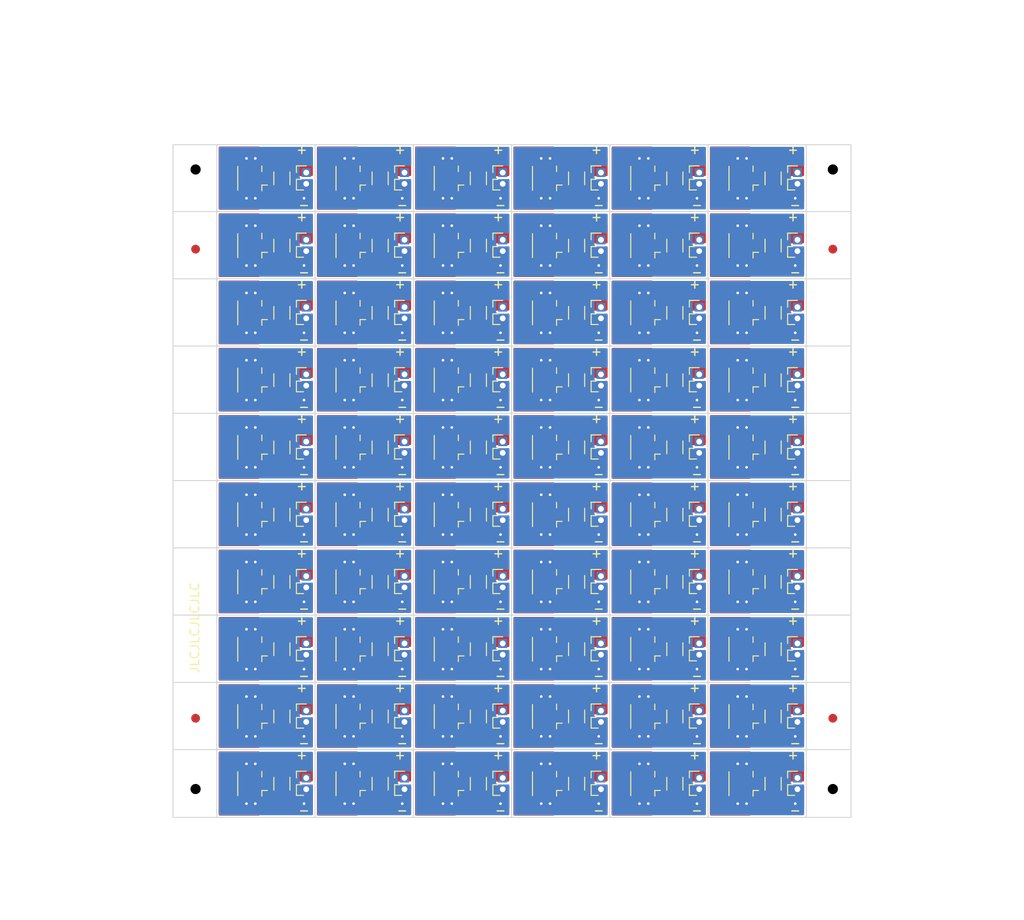
<source format=kicad_pcb>
(kicad_pcb (version 20211014) (generator pcbnew)
  (layers (0 "F.Cu" signal) (31 "B.Cu" signal) (34 "B.Paste" user) (35 "F.Paste" user) (36 "B.SilkS" user "B.Silkscreen") (37 "F.SilkS" user "F.Silkscreen") (38 "B.Mask" user) (39 "F.Mask" user) (44 "Edge.Cuts" user))
  (net 0 "")
  (net 1 "Net-(J1-Pad1)")
  (net 2 "GND")
  (net 3 "/coil")
  (footprint "Resistor_SMD:R_1206_3216Metric_Pad1.30x1.75mm_HandSolder" (layer "F.Cu") (at 124.85 149 -90)
    (fp_text reference "R1" hide)
    (fp_text value "R")
    (pad "1" smd roundrect (at -1.55 0 270) (size 1.3 1.75) (layers "F.Cu" "F.Paste" "F.Mask") (roundrect_rratio 0.1923076923) (net 3 "/coil"))
    (pad "2" smd roundrect (at 1.55 0 270) (size 1.3 1.75) (layers "F.Cu" "F.Paste" "F.Mask") (roundrect_rratio 0.1923076923) (net 1 "Net-(J1-Pad1)"))
  )
  (footprint "Connector_PinHeader_1.27mm:PinHeader_1x02_P1.27mm_Vertical" (layer "F.Cu") (at 127.6 163.55)
    (fp_text reference "J2" hide)
    (fp_text value "Conn_01x02_Male")
    (pad "1" thru_hole rect (at 0 0) (size 1 1) (drill 0.65) (layers *.Cu *.Mask) (net 3 "/coil"))
    (pad "2" thru_hole oval (at 0 1.27) (size 1 1) (drill 0.65) (layers *.Cu *.Mask) (net 2 "GND"))
  )
  (footprint "Resistor_SMD:R_1206_3216Metric_Pad1.30x1.75mm_HandSolder" (layer "F.Cu") (at 169.25 133.8 -90)
    (fp_text reference "R1" hide)
    (fp_text value "R")
    (pad "1" smd roundrect (at -1.55 0 270) (size 1.3 1.75) (layers "F.Cu" "F.Paste" "F.Mask") (roundrect_rratio 0.1923076923) (net 3 "/coil"))
    (pad "2" smd roundrect (at 1.55 0 270) (size 1.3 1.75) (layers "F.Cu" "F.Paste" "F.Mask") (roundrect_rratio 0.1923076923) (net 1 "Net-(J1-Pad1)"))
  )
  (footprint "Connector_PinHeader_1.27mm:PinHeader_1x02_P1.27mm_Vertical" (layer "F.Cu") (at 127.6 133.15)
    (fp_text reference "J2" hide)
    (fp_text value "Conn_01x02_Male")
    (pad "1" thru_hole rect (at 0 0) (size 1 1) (drill 0.65) (layers *.Cu *.Mask) (net 3 "/coil"))
    (pad "2" thru_hole oval (at 0 1.27) (size 1 1) (drill 0.65) (layers *.Cu *.Mask) (net 2 "GND"))
  )
  (footprint "Resistor_SMD:R_1206_3216Metric_Pad1.30x1.75mm_HandSolder" (layer "F.Cu") (at 113.75 141.4 -90)
    (fp_text reference "R1" hide)
    (fp_text value "R")
    (pad "1" smd roundrect (at -1.55 0 270) (size 1.3 1.75) (layers "F.Cu" "F.Paste" "F.Mask") (roundrect_rratio 0.1923076923) (net 3 "/coil"))
    (pad "2" smd roundrect (at 1.55 0 270) (size 1.3 1.75) (layers "F.Cu" "F.Paste" "F.Mask") (roundrect_rratio 0.1923076923) (net 1 "Net-(J1-Pad1)"))
  )
  (footprint "Connector_Coaxial:U.FL_Hirose_U.FL-R-SMT-1_Vertical" (layer "F.Cu") (at 132.8 111 180)
    (fp_text reference "J1" hide)
    (fp_text value "Conn_Coaxial")
    (pad "1" smd rect (at -1.05 0 180) (size 1.05 1) (layers "F.Cu" "F.Paste" "F.Mask") (net 1 "Net-(J1-Pad1)"))
    (pad "2" smd rect (at 0.475 -1.475 180) (size 2.2 1.05) (layers "F.Cu" "F.Paste" "F.Mask") (net 2 "GND"))
    (pad "2" smd rect (at 0.475 1.475 180) (size 2.2 1.05) (layers "F.Cu" "F.Paste" "F.Mask") (net 2 "GND"))
  )
  (footprint "Connector_PinHeader_1.27mm:PinHeader_1x02_P1.27mm_Vertical" (layer "F.Cu") (at 127.6 110.35)
    (fp_text reference "J2" hide)
    (fp_text value "Conn_01x02_Male")
    (pad "1" thru_hole rect (at 0 0) (size 1 1) (drill 0.65) (layers *.Cu *.Mask) (net 3 "/coil"))
    (pad "2" thru_hole oval (at 0 1.27) (size 1 1) (drill 0.65) (layers *.Cu *.Mask) (net 2 "GND"))
  )
  (footprint "Connector_PinHeader_1.27mm:PinHeader_1x02_P1.27mm_Vertical" (layer "F.Cu") (at 160.9 140.75)
    (fp_text reference "J2" hide)
    (fp_text value "Conn_01x02_Male")
    (pad "1" thru_hole rect (at 0 0) (size 1 1) (drill 0.65) (layers *.Cu *.Mask) (net 3 "/coil"))
    (pad "2" thru_hole oval (at 0 1.27) (size 1 1) (drill 0.65) (layers *.Cu *.Mask) (net 2 "GND"))
  )
  (footprint "Fiducial:Fiducial_1mm_Mask2mm" (layer "F.Cu") (at 104 119)
    (fp_text reference "REF**" hide)
    (fp_text value "Fiducial_1mm_Mask2mm" hide)
    (pad "" smd circle (at 0 0) (size 1 1) (layers "F.Cu" "F.Mask") (clearance 0.5))
  )
  (footprint "Connector_Coaxial:U.FL_Hirose_U.FL-R-SMT-1_Vertical" (layer "F.Cu") (at 155 164.2 180)
    (fp_text reference "J1" hide)
    (fp_text value "Conn_Coaxial")
    (pad "1" smd rect (at -1.05 0 180) (size 1.05 1) (layers "F.Cu" "F.Paste" "F.Mask") (net 1 "Net-(J1-Pad1)"))
    (pad "2" smd rect (at 0.475 -1.475 180) (size 2.2 1.05) (layers "F.Cu" "F.Paste" "F.Mask") (net 2 "GND"))
    (pad "2" smd rect (at 0.475 1.475 180) (size 2.2 1.05) (layers "F.Cu" "F.Paste" "F.Mask") (net 2 "GND"))
  )
  (footprint "Connector_PinHeader_1.27mm:PinHeader_1x02_P1.27mm_Vertical" (layer "F.Cu") (at 116.5 171.15)
    (fp_text reference "J2" hide)
    (fp_text value "Conn_01x02_Male")
    (pad "1" thru_hole rect (at 0 0) (size 1 1) (drill 0.65) (layers *.Cu *.Mask) (net 3 "/coil"))
    (pad "2" thru_hole oval (at 0 1.27) (size 1 1) (drill 0.65) (layers *.Cu *.Mask) (net 2 "GND"))
  )
  (footprint "Connector_Coaxial:U.FL_Hirose_U.FL-R-SMT-1_Vertical" (layer "F.Cu") (at 166.1 156.6 180)
    (fp_text reference "J1" hide)
    (fp_text value "Conn_Coaxial")
    (pad "1" smd rect (at -1.05 0 180) (size 1.05 1) (layers "F.Cu" "F.Paste" "F.Mask") (net 1 "Net-(J1-Pad1)"))
    (pad "2" smd rect (at 0.475 -1.475 180) (size 2.2 1.05) (layers "F.Cu" "F.Paste" "F.Mask") (net 2 "GND"))
    (pad "2" smd rect (at 0.475 1.475 180) (size 2.2 1.05) (layers "F.Cu" "F.Paste" "F.Mask") (net 2 "GND"))
  )
  (footprint "Resistor_SMD:R_1206_3216Metric_Pad1.30x1.75mm_HandSolder" (layer "F.Cu") (at 113.75 156.6 -90)
    (fp_text reference "R1" hide)
    (fp_text value "R")
    (pad "1" smd roundrect (at -1.55 0 270) (size 1.3 1.75) (layers "F.Cu" "F.Paste" "F.Mask") (roundrect_rratio 0.1923076923) (net 3 "/coil"))
    (pad "2" smd roundrect (at 1.55 0 270) (size 1.3 1.75) (layers "F.Cu" "F.Paste" "F.Mask") (roundrect_rratio 0.1923076923) (net 1 "Net-(J1-Pad1)"))
  )
  (footprint "Connector_Coaxial:U.FL_Hirose_U.FL-R-SMT-1_Vertical" (layer "F.Cu") (at 155 149 180)
    (fp_text reference "J1" hide)
    (fp_text value "Conn_Coaxial")
    (pad "1" smd rect (at -1.05 0 180) (size 1.05 1) (layers "F.Cu" "F.Paste" "F.Mask") (net 1 "Net-(J1-Pad1)"))
    (pad "2" smd rect (at 0.475 1.475 180) (size 2.2 1.05) (layers "F.Cu" "F.Paste" "F.Mask") (net 2 "GND"))
    (pad "2" smd rect (at 0.475 -1.475 180) (size 2.2 1.05) (layers "F.Cu" "F.Paste" "F.Mask") (net 2 "GND"))
  )
  (footprint "Connector_Coaxial:U.FL_Hirose_U.FL-R-SMT-1_Vertical" (layer "F.Cu") (at 166.1 118.6 180)
    (fp_text reference "J1" hide)
    (fp_text value "Conn_Coaxial")
    (pad "1" smd rect (at -1.05 0 180) (size 1.05 1) (layers "F.Cu" "F.Paste" "F.Mask") (net 1 "Net-(J1-Pad1)"))
    (pad "2" smd rect (at 0.475 1.475 180) (size 2.2 1.05) (layers "F.Cu" "F.Paste" "F.Mask") (net 2 "GND"))
    (pad "2" smd rect (at 0.475 -1.475 180) (size 2.2 1.05) (layers "F.Cu" "F.Paste" "F.Mask") (net 2 "GND"))
  )
  (footprint "Connector_PinHeader_1.27mm:PinHeader_1x02_P1.27mm_Vertical" (layer "F.Cu") (at 116.5 125.55)
    (fp_text reference "J2" hide)
    (fp_text value "Conn_01x02_Male")
    (pad "1" thru_hole rect (at 0 0) (size 1 1) (drill 0.65) (layers *.Cu *.Mask) (net 3 "/coil"))
    (pad "2" thru_hole oval (at 0 1.27) (size 1 1) (drill 0.65) (layers *.Cu *.Mask) (net 2 "GND"))
  )
  (footprint "Connector_Coaxial:U.FL_Hirose_U.FL-R-SMT-1_Vertical" (layer "F.Cu") (at 132.8 126.2 180)
    (fp_text reference "J1" hide)
    (fp_text value "Conn_Coaxial")
    (pad "1" smd rect (at -1.05 0 180) (size 1.05 1) (layers "F.Cu" "F.Paste" "F.Mask") (net 1 "Net-(J1-Pad1)"))
    (pad "2" smd rect (at 0.475 -1.475 180) (size 2.2 1.05) (layers "F.Cu" "F.Paste" "F.Mask") (net 2 "GND"))
    (pad "2" smd rect (at 0.475 1.475 180) (size 2.2 1.05) (layers "F.Cu" "F.Paste" "F.Mask") (net 2 "GND"))
  )
  (footprint "Connector_PinHeader_1.27mm:PinHeader_1x02_P1.27mm_Vertical" (layer "F.Cu") (at 160.9 110.35)
    (fp_text reference "J2" hide)
    (fp_text value "Conn_01x02_Male")
    (pad "1" thru_hole rect (at 0 0) (size 1 1) (drill 0.65) (layers *.Cu *.Mask) (net 3 "/coil"))
    (pad "2" thru_hole oval (at 0 1.27) (size 1 1) (drill 0.65) (layers *.Cu *.Mask) (net 2 "GND"))
  )
  (footprint "Connector_PinHeader_1.27mm:PinHeader_1x02_P1.27mm_Vertical" (layer "F.Cu") (at 149.8 140.75)
    (fp_text reference "J2" hide)
    (fp_text value "Conn_01x02_Male")
    (pad "1" thru_hole rect (at 0 0) (size 1 1) (drill 0.65) (layers *.Cu *.Mask) (net 3 "/coil"))
    (pad "2" thru_hole oval (at 0 1.27) (size 1 1) (drill 0.65) (layers *.Cu *.Mask) (net 2 "GND"))
  )
  (footprint "Resistor_SMD:R_1206_3216Metric_Pad1.30x1.75mm_HandSolder" (layer "F.Cu") (at 124.85 118.6 -90)
    (fp_text reference "R1" hide)
    (fp_text value "R")
    (pad "1" smd roundrect (at -1.55 0 270) (size 1.3 1.75) (layers "F.Cu" "F.Paste" "F.Mask") (roundrect_rratio 0.1923076923) (net 3 "/coil"))
    (pad "2" smd roundrect (at 1.55 0 270) (size 1.3 1.75) (layers "F.Cu" "F.Paste" "F.Mask") (roundrect_rratio 0.1923076923) (net 1 "Net-(J1-Pad1)"))
  )
  (footprint "Resistor_SMD:R_1206_3216Metric_Pad1.30x1.75mm_HandSolder" (layer "F.Cu") (at 135.95 171.8 -90)
    (fp_text reference "R1" hide)
    (fp_text value "R")
    (pad "1" smd roundrect (at -1.55 0 270) (size 1.3 1.75) (layers "F.Cu" "F.Paste" "F.Mask") (roundrect_rratio 0.1923076923) (net 3 "/coil"))
    (pad "2" smd roundrect (at 1.55 0 270) (size 1.3 1.75) (layers "F.Cu" "F.Paste" "F.Mask") (roundrect_rratio 0.1923076923) (net 1 "Net-(J1-Pad1)"))
  )
  (footprint "Resistor_SMD:R_1206_3216Metric_Pad1.30x1.75mm_HandSolder" (layer "F.Cu") (at 147.05 149 -90)
    (fp_text reference "R1" hide)
    (fp_text value "R")
    (pad "1" smd roundrect (at -1.55 0 270) (size 1.3 1.75) (layers "F.Cu" "F.Paste" "F.Mask") (roundrect_rratio 0.1923076923) (net 3 "/coil"))
    (pad "2" smd roundrect (at 1.55 0 270) (size 1.3 1.75) (layers "F.Cu" "F.Paste" "F.Mask") (roundrect_rratio 0.1923076923) (net 1 "Net-(J1-Pad1)"))
  )
  (footprint "Connector_PinHeader_1.27mm:PinHeader_1x02_P1.27mm_Vertical" (layer "F.Cu") (at 172 171.15)
    (fp_text reference "J2" hide)
    (fp_text value "Conn_01x02_Male")
    (pad "1" thru_hole rect (at 0 0) (size 1 1) (drill 0.65) (layers *.Cu *.Mask) (net 3 "/coil"))
    (pad "2" thru_hole oval (at 0 1.27) (size 1 1) (drill 0.65) (layers *.Cu *.Mask) (net 2 "GND"))
  )
  (footprint "Connector_Coaxial:U.FL_Hirose_U.FL-R-SMT-1_Vertical" (layer "F.Cu") (at 143.9 126.2 180)
    (fp_text reference "J1" hide)
    (fp_text value "Conn_Coaxial")
    (pad "1" smd rect (at -1.05 0 180) (size 1.05 1) (layers "F.Cu" "F.Paste" "F.Mask") (net 1 "Net-(J1-Pad1)"))
    (pad "2" smd rect (at 0.475 1.475 180) (size 2.2 1.05) (layers "F.Cu" "F.Paste" "F.Mask") (net 2 "GND"))
    (pad "2" smd rect (at 0.475 -1.475 180) (size 2.2 1.05) (layers "F.Cu" "F.Paste" "F.Mask") (net 2 "GND"))
  )
  (footprint "Connector_PinHeader_1.27mm:PinHeader_1x02_P1.27mm_Vertical" (layer "F.Cu") (at 138.7 133.15)
    (fp_text reference "J2" hide)
    (fp_text value "Conn_01x02_Male")
    (pad "1" thru_hole rect (at 0 0) (size 1 1) (drill 0.65) (layers *.Cu *.Mask) (net 3 "/coil"))
    (pad "2" thru_hole oval (at 0 1.27) (size 1 1) (drill 0.65) (layers *.Cu *.Mask) (net 2 "GND"))
  )
  (footprint "Connector_PinHeader_1.27mm:PinHeader_1x02_P1.27mm_Vertical" (layer "F.Cu") (at 172 148.35)
    (fp_text reference "J2" hide)
    (fp_text value "Conn_01x02_Male")
    (pad "1" thru_hole rect (at 0 0) (size 1 1) (drill 0.65) (layers *.Cu *.Mask) (net 3 "/coil"))
    (pad "2" thru_hole oval (at 0 1.27) (size 1 1) (drill 0.65) (layers *.Cu *.Mask) (net 2 "GND"))
  )
  (footprint "Connector_PinHeader_1.27mm:PinHeader_1x02_P1.27mm_Vertical" (layer "F.Cu") (at 149.8 117.95)
    (fp_text reference "J2" hide)
    (fp_text value "Conn_01x02_Male")
    (pad "1" thru_hole rect (at 0 0) (size 1 1) (drill 0.65) (layers *.Cu *.Mask) (net 3 "/coil"))
    (pad "2" thru_hole oval (at 0 1.27) (size 1 1) (drill 0.65) (layers *.Cu *.Mask) (net 2 "GND"))
  )
  (footprint "Connector_Coaxial:U.FL_Hirose_U.FL-R-SMT-1_Vertical" (layer "F.Cu") (at 121.7 126.2 180)
    (fp_text reference "J1" hide)
    (fp_text value "Conn_Coaxial")
    (pad "1" smd rect (at -1.05 0 180) (size 1.05 1) (layers "F.Cu" "F.Paste" "F.Mask") (net 1 "Net-(J1-Pad1)"))
    (pad "2" smd rect (at 0.475 -1.475 180) (size 2.2 1.05) (layers "F.Cu" "F.Paste" "F.Mask") (net 2 "GND"))
    (pad "2" smd rect (at 0.475 1.475 180) (size 2.2 1.05) (layers "F.Cu" "F.Paste" "F.Mask") (net 2 "GND"))
  )
  (footprint "Connector_PinHeader_1.27mm:PinHeader_1x02_P1.27mm_Vertical" (layer "F.Cu") (at 160.9 155.95)
    (fp_text reference "J2" hide)
    (fp_text value "Conn_01x02_Male")
    (pad "1" thru_hole rect (at 0 0) (size 1 1) (drill 0.65) (layers *.Cu *.Mask) (net 3 "/coil"))
    (pad "2" thru_hole oval (at 0 1.27) (size 1 1) (drill 0.65) (layers *.Cu *.Mask) (net 2 "GND"))
  )
  (footprint "Resistor_SMD:R_1206_3216Metric_Pad1.30x1.75mm_HandSolder" (layer "F.Cu") (at 158.15 111 -90)
    (fp_text reference "R1" hide)
    (fp_text value "R")
    (pad "1" smd roundrect (at -1.55 0 270) (size 1.3 1.75) (layers "F.Cu" "F.Paste" "F.Mask") (roundrect_rratio 0.1923076923) (net 3 "/coil"))
    (pad "2" smd roundrect (at 1.55 0 270) (size 1.3 1.75) (layers "F.Cu" "F.Paste" "F.Mask") (roundrect_rratio 0.1923076923) (net 1 "Net-(J1-Pad1)"))
  )
  (footprint "Connector_PinHeader_1.27mm:PinHeader_1x02_P1.27mm_Vertical" (layer "F.Cu") (at 149.8 110.35)
    (fp_text reference "J2" hide)
    (fp_text value "Conn_01x02_Male")
    (pad "1" thru_hole rect (at 0 0) (size 1 1) (drill 0.65) (layers *.Cu *.Mask) (net 3 "/coil"))
    (pad "2" thru_hole oval (at 0 1.27) (size 1 1) (drill 0.65) (layers *.Cu *.Mask) (net 2 "GND"))
  )
  (footprint "Resistor_SMD:R_1206_3216Metric_Pad1.30x1.75mm_HandSolder" (layer "F.Cu") (at 113.75 126.2 -90)
    (fp_text reference "R1" hide)
    (fp_text value "R")
    (pad "1" smd roundrect (at -1.55 0 270) (size 1.3 1.75) (layers "F.Cu" "F.Paste" "F.Mask") (roundrect_rratio 0.1923076923) (net 3 "/coil"))
    (pad "2" smd roundrect (at 1.55 0 270) (size 1.3 1.75) (layers "F.Cu" "F.Paste" "F.Mask") (roundrect_rratio 0.1923076923) (net 1 "Net-(J1-Pad1)"))
  )
  (footprint "Connector_Coaxial:U.FL_Hirose_U.FL-R-SMT-1_Vertical" (layer "F.Cu") (at 110.6 171.8 180)
    (fp_text reference "J1" hide)
    (fp_text value "Conn_Coaxial")
    (pad "1" smd rect (at -1.05 0 180) (size 1.05 1) (layers "F.Cu" "F.Paste" "F.Mask") (net 1 "Net-(J1-Pad1)"))
    (pad "2" smd rect (at 0.475 -1.475 180) (size 2.2 1.05) (layers "F.Cu" "F.Paste" "F.Mask") (net 2 "GND"))
    (pad "2" smd rect (at 0.475 1.475 180) (size 2.2 1.05) (layers "F.Cu" "F.Paste" "F.Mask") (net 2 "GND"))
  )
  (footprint "Connector_Coaxial:U.FL_Hirose_U.FL-R-SMT-1_Vertical" (layer "F.Cu") (at 155 118.6 180)
    (fp_text reference "J1" hide)
    (fp_text value "Conn_Coaxial")
    (pad "1" smd rect (at -1.05 0 180) (size 1.05 1) (layers "F.Cu" "F.Paste" "F.Mask") (net 1 "Net-(J1-Pad1)"))
    (pad "2" smd rect (at 0.475 -1.475 180) (size 2.2 1.05) (layers "F.Cu" "F.Paste" "F.Mask") (net 2 "GND"))
    (pad "2" smd rect (at 0.475 1.475 180) (size 2.2 1.05) (layers "F.Cu" "F.Paste" "F.Mask") (net 2 "GND"))
  )
  (footprint "Connector_Coaxial:U.FL_Hirose_U.FL-R-SMT-1_Vertical" (layer "F.Cu") (at 155 126.2 180)
    (fp_text reference "J1" hide)
    (fp_text value "Conn_Coaxial")
    (pad "1" smd rect (at -1.05 0 180) (size 1.05 1) (layers "F.Cu" "F.Paste" "F.Mask") (net 1 "Net-(J1-Pad1)"))
    (pad "2" smd rect (at 0.475 1.475 180) (size 2.2 1.05) (layers "F.Cu" "F.Paste" "F.Mask") (net 2 "GND"))
    (pad "2" smd rect (at 0.475 -1.475 180) (size 2.2 1.05) (layers "F.Cu" "F.Paste" "F.Mask") (net 2 "GND"))
  )
  (footprint "Connector_Coaxial:U.FL_Hirose_U.FL-R-SMT-1_Vertical" (layer "F.Cu") (at 166.1 141.4 180)
    (fp_text reference "J1" hide)
    (fp_text value "Conn_Coaxial")
    (pad "1" smd rect (at -1.05 0 180) (size 1.05 1) (layers "F.Cu" "F.Paste" "F.Mask") (net 1 "Net-(J1-Pad1)"))
    (pad "2" smd rect (at 0.475 1.475 180) (size 2.2 1.05) (layers "F.Cu" "F.Paste" "F.Mask") (net 2 "GND"))
    (pad "2" smd rect (at 0.475 -1.475 180) (size 2.2 1.05) (layers "F.Cu" "F.Paste" "F.Mask") (net 2 "GND"))
  )
  (footprint "Resistor_SMD:R_1206_3216Metric_Pad1.30x1.75mm_HandSolder" (layer "F.Cu") (at 124.85 133.8 -90)
    (fp_text reference "R1" hide)
    (fp_text value "R")
    (pad "1" smd roundrect (at -1.55 0 270) (size 1.3 1.75) (layers "F.Cu" "F.Paste" "F.Mask") (roundrect_rratio 0.1923076923) (net 3 "/coil"))
    (pad "2" smd roundrect (at 1.55 0 270) (size 1.3 1.75) (layers "F.Cu" "F.Paste" "F.Mask") (roundrect_rratio 0.1923076923) (net 1 "Net-(J1-Pad1)"))
  )
  (footprint "Connector_PinHeader_1.27mm:PinHeader_1x02_P1.27mm_Vertical" (layer "F.Cu") (at 172 163.55)
    (fp_text reference "J2" hide)
    (fp_text value "Conn_01x02_Male")
    (pad "1" thru_hole rect (at 0 0) (size 1 1) (drill 0.65) (layers *.Cu *.Mask) (net 3 "/coil"))
    (pad "2" thru_hole oval (at 0 1.27) (size 1 1) (drill 0.65) (layers *.Cu *.Mask) (net 2 "GND"))
  )
  (footprint "Resistor_SMD:R_1206_3216Metric_Pad1.30x1.75mm_HandSolder" (layer "F.Cu") (at 158.15 141.4 -90)
    (fp_text reference "R1" hide)
    (fp_text value "R")
    (pad "1" smd roundrect (at -1.55 0 270) (size 1.3 1.75) (layers "F.Cu" "F.Paste" "F.Mask") (roundrect_rratio 0.1923076923) (net 3 "/coil"))
    (pad "2" smd roundrect (at 1.55 0 270) (size 1.3 1.75) (layers "F.Cu" "F.Paste" "F.Mask") (roundrect_rratio 0.1923076923) (net 1 "Net-(J1-Pad1)"))
  )
  (footprint "Connector_Coaxial:U.FL_Hirose_U.FL-R-SMT-1_Vertical" (layer "F.Cu") (at 155 179.4 180)
    (fp_text reference "J1" hide)
    (fp_text value "Conn_Coaxial")
    (pad "1" smd rect (at -1.05 0 180) (size 1.05 1) (layers "F.Cu" "F.Paste" "F.Mask") (net 1 "Net-(J1-Pad1)"))
    (pad "2" smd rect (at 0.475 1.475 180) (size 2.2 1.05) (layers "F.Cu" "F.Paste" "F.Mask") (net 2 "GND"))
    (pad "2" smd rect (at 0.475 -1.475 180) (size 2.2 1.05) (layers "F.Cu" "F.Paste" "F.Mask") (net 2 "GND"))
  )
  (footprint "Connector_Coaxial:U.FL_Hirose_U.FL-R-SMT-1_Vertical" (layer "F.Cu") (at 166.1 133.8 180)
    (fp_text reference "J1" hide)
    (fp_text value "Conn_Coaxial")
    (pad "1" smd rect (at -1.05 0 180) (size 1.05 1) (layers "F.Cu" "F.Paste" "F.Mask") (net 1 "Net-(J1-Pad1)"))
    (pad "2" smd rect (at 0.475 1.475 180) (size 2.2 1.05) (layers "F.Cu" "F.Paste" "F.Mask") (net 2 "GND"))
    (pad "2" smd rect (at 0.475 -1.475 180) (size 2.2 1.05) (layers "F.Cu" "F.Paste" "F.Mask") (net 2 "GND"))
  )
  (footprint "Connector_PinHeader_1.27mm:PinHeader_1x02_P1.27mm_Vertical" (layer "F.Cu") (at 172 125.55)
    (fp_text reference "J2" hide)
    (fp_text value "Conn_01x02_Male")
    (pad "1" thru_hole rect (at 0 0) (size 1 1) (drill 0.65) (layers *.Cu *.Mask) (net 3 "/coil"))
    (pad "2" thru_hole oval (at 0 1.27) (size 1 1) (drill 0.65) (layers *.Cu *.Mask) (net 2 "GND"))
  )
  (footprint "Connector_Coaxial:U.FL_Hirose_U.FL-R-SMT-1_Vertical" (layer "F.Cu") (at 121.7 111 180)
    (fp_text reference "J1" hide)
    (fp_text value "Conn_Coaxial")
    (pad "1" smd rect (at -1.05 0 180) (size 1.05 1) (layers "F.Cu" "F.Paste" "F.Mask") (net 1 "Net-(J1-Pad1)"))
    (pad "2" smd rect (at 0.475 -1.475 180) (size 2.2 1.05) (layers "F.Cu" "F.Paste" "F.Mask") (net 2 "GND"))
    (pad "2" smd rect (at 0.475 1.475 180) (size 2.2 1.05) (layers "F.Cu" "F.Paste" "F.Mask") (net 2 "GND"))
  )
  (footprint "Connector_Coaxial:U.FL_Hirose_U.FL-R-SMT-1_Vertical" (layer "F.Cu") (at 132.8 149 180)
    (fp_text reference "J1" hide)
    (fp_text value "Conn_Coaxial")
    (pad "1" smd rect (at -1.05 0 180) (size 1.05 1) (layers "F.Cu" "F.Paste" "F.Mask") (net 1 "Net-(J1-Pad1)"))
    (pad "2" smd rect (at 0.475 -1.475 180) (size 2.2 1.05) (layers "F.Cu" "F.Paste" "F.Mask") (net 2 "GND"))
    (pad "2" smd rect (at 0.475 1.475 180) (size 2.2 1.05) (layers "F.Cu" "F.Paste" "F.Mask") (net 2 "GND"))
  )
  (footprint "Resistor_SMD:R_1206_3216Metric_Pad1.30x1.75mm_HandSolder" (layer "F.Cu") (at 158.15 171.8 -90)
    (fp_text reference "R1" hide)
    (fp_text value "R")
    (pad "1" smd roundrect (at -1.55 0 270) (size 1.3 1.75) (layers "F.Cu" "F.Paste" "F.Mask") (roundrect_rratio 0.1923076923) (net 3 "/coil"))
    (pad "2" smd roundrect (at 1.55 0 270) (size 1.3 1.75) (layers "F.Cu" "F.Paste" "F.Mask") (roundrect_rratio 0.1923076923) (net 1 "Net-(J1-Pad1)"))
  )
  (footprint "Connector_Coaxial:U.FL_Hirose_U.FL-R-SMT-1_Vertical" (layer "F.Cu") (at 143.9 133.8 180)
    (fp_text reference "J1" hide)
    (fp_text value "Conn_Coaxial")
    (pad "1" smd rect (at -1.05 0 180) (size 1.05 1) (layers "F.Cu" "F.Paste" "F.Mask") (net 1 "Net-(J1-Pad1)"))
    (pad "2" smd rect (at 0.475 1.475 180) (size 2.2 1.05) (layers "F.Cu" "F.Paste" "F.Mask") (net 2 "GND"))
    (pad "2" smd rect (at 0.475 -1.475 180) (size 2.2 1.05) (layers "F.Cu" "F.Paste" "F.Mask") (net 2 "GND"))
  )
  (footprint "Resistor_SMD:R_1206_3216Metric_Pad1.30x1.75mm_HandSolder" (layer "F.Cu") (at 147.05 156.6 -90)
    (fp_text reference "R1" hide)
    (fp_text value "R")
    (pad "1" smd roundrect (at -1.55 0 270) (size 1.3 1.75) (layers "F.Cu" "F.Paste" "F.Mask") (roundrect_rratio 0.1923076923) (net 3 "/coil"))
    (pad "2" smd roundrect (at 1.55 0 270) (size 1.3 1.75) (layers "F.Cu" "F.Paste" "F.Mask") (roundrect_rratio 0.1923076923) (net 1 "Net-(J1-Pad1)"))
  )
  (footprint "Connector_Coaxial:U.FL_Hirose_U.FL-R-SMT-1_Vertical" (layer "F.Cu") (at 132.8 133.8 180)
    (fp_text reference "J1" hide)
    (fp_text value "Conn_Coaxial")
    (pad "1" smd rect (at -1.05 0 180) (size 1.05 1) (layers "F.Cu" "F.Paste" "F.Mask") (net 1 "Net-(J1-Pad1)"))
    (pad "2" smd rect (at 0.475 -1.475 180) (size 2.2 1.05) (layers "F.Cu" "F.Paste" "F.Mask") (net 2 "GND"))
    (pad "2" smd rect (at 0.475 1.475 180) (size 2.2 1.05) (layers "F.Cu" "F.Paste" "F.Mask") (net 2 "GND"))
  )
  (footprint "Resistor_SMD:R_1206_3216Metric_Pad1.30x1.75mm_HandSolder" (layer "F.Cu") (at 135.95 156.6 -90)
    (fp_text reference "R1" hide)
    (fp_text value "R")
    (pad "1" smd roundrect (at -1.55 0 270) (size 1.3 1.75) (layers "F.Cu" "F.Paste" "F.Mask") (roundrect_rratio 0.1923076923) (net 3 "/coil"))
    (pad "2" smd roundrect (at 1.55 0 270) (size 1.3 1.75) (layers "F.Cu" "F.Paste" "F.Mask") (roundrect_rratio 0.1923076923) (net 1 "Net-(J1-Pad1)"))
  )
  (footprint "Connector_PinHeader_1.27mm:PinHeader_1x02_P1.27mm_Vertical" (layer "F.Cu") (at 172 178.75)
    (fp_text reference "J2" hide)
    (fp_text value "Conn_01x02_Male")
    (pad "1" thru_hole rect (at 0 0) (size 1 1) (drill 0.65) (layers *.Cu *.Mask) (net 3 "/coil"))
    (pad "2" thru_hole oval (at 0 1.27) (size 1 1) (drill 0.65) (layers *.Cu *.Mask) (net 2 "GND"))
  )
  (footprint "Resistor_SMD:R_1206_3216Metric_Pad1.30x1.75mm_HandSolder" (layer "F.Cu") (at 147.05 118.6 -90)
    (fp_text reference "R1" hide)
    (fp_text value "R")
    (pad "1" smd roundrect (at -1.55 0 270) (size 1.3 1.75) (layers "F.Cu" "F.Paste" "F.Mask") (roundrect_rratio 0.1923076923) (net 3 "/coil"))
    (pad "2" smd roundrect (at 1.55 0 270) (size 1.3 1.75) (layers "F.Cu" "F.Paste" "F.Mask") (roundrect_rratio 0.1923076923) (net 1 "Net-(J1-Pad1)"))
  )
  (footprint "Connector_PinHeader_1.27mm:PinHeader_1x02_P1.27mm_Vertical" (layer "F.Cu") (at 149.8 171.15)
    (fp_text reference "J2" hide)
    (fp_text value "Conn_01x02_Male")
    (pad "1" thru_hole rect (at 0 0) (size 1 1) (drill 0.65) (layers *.Cu *.Mask) (net 3 "/coil"))
    (pad "2" thru_hole oval (at 0 1.27) (size 1 1) (drill 0.65) (layers *.Cu *.Mask) (net 2 "GND"))
  )
  (footprint "Connector_Coaxial:U.FL_Hirose_U.FL-R-SMT-1_Vertical" (layer "F.Cu") (at 110.6 118.6 180)
    (fp_text reference "J1" hide)
    (fp_text value "Conn_Coaxial")
    (pad "1" smd rect (at -1.05 0 180) (size 1.05 1) (layers "F.Cu" "F.Paste" "F.Mask") (net 1 "Net-(J1-Pad1)"))
    (pad "2" smd rect (at 0.475 -1.475 180) (size 2.2 1.05) (layers "F.Cu" "F.Paste" "F.Mask") (net 2 "GND"))
    (pad "2" smd rect (at 0.475 1.475 180) (size 2.2 1.05) (layers "F.Cu" "F.Paste" "F.Mask") (net 2 "GND"))
  )
  (footprint "Resistor_SMD:R_1206_3216Metric_Pad1.30x1.75mm_HandSolder" (layer "F.Cu") (at 158.15 133.8 -90)
    (fp_text reference "R1" hide)
    (fp_text value "R")
    (pad "1" smd roundrect (at -1.55 0 270) (size 1.3 1.75) (layers "F.Cu" "F.Paste" "F.Mask") (roundrect_rratio 0.1923076923) (net 3 "/coil"))
    (pad "2" smd roundrect (at 1.55 0 270) (size 1.3 1.75) (layers "F.Cu" "F.Paste" "F.Mask") (roundrect_rratio 0.1923076923) (net 1 "Net-(J1-Pad1)"))
  )
  (footprint "Connector_Coaxial:U.FL_Hirose_U.FL-R-SMT-1_Vertical" (layer "F.Cu") (at 143.9 118.6 180)
    (fp_text reference "J1" hide)
    (fp_text value "Conn_Coaxial")
    (pad "1" smd rect (at -1.05 0 180) (size 1.05 1) (layers "F.Cu" "F.Paste" "F.Mask") (net 1 "Net-(J1-Pad1)"))
    (pad "2" smd rect (at 0.475 -1.475 180) (size 2.2 1.05) (layers "F.Cu" "F.Paste" "F.Mask") (net 2 "GND"))
    (pad "2" smd rect (at 0.475 1.475 180) (size 2.2 1.05) (layers "F.Cu" "F.Paste" "F.Mask") (net 2 "GND"))
  )
  (footprint "Resistor_SMD:R_1206_3216Metric_Pad1.30x1.75mm_HandSolder" (layer "F.Cu") (at 135.95 141.4 -90)
    (fp_text reference "R1" hide)
    (fp_text value "R")
    (pad "1" smd roundrect (at -1.55 0 270) (size 1.3 1.75) (layers "F.Cu" "F.Paste" "F.Mask") (roundrect_rratio 0.1923076923) (net 3 "/coil"))
    (pad "2" smd roundrect (at 1.55 0 270) (size 1.3 1.75) (layers "F.Cu" "F.Paste" "F.Mask") (roundrect_rratio 0.1923076923) (net 1 "Net-(J1-Pad1)"))
  )
  (footprint "Connector_PinHeader_1.27mm:PinHeader_1x02_P1.27mm_Vertical" (layer "F.Cu") (at 160.9 133.15)
    (fp_text reference "J2" hide)
    (fp_text value "Conn_01x02_Male")
    (pad "1" thru_hole rect (at 0 0) (size 1 1) (drill 0.65) (layers *.Cu *.Mask) (net 3 "/coil"))
    (pad "2" thru_hole oval (at 0 1.27) (size 1 1) (drill 0.65) (layers *.Cu *.Mask) (net 2 "GND"))
  )
  (footprint "Resistor_SMD:R_1206_3216Metric_Pad1.30x1.75mm_HandSolder" (layer "F.Cu") (at 169.25 118.6 -90)
    (fp_text reference "R1" hide)
    (fp_text value "R")
    (pad "1" smd roundrect (at -1.55 0 270) (size 1.3 1.75) (layers "F.Cu" "F.Paste" "F.Mask") (roundrect_rratio 0.1923076923) (net 3 "/coil"))
    (pad "2" smd roundrect (at 1.55 0 270) (size 1.3 1.75) (layers "F.Cu" "F.Paste" "F.Mask") (roundrect_rratio 0.1923076923) (net 1 "Net-(J1-Pad1)"))
  )
  (footprint "wbraun_smd:JLC_TOOLING_HOLE" (layer "F.Cu") (at 176 180)
    (fp_text reference "REF**" hide)
    (fp_text value "JLC_TOOLING_HOLE" hide)
    (pad "" np_thru_hole circle (at 0 0) (size 1.3 1.3) (drill 1.152) (layers *.Mask))
  )
  (footprint "Connector_PinHeader_1.27mm:PinHeader_1x02_P1.27mm_Vertical" (layer "F.Cu") (at 160.9 171.15)
    (fp_text reference "J2" hide)
    (fp_text value "Conn_01x02_Male")
    (pad "1" thru_hole rect (at 0 0) (size 1 1) (drill 0.65) (layers *.Cu *.Mask) (net 3 "/coil"))
    (pad "2" thru_hole oval (at 0 1.27) (size 1 1) (drill 0.65) (layers *.Cu *.Mask) (net 2 "GND"))
  )
  (footprint "Connector_Coaxial:U.FL_Hirose_U.FL-R-SMT-1_Vertical" (layer "F.Cu") (at 155 141.4 180)
    (fp_text reference "J1" hide)
    (fp_text value "Conn_Coaxial")
    (pad "1" smd rect (at -1.05 0 180) (size 1.05 1) (layers "F.Cu" "F.Paste" "F.Mask") (net 1 "Net-(J1-Pad1)"))
    (pad "2" smd rect (at 0.475 1.475 180) (size 2.2 1.05) (layers "F.Cu" "F.Paste" "F.Mask") (net 2 "GND"))
    (pad "2" smd rect (at 0.475 -1.475 180) (size 2.2 1.05) (layers "F.Cu" "F.Paste" "F.Mask") (net 2 "GND"))
  )
  (footprint "Connector_PinHeader_1.27mm:PinHeader_1x02_P1.27mm_Vertical" (layer "F.Cu") (at 149.8 178.75)
    (fp_text reference "J2" hide)
    (fp_text value "Conn_01x02_Male")
    (pad "1" thru_hole rect (at 0 0) (size 1 1) (drill 0.65) (layers *.Cu *.Mask) (net 3 "/coil"))
    (pad "2" thru_hole oval (at 0 1.27) (size 1 1) (drill 0.65) (layers *.Cu *.Mask) (net 2 "GND"))
  )
  (footprint "Connector_Coaxial:U.FL_Hirose_U.FL-R-SMT-1_Vertical" (layer "F.Cu") (at 110.6 164.2 180)
    (fp_text reference "J1" hide)
    (fp_text value "Conn_Coaxial")
    (pad "1" smd rect (at -1.05 0 180) (size 1.05 1) (layers "F.Cu" "F.Paste" "F.Mask") (net 1 "Net-(J1-Pad1)"))
    (pad "2" smd rect (at 0.475 -1.475 180) (size 2.2 1.05) (layers "F.Cu" "F.Paste" "F.Mask") (net 2 "GND"))
    (pad "2" smd rect (at 0.475 1.475 180) (size 2.2 1.05) (layers "F.Cu" "F.Paste" "F.Mask") (net 2 "GND"))
  )
  (footprint "Resistor_SMD:R_1206_3216Metric_Pad1.30x1.75mm_HandSolder" (layer "F.Cu") (at 158.15 179.4 -90)
    (fp_text reference "R1" hide)
    (fp_text value "R")
    (pad "1" smd roundrect (at -1.55 0 270) (size 1.3 1.75) (layers "F.Cu" "F.Paste" "F.Mask") (roundrect_rratio 0.1923076923) (net 3 "/coil"))
    (pad "2" smd roundrect (at 1.55 0 270) (size 1.3 1.75) (layers "F.Cu" "F.Paste" "F.Mask") (roundrect_rratio 0.1923076923) (net 1 "Net-(J1-Pad1)"))
  )
  (footprint "Resistor_SMD:R_1206_3216Metric_Pad1.30x1.75mm_HandSolder" (layer "F.Cu") (at 135.95 164.2 -90)
    (fp_text reference "R1" hide)
    (fp_text value "R")
    (pad "1" smd roundrect (at -1.55 0 270) (size 1.3 1.75) (layers "F.Cu" "F.Paste" "F.Mask") (roundrect_rratio 0.1923076923) (net 3 "/coil"))
    (pad "2" smd roundrect (at 1.55 0 270) (size 1.3 1.75) (layers "F.Cu" "F.Paste" "F.Mask") (roundrect_rratio 0.1923076923) (net 1 "Net-(J1-Pad1)"))
  )
  (footprint "Resistor_SMD:R_1206_3216Metric_Pad1.30x1.75mm_HandSolder" (layer "F.Cu") (at 124.85 164.2 -90)
    (fp_text reference "R1" hide)
    (fp_text value "R")
    (pad "1" smd roundrect (at -1.55 0 270) (size 1.3 1.75) (layers "F.Cu" "F.Paste" "F.Mask") (roundrect_rratio 0.1923076923) (net 3 "/coil"))
    (pad "2" smd roundrect (at 1.55 0 270) (size 1.3 1.75) (layers "F.Cu" "F.Paste" "F.Mask") (roundrect_rratio 0.1923076923) (net 1 "Net-(J1-Pad1)"))
  )
  (footprint "Connector_PinHeader_1.27mm:PinHeader_1x02_P1.27mm_Vertical" (layer "F.Cu") (at 138.7 125.55)
    (fp_text reference "J2" hide)
    (fp_text value "Conn_01x02_Male")
    (pad "1" thru_hole rect (at 0 0) (size 1 1) (drill 0.65) (layers *.Cu *.Mask) (net 3 "/coil"))
    (pad "2" thru_hole oval (at 0 1.27) (size 1 1) (drill 0.65) (layers *.Cu *.Mask) (net 2 "GND"))
  )
  (footprint "Connector_Coaxial:U.FL_Hirose_U.FL-R-SMT-1_Vertical" (layer "F.Cu") (at 132.8 156.6 180)
    (fp_text reference "J1" hide)
    (fp_text value "Conn_Coaxial")
    (pad "1" smd rect (at -1.05 0 180) (size 1.05 1) (layers "F.Cu" "F.Paste" "F.Mask") (net 1 "Net-(J1-Pad1)"))
    (pad "2" smd rect (at 0.475 -1.475 180) (size 2.2 1.05) (layers "F.Cu" "F.Paste" "F.Mask") (net 2 "GND"))
    (pad "2" smd rect (at 0.475 1.475 180) (size 2.2 1.05) (layers "F.Cu" "F.Paste" "F.Mask") (net 2 "GND"))
  )
  (footprint "Connector_PinHeader_1.27mm:PinHeader_1x02_P1.27mm_Vertical" (layer "F.Cu") (at 116.5 163.55)
    (fp_text reference "J2" hide)
    (fp_text value "Conn_01x02_Male")
    (pad "1" thru_hole rect (at 0 0) (size 1 1) (drill 0.65) (layers *.Cu *.Mask) (net 3 "/coil"))
    (pad "2" thru_hole oval (at 0 1.27) (size 1 1) (drill 0.65) (layers *.Cu *.Mask) (net 2 "GND"))
  )
  (footprint "Connector_Coaxial:U.FL_Hirose_U.FL-R-SMT-1_Vertical" (layer "F.Cu") (at 143.9 156.6 180)
    (fp_text reference "J1" hide)
    (fp_text value "Conn_Coaxial")
    (pad "1" smd rect (at -1.05 0 180) (size 1.05 1) (layers "F.Cu" "F.Paste" "F.Mask") (net 1 "Net-(J1-Pad1)"))
    (pad "2" smd rect (at 0.475 1.475 180) (size 2.2 1.05) (layers "F.Cu" "F.Paste" "F.Mask") (net 2 "GND"))
    (pad "2" smd rect (at 0.475 -1.475 180) (size 2.2 1.05) (layers "F.Cu" "F.Paste" "F.Mask") (net 2 "GND"))
  )
  (footprint "Connector_Coaxial:U.FL_Hirose_U.FL-R-SMT-1_Vertical" (layer "F.Cu") (at 121.7 118.6 180)
    (fp_text reference "J1" hide)
    (fp_text value "Conn_Coaxial")
    (pad "1" smd rect (at -1.05 0 180) (size 1.05 1) (layers "F.Cu" "F.Paste" "F.Mask") (net 1 "Net-(J1-Pad1)"))
    (pad "2" smd rect (at 0.475 1.475 180) (size 2.2 1.05) (layers "F.Cu" "F.Paste" "F.Mask") (net 2 "GND"))
    (pad "2" smd rect (at 0.475 -1.475 180) (size 2.2 1.05) (layers "F.Cu" "F.Paste" "F.Mask") (net 2 "GND"))
  )
  (footprint "Connector_PinHeader_1.27mm:PinHeader_1x02_P1.27mm_Vertical" (layer "F.Cu") (at 160.9 117.95)
    (fp_text reference "J2" hide)
    (fp_text value "Conn_01x02_Male")
    (pad "1" thru_hole rect (at 0 0) (size 1 1) (drill 0.65) (layers *.Cu *.Mask) (net 3 "/coil"))
    (pad "2" thru_hole oval (at 0 1.27) (size 1 1) (drill 0.65) (layers *.Cu *.Mask) (net 2 "GND"))
  )
  (footprint "Resistor_SMD:R_1206_3216Metric_Pad1.30x1.75mm_HandSolder" (layer "F.Cu") (at 169.25 141.4 -90)
    (fp_text reference "R1" hide)
    (fp_text value "R")
    (pad "1" smd roundrect (at -1.55 0 270) (size 1.3 1.75) (layers "F.Cu" "F.Paste" "F.Mask") (roundrect_rratio 0.1923076923) (net 3 "/coil"))
    (pad "2" smd roundrect (at 1.55 0 270) (size 1.3 1.75) (layers "F.Cu" "F.Paste" "F.Mask") (roundrect_rratio 0.1923076923) (net 1 "Net-(J1-Pad1)"))
  )
  (footprint "Resistor_SMD:R_1206_3216Metric_Pad1.30x1.75mm_HandSolder" (layer "F.Cu") (at 113.75 111 -90)
    (fp_text reference "R1" hide)
    (fp_text value "R")
    (pad "1" smd roundrect (at -1.55 0 270) (size 1.3 1.75) (layers "F.Cu" "F.Paste" "F.Mask") (roundrect_rratio 0.1923076923) (net 3 "/coil"))
    (pad "2" smd roundrect (at 1.55 0 270) (size 1.3 1.75) (layers "F.Cu" "F.Paste" "F.Mask") (roundrect_rratio 0.1923076923) (net 1 "Net-(J1-Pad1)"))
  )
  (footprint "Resistor_SMD:R_1206_3216Metric_Pad1.30x1.75mm_HandSolder" (layer "F.Cu") (at 135.95 133.8 -90)
    (fp_text reference "R1" hide)
    (fp_text value "R")
    (pad "1" smd roundrect (at -1.55 0 270) (size 1.3 1.75) (layers "F.Cu" "F.Paste" "F.Mask") (roundrect_rratio 0.1923076923) (net 3 "/coil"))
    (pad "2" smd roundrect (at 1.55 0 270) (size 1.3 1.75) (layers "F.Cu" "F.Paste" "F.Mask") (roundrect_rratio 0.1923076923) (net 1 "Net-(J1-Pad1)"))
  )
  (footprint "Resistor_SMD:R_1206_3216Metric_Pad1.30x1.75mm_HandSolder" (layer "F.Cu") (at 158.15 156.6 -90)
    (fp_text reference "R1" hide)
    (fp_text value "R")
    (pad "1" smd roundrect (at -1.55 0 270) (size 1.3 1.75) (layers "F.Cu" "F.Paste" "F.Mask") (roundrect_rratio 0.1923076923) (net 3 "/coil"))
    (pad "2" smd roundrect (at 1.55 0 270) (size 1.3 1.75) (layers "F.Cu" "F.Paste" "F.Mask") (roundrect_rratio 0.1923076923) (net 1 "Net-(J1-Pad1)"))
  )
  (footprint "Connector_PinHeader_1.27mm:PinHeader_1x02_P1.27mm_Vertical" (layer "F.Cu") (at 116.5 155.95)
    (fp_text reference "J2" hide)
    (fp_text value "Conn_01x02_Male")
    (pad "1" thru_hole rect (at 0 0) (size 1 1) (drill 0.65) (layers *.Cu *.Mask) (net 3 "/coil"))
    (pad "2" thru_hole oval (at 0 1.27) (size 1 1) (drill 0.65) (layers *.Cu *.Mask) (net 2 "GND"))
  )
  (footprint "Resistor_SMD:R_1206_3216Metric_Pad1.30x1.75mm_HandSolder" (layer "F.Cu") (at 124.85 126.2 -90)
    (fp_text reference "R1" hide)
    (fp_text value "R")
    (pad "1" smd roundrect (at -1.55 0 270) (size 1.3 1.75) (layers "F.Cu" "F.Paste" "F.Mask") (roundrect_rratio 0.1923076923) (net 3 "/coil"))
    (pad "2" smd roundrect (at 1.55 0 270) (size 1.3 1.75) (layers "F.Cu" "F.Paste" "F.Mask") (roundrect_rratio 0.1923076923) (net 1 "Net-(J1-Pad1)"))
  )
  (footprint "Connector_PinHeader_1.27mm:PinHeader_1x02_P1.27mm_Vertical" (layer "F.Cu") (at 116.5 117.95)
    (fp_text reference "J2" hide)
    (fp_text value "Conn_01x02_Male")
    (pad "1" thru_hole rect (at 0 0) (size 1 1) (drill 0.65) (layers *.Cu *.Mask) (net 3 "/coil"))
    (pad "2" thru_hole oval (at 0 1.27) (size 1 1) (drill 0.65) (layers *.Cu *.Mask) (net 2 "GND"))
  )
  (footprint "Connector_PinHeader_1.27mm:PinHeader_1x02_P1.27mm_Vertical" (layer "F.Cu") (at 172 140.75)
    (fp_text reference "J2" hide)
    (fp_text value "Conn_01x02_Male")
    (pad "1" thru_hole rect (at 0 0) (size 1 1) (drill 0.65) (layers *.Cu *.Mask) (net 3 "/coil"))
    (pad "2" thru_hole oval (at 0 1.27) (size 1 1) (drill 0.65) (layers *.Cu *.Mask) (net 2 "GND"))
  )
  (footprint "Connector_PinHeader_1.27mm:PinHeader_1x02_P1.27mm_Vertical" (layer "F.Cu") (at 160.9 125.55)
    (fp_text reference "J2" hide)
    (fp_text value "Conn_01x02_Male")
    (pad "1" thru_hole rect (at 0 0) (size 1 1) (drill 0.65) (layers *.Cu *.Mask) (net 3 "/coil"))
    (pad "2" thru_hole oval (at 0 1.27) (size 1 1) (drill 0.65) (layers *.Cu *.Mask) (net 2 "GND"))
  )
  (footprint "Connector_PinHeader_1.27mm:PinHeader_1x02_P1.27mm_Vertical" (layer "F.Cu") (at 149.8 148.35)
    (fp_text reference "J2" hide)
    (fp_text value "Conn_01x02_Male")
    (pad "1" thru_hole rect (at 0 0) (size 1 1) (drill 0.65) (layers *.Cu *.Mask) (net 3 "/coil"))
    (pad "2" thru_hole oval (at 0 1.27) (size 1 1) (drill 0.65) (layers *.Cu *.Mask) (net 2 "GND"))
  )
  (footprint "Connector_Coaxial:U.FL_Hirose_U.FL-R-SMT-1_Vertical" (layer "F.Cu") (at 155 156.6 180)
    (fp_text reference "J1" hide)
    (fp_text value "Conn_Coaxial")
    (pad "1" smd rect (at -1.05 0 180) (size 1.05 1) (layers "F.Cu" "F.Paste" "F.Mask") (net 1 "Net-(J1-Pad1)"))
    (pad "2" smd rect (at 0.475 -1.475 180) (size 2.2 1.05) (layers "F.Cu" "F.Paste" "F.Mask") (net 2 "GND"))
    (pad "2" smd rect (at 0.475 1.475 180) (size 2.2 1.05) (layers "F.Cu" "F.Paste" "F.Mask") (net 2 "GND"))
  )
  (footprint "Resistor_SMD:R_1206_3216Metric_Pad1.30x1.75mm_HandSolder" (layer "F.Cu") (at 113.75 149 -90)
    (fp_text reference "R1" hide)
    (fp_text value "R")
    (pad "1" smd roundrect (at -1.55 0 270) (size 1.3 1.75) (layers "F.Cu" "F.Paste" "F.Mask") (roundrect_rratio 0.1923076923) (net 3 "/coil"))
    (pad "2" smd roundrect (at 1.55 0 270) (size 1.3 1.75) (layers "F.Cu" "F.Paste" "F.Mask") (roundrect_rratio 0.1923076923) (net 1 "Net-(J1-Pad1)"))
  )
  (footprint "Connector_Coaxial:U.FL_Hirose_U.FL-R-SMT-1_Vertical" (layer "F.Cu") (at 121.7 141.4 180)
    (fp_text reference "J1" hide)
    (fp_text value "Conn_Coaxial")
    (pad "1" smd rect (at -1.05 0 180) (size 1.05 1) (layers "F.Cu" "F.Paste" "F.Mask") (net 1 "Net-(J1-Pad1)"))
    (pad "2" smd rect (at 0.475 -1.475 180) (size 2.2 1.05) (layers "F.Cu" "F.Paste" "F.Mask") (net 2 "GND"))
    (pad "2" smd rect (at 0.475 1.475 180) (size 2.2 1.05) (layers "F.Cu" "F.Paste" "F.Mask") (net 2 "GND"))
  )
  (footprint "Connector_PinHeader_1.27mm:PinHeader_1x02_P1.27mm_Vertical" (layer "F.Cu") (at 172 110.35)
    (fp_text reference "J2" hide)
    (fp_text value "Conn_01x02_Male")
    (pad "1" thru_hole rect (at 0 0) (size 1 1) (drill 0.65) (layers *.Cu *.Mask) (net 3 "/coil"))
    (pad "2" thru_hole oval (at 0 1.27) (size 1 1) (drill 0.65) (layers *.Cu *.Mask) (net 2 "GND"))
  )
  (footprint "Resistor_SMD:R_1206_3216Metric_Pad1.30x1.75mm_HandSolder" (layer "F.Cu") (at 169.25 171.8 -90)
    (fp_text reference "R1" hide)
    (fp_text value "R")
    (pad "1" smd roundrect (at -1.55 0 270) (size 1.3 1.75) (layers "F.Cu" "F.Paste" "F.Mask") (roundrect_rratio 0.1923076923) (net 3 "/coil"))
    (pad "2" smd roundrect (at 1.55 0 270) (size 1.3 1.75) (layers "F.Cu" "F.Paste" "F.Mask") (roundrect_rratio 0.1923076923) (net 1 "Net-(J1-Pad1)"))
  )
  (footprint "Connector_PinHeader_1.27mm:PinHeader_1x02_P1.27mm_Vertical" (layer "F.Cu") (at 127.6 155.95)
    (fp_text reference "J2" hide)
    (fp_text value "Conn_01x02_Male")
    (pad "1" thru_hole rect (at 0 0) (size 1 1) (drill 0.65) (layers *.Cu *.Mask) (net 3 "/coil"))
    (pad "2" thru_hole oval (at 0 1.27) (size 1 1) (drill 0.65) (layers *.Cu *.Mask) (net 2 "GND"))
  )
  (footprint "Resistor_SMD:R_1206_3216Metric_Pad1.30x1.75mm_HandSolder" (layer "F.Cu") (at 135.95 118.6 -90)
    (fp_text reference "R1" hide)
    (fp_text value "R")
    (pad "1" smd roundrect (at -1.55 0 270) (size 1.3 1.75) (layers "F.Cu" "F.Paste" "F.Mask") (roundrect_rratio 0.1923076923) (net 3 "/coil"))
    (pad "2" smd roundrect (at 1.55 0 270) (size 1.3 1.75) (layers "F.Cu" "F.Paste" "F.Mask") (roundrect_rratio 0.1923076923) (net 1 "Net-(J1-Pad1)"))
  )
  (footprint "Resistor_SMD:R_1206_3216Metric_Pad1.30x1.75mm_HandSolder" (layer "F.Cu") (at 124.85 179.4 -90)
    (fp_text reference "R1" hide)
    (fp_text value "R")
    (pad "1" smd roundrect (at -1.55 0 270) (size 1.3 1.75) (layers "F.Cu" "F.Paste" "F.Mask") (roundrect_rratio 0.1923076923) (net 3 "/coil"))
    (pad "2" smd roundrect (at 1.55 0 270) (size 1.3 1.75) (layers "F.Cu" "F.Paste" "F.Mask") (roundrect_rratio 0.1923076923) (net 1 "Net-(J1-Pad1)"))
  )
  (footprint "Connector_Coaxial:U.FL_Hirose_U.FL-R-SMT-1_Vertical" (layer "F.Cu") (at 166.1 126.2 180)
    (fp_text reference "J1" hide)
    (fp_text value "Conn_Coaxial")
    (pad "1" smd rect (at -1.05 0 180) (size 1.05 1) (layers "F.Cu" "F.Paste" "F.Mask") (net 1 "Net-(J1-Pad1)"))
    (pad "2" smd rect (at 0.475 1.475 180) (size 2.2 1.05) (layers "F.Cu" "F.Paste" "F.Mask") (net 2 "GND"))
    (pad "2" smd rect (at 0.475 -1.475 180) (size 2.2 1.05) (layers "F.Cu" "F.Paste" "F.Mask") (net 2 "GND"))
  )
  (footprint "Connector_Coaxial:U.FL_Hirose_U.FL-R-SMT-1_Vertical" (layer "F.Cu") (at 143.9 171.8 180)
    (fp_text reference "J1" hide)
    (fp_text value "Conn_Coaxial")
    (pad "1" smd rect (at -1.05 0 180) (size 1.05 1) (layers "F.Cu" "F.Paste" "F.Mask") (net 1 "Net-(J1-Pad1)"))
    (pad "2" smd rect (at 0.475 -1.475 180) (size 2.2 1.05) (layers "F.Cu" "F.Paste" "F.Mask") (net 2 "GND"))
    (pad "2" smd rect (at 0.475 1.475 180) (size 2.2 1.05) (layers "F.Cu" "F.Paste" "F.Mask") (net 2 "GND"))
  )
  (footprint "Resistor_SMD:R_1206_3216Metric_Pad1.30x1.75mm_HandSolder" (layer "F.Cu") (at 147.05 126.2 -90)
    (fp_text reference "R1" hide)
    (fp_text value "R")
    (pad "1" smd roundrect (at -1.55 0 270) (size 1.3 1.75) (layers "F.Cu" "F.Paste" "F.Mask") (roundrect_rratio 0.1923076923) (net 3 "/coil"))
    (pad "2" smd roundrect (at 1.55 0 270) (size 1.3 1.75) (layers "F.Cu" "F.Paste" "F.Mask") (roundrect_rratio 0.1923076923) (net 1 "Net-(J1-Pad1)"))
  )
  (footprint "Connector_PinHeader_1.27mm:PinHeader_1x02_P1.27mm_Vertical" (layer "F.Cu") (at 116.5 133.15)
    (fp_text reference "J2" hide)
    (fp_text value "Conn_01x02_Male")
    (pad "1" thru_hole rect (at 0 0) (size 1 1) (drill 0.65) (layers *.Cu *.Mask) (net 3 "/coil"))
    (pad "2" thru_hole oval (at 0 1.27) (size 1 1) (drill 0.65) (layers *.Cu *.Mask) (net 2 "GND"))
  )
  (footprint "Resistor_SMD:R_1206_3216Metric_Pad1.30x1.75mm_HandSolder" (layer "F.Cu") (at 113.75 171.8 -90)
    (fp_text reference "R1" hide)
    (fp_text value "R")
    (pad "1" smd roundrect (at -1.55 0 270) (size 1.3 1.75) (layers "F.Cu" "F.Paste" "F.Mask") (roundrect_rratio 0.1923076923) (net 3 "/coil"))
    (pad "2" smd roundrect (at 1.55 0 270) (size 1.3 1.75) (layers "F.Cu" "F.Paste" "F.Mask") (roundrect_rratio 0.1923076923) (net 1 "Net-(J1-Pad1)"))
  )
  (footprint "Connector_PinHeader_1.27mm:PinHeader_1x02_P1.27mm_Vertical" (layer "F.Cu") (at 149.8 125.55)
    (fp_text reference "J2" hide)
    (fp_text value "Conn_01x02_Male")
    (pad "1" thru_hole rect (at 0 0) (size 1 1) (drill 0.65) (layers *.Cu *.Mask) (net 3 "/coil"))
    (pad "2" thru_hole oval (at 0 1.27) (size 1 1) (drill 0.65) (layers *.Cu *.Mask) (net 2 "GND"))
  )
  (footprint "Fiducial:Fiducial_1mm_Mask2mm" (layer "F.Cu") (at 176 172)
    (fp_text reference "REF**" hide)
    (fp_text value "Fiducial_1mm_Mask2mm" hide)
    (pad "" smd circle (at 0 0) (size 1 1) (layers "F.Cu" "F.Mask") (clearance 0.5))
  )
  (footprint "Connector_Coaxial:U.FL_Hirose_U.FL-R-SMT-1_Vertical" (layer "F.Cu") (at 121.7 133.8 180)
    (fp_text reference "J1" hide)
    (fp_text value "Conn_Coaxial")
    (pad "1" smd rect (at -1.05 0 180) (size 1.05 1) (layers "F.Cu" "F.Paste" "F.Mask") (net 1 "Net-(J1-Pad1)"))
    (pad "2" smd rect (at 0.475 -1.475 180) (size 2.2 1.05) (layers "F.Cu" "F.Paste" "F.Mask") (net 2 "GND"))
    (pad "2" smd rect (at 0.475 1.475 180) (size 2.2 1.05) (layers "F.Cu" "F.Paste" "F.Mask") (net 2 "GND"))
  )
  (footprint "Resistor_SMD:R_1206_3216Metric_Pad1.30x1.75mm_HandSolder" (layer "F.Cu") (at 147.05 179.4 -90)
    (fp_text reference "R1" hide)
    (fp_text value "R")
    (pad "1" smd roundrect (at -1.55 0 270) (size 1.3 1.75) (layers "F.Cu" "F.Paste" "F.Mask") (roundrect_rratio 0.1923076923) (net 3 "/coil"))
    (pad "2" smd roundrect (at 1.55 0 270) (size 1.3 1.75) (layers "F.Cu" "F.Paste" "F.Mask") (roundrect_rratio 0.1923076923) (net 1 "Net-(J1-Pad1)"))
  )
  (footprint "Fiducial:Fiducial_1mm_Mask2mm" (layer "F.Cu") (at 176 119)
    (fp_text reference "REF**" hide)
    (fp_text value "Fiducial_1mm_Mask2mm" hide)
    (pad "" smd circle (at 0 0) (size 1 1) (layers "F.Cu" "F.Mask") (clearance 0.5))
  )
  (footprint "Resistor_SMD:R_1206_3216Metric_Pad1.30x1.75mm_HandSolder" (layer "F.Cu") (at 147.05 141.4 -90)
    (fp_text reference "R1" hide)
    (fp_text value "R")
    (pad "1" smd roundrect (at -1.55 0 270) (size 1.3 1.75) (layers "F.Cu" "F.Paste" "F.Mask") (roundrect_rratio 0.1923076923) (net 3 "/coil"))
    (pad "2" smd roundrect (at 1.55 0 270) (size 1.3 1.75) (layers "F.Cu" "F.Paste" "F.Mask") (roundrect_rratio 0.1923076923) (net 1 "Net-(J1-Pad1)"))
  )
  (footprint "Connector_PinHeader_1.27mm:PinHeader_1x02_P1.27mm_Vertical" (layer "F.Cu") (at 116.5 140.75)
    (fp_text reference "J2" hide)
    (fp_text value "Conn_01x02_Male")
    (pad "1" thru_hole rect (at 0 0) (size 1 1) (drill 0.65) (layers *.Cu *.Mask) (net 3 "/coil"))
    (pad "2" thru_hole oval (at 0 1.27) (size 1 1) (drill 0.65) (layers *.Cu *.Mask) (net 2 "GND"))
  )
  (footprint "Resistor_SMD:R_1206_3216Metric_Pad1.30x1.75mm_HandSolder" (layer "F.Cu") (at 158.15 164.2 -90)
    (fp_text reference "R1" hide)
    (fp_text value "R")
    (pad "1" smd roundrect (at -1.55 0 270) (size 1.3 1.75) (layers "F.Cu" "F.Paste" "F.Mask") (roundrect_rratio 0.1923076923) (net 3 "/coil"))
    (pad "2" smd roundrect (at 1.55 0 270) (size 1.3 1.75) (layers "F.Cu" "F.Paste" "F.Mask") (roundrect_rratio 0.1923076923) (net 1 "Net-(J1-Pad1)"))
  )
  (footprint "Connector_Coaxial:U.FL_Hirose_U.FL-R-SMT-1_Vertical" (layer "F.Cu") (at 121.7 179.4 180)
    (fp_text reference "J1" hide)
    (fp_text value "Conn_Coaxial")
    (pad "1" smd rect (at -1.05 0 180) (size 1.05 1) (layers "F.Cu" "F.Paste" "F.Mask") (net 1 "Net-(J1-Pad1)"))
    (pad "2" smd rect (at 0.475 1.475 180) (size 2.2 1.05) (layers "F.Cu" "F.Paste" "F.Mask") (net 2 "GND"))
    (pad "2" smd rect (at 0.475 -1.475 180) (size 2.2 1.05) (layers "F.Cu" "F.Paste" "F.Mask") (net 2 "GND"))
  )
  (footprint "Connector_PinHeader_1.27mm:PinHeader_1x02_P1.27mm_Vertical" (layer "F.Cu") (at 149.8 163.55)
    (fp_text reference "J2" hide)
    (fp_text value "Conn_01x02_Male")
    (pad "1" thru_hole rect (at 0 0) (size 1 1) (drill 0.65) (layers *.Cu *.Mask) (net 3 "/coil"))
    (pad "2" thru_hole oval (at 0 1.27) (size 1 1) (drill 0.65) (layers *.Cu *.Mask) (net 2 "GND"))
  )
  (footprint "Connector_PinHeader_1.27mm:PinHeader_1x02_P1.27mm_Vertical" (layer "F.Cu") (at 127.6 117.95)
    (fp_text reference "J2" hide)
    (fp_text value "Conn_01x02_Male")
    (pad "1" thru_hole rect (at 0 0) (size 1 1) (drill 0.65) (layers *.Cu *.Mask) (net 3 "/coil"))
    (pad "2" thru_hole oval (at 0 1.27) (size 1 1) (drill 0.65) (layers *.Cu *.Mask) (net 2 "GND"))
  )
  (footprint "Connector_PinHeader_1.27mm:PinHeader_1x02_P1.27mm_Vertical" (layer "F.Cu") (at 127.6 125.55)
    (fp_text reference "J2" hide)
    (fp_text value "Conn_01x02_Male")
    (pad "1" thru_hole rect (at 0 0) (size 1 1) (drill 0.65) (layers *.Cu *.Mask) (net 3 "/coil"))
    (pad "2" thru_hole oval (at 0 1.27) (size 1 1) (drill 0.65) (layers *.Cu *.Mask) (net 2 "GND"))
  )
  (footprint "Fiducial:Fiducial_1mm_Mask2mm" (layer "F.Cu") (at 104 172)
    (fp_text reference "REF**" hide)
    (fp_text value "Fiducial_1mm_Mask2mm" hide)
    (pad "" smd circle (at 0 0) (size 1 1) (layers "F.Cu" "F.Mask") (clearance 0.5))
  )
  (footprint "Resistor_SMD:R_1206_3216Metric_Pad1.30x1.75mm_HandSolder" (layer "F.Cu") (at 135.95 179.4 -90)
    (fp_text reference "R1" hide)
    (fp_text value "R")
    (pad "1" smd roundrect (at -1.55 0 270) (size 1.3 1.75) (layers "F.Cu" "F.Paste" "F.Mask") (roundrect_rratio 0.1923076923) (net 3 "/coil"))
    (pad "2" smd roundrect (at 1.55 0 270) (size 1.3 1.75) (layers "F.Cu" "F.Paste" "F.Mask") (roundrect_rratio 0.1923076923) (net 1 "Net-(J1-Pad1)"))
  )
  (footprint "Resistor_SMD:R_1206_3216Metric_Pad1.30x1.75mm_HandSolder" (layer "F.Cu") (at 147.05 171.8 -90)
    (fp_text reference "R1" hide)
    (fp_text value "R")
    (pad "1" smd roundrect (at -1.55 0 270) (size 1.3 1.75) (layers "F.Cu" "F.Paste" "F.Mask") (roundrect_rratio 0.1923076923) (net 3 "/coil"))
    (pad "2" smd roundrect (at 1.55 0 270) (size 1.3 1.75) (layers "F.Cu" "F.Paste" "F.Mask") (roundrect_rratio 0.1923076923) (net 1 "Net-(J1-Pad1)"))
  )
  (footprint "Resistor_SMD:R_1206_3216Metric_Pad1.30x1.75mm_HandSolder" (layer "F.Cu") (at 135.95 126.2 -90)
    (fp_text reference "R1" hide)
    (fp_text value "R")
    (pad "1" smd roundrect (at -1.55 0 270) (size 1.3 1.75) (layers "F.Cu" "F.Paste" "F.Mask") (roundrect_rratio 0.1923076923) (net 3 "/coil"))
    (pad "2" smd roundrect (at 1.55 0 270) (size 1.3 1.75) (layers "F.Cu" "F.Paste" "F.Mask") (roundrect_rratio 0.1923076923) (net 1 "Net-(J1-Pad1)"))
  )
  (footprint "Connector_PinHeader_1.27mm:PinHeader_1x02_P1.27mm_Vertical" (layer "F.Cu") (at 138.7 110.35)
    (fp_text reference "J2" hide)
    (fp_text value "Conn_01x02_Male")
    (pad "1" thru_hole rect (at 0 0) (size 1 1) (drill 0.65) (layers *.Cu *.Mask) (net 3 "/coil"))
    (pad "2" thru_hole oval (at 0 1.27) (size 1 1) (drill 0.65) (layers *.Cu *.Mask) (net 2 "GND"))
  )
  (footprint "Resistor_SMD:R_1206_3216Metric_Pad1.30x1.75mm_HandSolder" (layer "F.Cu") (at 158.15 149 -90)
    (fp_text reference "R1" hide)
    (fp_text value "R")
    (pad "1" smd roundrect (at -1.55 0 270) (size 1.3 1.75) (layers "F.Cu" "F.Paste" "F.Mask") (roundrect_rratio 0.1923076923) (net 3 "/coil"))
    (pad "2" smd roundrect (at 1.55 0 270) (size 1.3 1.75) (layers "F.Cu" "F.Paste" "F.Mask") (roundrect_rratio 0.1923076923) (net 1 "Net-(J1-Pad1)"))
  )
  (footprint "Connector_Coaxial:U.FL_Hirose_U.FL-R-SMT-1_Vertical" (layer "F.Cu") (at 110.6 156.6 180)
    (fp_text reference "J1" hide)
    (fp_text value "Conn_Coaxial")
    (pad "1" smd rect (at -1.05 0 180) (size 1.05 1) (layers "F.Cu" "F.Paste" "F.Mask") (net 1 "Net-(J1-Pad1)"))
    (pad "2" smd rect (at 0.475 -1.475 180) (size 2.2 1.05) (layers "F.Cu" "F.Paste" "F.Mask") (net 2 "GND"))
    (pad "2" smd rect (at 0.475 1.475 180) (size 2.2 1.05) (layers "F.Cu" "F.Paste" "F.Mask") (net 2 "GND"))
  )
  (footprint "Resistor_SMD:R_1206_3216Metric_Pad1.30x1.75mm_HandSolder" (layer "F.Cu") (at 158.15 118.6 -90)
    (fp_text reference "R1" hide)
    (fp_text value "R")
    (pad "1" smd roundrect (at -1.55 0 270) (size 1.3 1.75) (layers "F.Cu" "F.Paste" "F.Mask") (roundrect_rratio 0.1923076923) (net 3 "/coil"))
    (pad "2" smd roundrect (at 1.55 0 270) (size 1.3 1.75) (layers "F.Cu" "F.Paste" "F.Mask") (roundrect_rratio 0.1923076923) (net 1 "Net-(J1-Pad1)"))
  )
  (footprint "Connector_PinHeader_1.27mm:PinHeader_1x02_P1.27mm_Vertical" (layer "F.Cu") (at 127.6 140.75)
    (fp_text reference "J2" hide)
    (fp_text value "Conn_01x02_Male")
    (pad "1" thru_hole rect (at 0 0) (size 1 1) (drill 0.65) (layers *.Cu *.Mask) (net 3 "/coil"))
    (pad "2" thru_hole oval (at 0 1.27) (size 1 1) (drill 0.65) (layers *.Cu *.Mask) (net 2 "GND"))
  )
  (footprint "Connector_Coaxial:U.FL_Hirose_U.FL-R-SMT-1_Vertical" (layer "F.Cu") (at 143.9 179.4 180)
    (fp_text reference "J1" hide)
    (fp_text value "Conn_Coaxial")
    (pad "1" smd rect (at -1.05 0 180) (size 1.05 1) (layers "F.Cu" "F.Paste" "F.Mask") (net 1 "Net-(J1-Pad1)"))
    (pad "2" smd rect (at 0.475 1.475 180) (size 2.2 1.05) (layers "F.Cu" "F.Paste" "F.Mask") (net 2 "GND"))
    (pad "2" smd rect (at 0.475 -1.475 180) (size 2.2 1.05) (layers "F.Cu" "F.Paste" "F.Mask") (net 2 "GND"))
  )
  (footprint "Resistor_SMD:R_1206_3216Metric_Pad1.30x1.75mm_HandSolder" (layer "F.Cu") (at 147.05 111 -90)
    (fp_text reference "R1" hide)
    (fp_text value "R")
    (pad "1" smd roundrect (at -1.55 0 270) (size 1.3 1.75) (layers "F.Cu" "F.Paste" "F.Mask") (roundrect_rratio 0.1923076923) (net 3 "/coil"))
    (pad "2" smd roundrect (at 1.55 0 270) (size 1.3 1.75) (layers "F.Cu" "F.Paste" "F.Mask") (roundrect_rratio 0.1923076923) (net 1 "Net-(J1-Pad1)"))
  )
  (footprint "Connector_Coaxial:U.FL_Hirose_U.FL-R-SMT-1_Vertical" (layer "F.Cu") (at 121.7 164.2 180)
    (fp_text reference "J1" hide)
    (fp_text value "Conn_Coaxial")
    (pad "1" smd rect (at -1.05 0 180) (size 1.05 1) (layers "F.Cu" "F.Paste" "F.Mask") (net 1 "Net-(J1-Pad1)"))
    (pad "2" smd rect (at 0.475 -1.475 180) (size 2.2 1.05) (layers "F.Cu" "F.Paste" "F.Mask") (net 2 "GND"))
    (pad "2" smd rect (at 0.475 1.475 180) (size 2.2 1.05) (layers "F.Cu" "F.Paste" "F.Mask") (net 2 "GND"))
  )
  (footprint "wbraun_smd:JLC_TOOLING_HOLE" (layer "F.Cu") (at 104 110)
    (fp_text reference "REF**" hide)
    (fp_text value "JLC_TOOLING_HOLE" hide)
    (pad "" np_thru_hole circle (at 0 0) (size 1.3 1.3) (drill 1.152) (layers *.Mask))
  )
  (footprint "Connector_PinHeader_1.27mm:PinHeader_1x02_P1.27mm_Vertical" (layer "F.Cu") (at 138.7 148.35)
    (fp_text reference "J2" hide)
    (fp_text value "Conn_01x02_Male")
    (pad "1" thru_hole rect (at 0 0) (size 1 1) (drill 0.65) (layers *.Cu *.Mask) (net 3 "/coil"))
    (pad "2" thru_hole oval (at 0 1.27) (size 1 1) (drill 0.65) (layers *.Cu *.Mask) (net 2 "GND"))
  )
  (footprint "Connector_PinHeader_1.27mm:PinHeader_1x02_P1.27mm_Vertical" (layer "F.Cu") (at 138.7 140.75)
    (fp_text reference "J2" hide)
    (fp_text value "Conn_01x02_Male")
    (pad "1" thru_hole rect (at 0 0) (size 1 1) (drill 0.65) (layers *.Cu *.Mask) (net 3 "/coil"))
    (pad "2" thru_hole oval (at 0 1.27) (size 1 1) (drill 0.65) (layers *.Cu *.Mask) (net 2 "GND"))
  )
  (footprint "Resistor_SMD:R_1206_3216Metric_Pad1.30x1.75mm_HandSolder" (layer "F.Cu") (at 113.75 179.4 -90)
    (fp_text reference "R1" hide)
    (fp_text value "R")
    (pad "1" smd roundrect (at -1.55 0 270) (size 1.3 1.75) (layers "F.Cu" "F.Paste" "F.Mask") (roundrect_rratio 0.1923076923) (net 3 "/coil"))
    (pad "2" smd roundrect (at 1.55 0 270) (size 1.3 1.75) (layers "F.Cu" "F.Paste" "F.Mask") (roundrect_rratio 0.1923076923) (net 1 "Net-(J1-Pad1)"))
  )
  (footprint "Connector_Coaxial:U.FL_Hirose_U.FL-R-SMT-1_Vertical" (layer "F.Cu") (at 110.6 133.8 180)
    (fp_text reference "J1" hide)
    (fp_text value "Conn_Coaxial")
    (pad "1" smd rect (at -1.05 0 180) (size 1.05 1) (layers "F.Cu" "F.Paste" "F.Mask") (net 1 "Net-(J1-Pad1)"))
    (pad "2" smd rect (at 0.475 -1.475 180) (size 2.2 1.05) (layers "F.Cu" "F.Paste" "F.Mask") (net 2 "GND"))
    (pad "2" smd rect (at 0.475 1.475 180) (size 2.2 1.05) (layers "F.Cu" "F.Paste" "F.Mask") (net 2 "GND"))
  )
  (footprint "Connector_Coaxial:U.FL_Hirose_U.FL-R-SMT-1_Vertical" (layer "F.Cu") (at 155 133.8 180)
    (fp_text reference "J1" hide)
    (fp_text value "Conn_Coaxial")
    (pad "1" smd rect (at -1.05 0 180) (size 1.05 1) (layers "F.Cu" "F.Paste" "F.Mask") (net 1 "Net-(J1-Pad1)"))
    (pad "2" smd rect (at 0.475 -1.475 180) (size 2.2 1.05) (layers "F.Cu" "F.Paste" "F.Mask") (net 2 "GND"))
    (pad "2" smd rect (at 0.475 1.475 180) (size 2.2 1.05) (layers "F.Cu" "F.Paste" "F.Mask") (net 2 "GND"))
  )
  (footprint "wbraun_smd:JLC_TOOLING_HOLE" (layer "F.Cu") (at 176 110)
    (fp_text reference "REF**" hide)
    (fp_text value "JLC_TOOLING_HOLE" hide)
    (pad "" np_thru_hole circle (at 0 0) (size 1.3 1.3) (drill 1.152) (layers *.Mask))
  )
  (footprint "Connector_PinHeader_1.27mm:PinHeader_1x02_P1.27mm_Vertical" (layer "F.Cu") (at 149.8 133.15)
    (fp_text reference "J2" hide)
    (fp_text value "Conn_01x02_Male")
    (pad "1" thru_hole rect (at 0 0) (size 1 1) (drill 0.65) (layers *.Cu *.Mask) (net 3 "/coil"))
    (pad "2" thru_hole oval (at 0 1.27) (size 1 1) (drill 0.65) (layers *.Cu *.Mask) (net 2 "GND"))
  )
  (footprint "Resistor_SMD:R_1206_3216Metric_Pad1.30x1.75mm_HandSolder" (layer "F.Cu") (at 158.15 126.2 -90)
    (fp_text reference "R1" hide)
    (fp_text value "R")
    (pad "1" smd roundrect (at -1.55 0 270) (size 1.3 1.75) (layers "F.Cu" "F.Paste" "F.Mask") (roundrect_rratio 0.1923076923) (net 3 "/coil"))
    (pad "2" smd roundrect (at 1.55 0 270) (size 1.3 1.75) (layers "F.Cu" "F.Paste" "F.Mask") (roundrect_rratio 0.1923076923) (net 1 "Net-(J1-Pad1)"))
  )
  (footprint "Resistor_SMD:R_1206_3216Metric_Pad1.30x1.75mm_HandSolder" (layer "F.Cu") (at 124.85 156.6 -90)
    (fp_text reference "R1" hide)
    (fp_text value "R")
    (pad "1" smd roundrect (at -1.55 0 270) (size 1.3 1.75) (layers "F.Cu" "F.Paste" "F.Mask") (roundrect_rratio 0.1923076923) (net 3 "/coil"))
    (pad "2" smd roundrect (at 1.55 0 270) (size 1.3 1.75) (layers "F.Cu" "F.Paste" "F.Mask") (roundrect_rratio 0.1923076923) (net 1 "Net-(J1-Pad1)"))
  )
  (footprint "Connector_PinHeader_1.27mm:PinHeader_1x02_P1.27mm_Vertical" (layer "F.Cu") (at 127.6 148.35)
    (fp_text reference "J2" hide)
    (fp_text value "Conn_01x02_Male")
    (pad "1" thru_hole rect (at 0 0) (size 1 1) (drill 0.65) (layers *.Cu *.Mask) (net 3 "/coil"))
    (pad "2" thru_hole oval (at 0 1.27) (size 1 1) (drill 0.65) (layers *.Cu *.Mask) (net 2 "GND"))
  )
  (footprint "Connector_Coaxial:U.FL_Hirose_U.FL-R-SMT-1_Vertical" (layer "F.Cu") (at 143.9 141.4 180)
    (fp_text reference "J1" hide)
    (fp_text value "Conn_Coaxial")
    (pad "1" smd rect (at -1.05 0 180) (size 1.05 1) (layers "F.Cu" "F.Paste" "F.Mask") (net 1 "Net-(J1-Pad1)"))
    (pad "2" smd rect (at 0.475 -1.475 180) (size 2.2 1.05) (layers "F.Cu" "F.Paste" "F.Mask") (net 2 "GND"))
    (pad "2" smd rect (at 0.475 1.475 180) (size 2.2 1.05) (layers "F.Cu" "F.Paste" "F.Mask") (net 2 "GND"))
  )
  (footprint "Connector_PinHeader_1.27mm:PinHeader_1x02_P1.27mm_Vertical" (layer "F.Cu") (at 172 133.15)
    (fp_text reference "J2" hide)
    (fp_text value "Conn_01x02_Male")
    (pad "1" thru_hole rect (at 0 0) (size 1 1) (drill 0.65) (layers *.Cu *.Mask) (net 3 "/coil"))
    (pad "2" thru_hole oval (at 0 1.27) (size 1 1) (drill 0.65) (layers *.Cu *.Mask) (net 2 "GND"))
  )
  (footprint "Connector_Coaxial:U.FL_Hirose_U.FL-R-SMT-1_Vertical" (layer "F.Cu") (at 110.6 111 180)
    (fp_text reference "J1" hide)
    (fp_text value "Conn_Coaxial")
    (pad "1" smd rect (at -1.05 0 180) (size 1.05 1) (layers "F.Cu" "F.Paste" "F.Mask") (net 1 "Net-(J1-Pad1)"))
    (pad "2" smd rect (at 0.475 -1.475 180) (size 2.2 1.05) (layers "F.Cu" "F.Paste" "F.Mask") (net 2 "GND"))
    (pad "2" smd rect (at 0.475 1.475 180) (size 2.2 1.05) (layers "F.Cu" "F.Paste" "F.Mask") (net 2 "GND"))
  )
  (footprint "Connector_PinHeader_1.27mm:PinHeader_1x02_P1.27mm_Vertical" (layer "F.Cu") (at 138.7 171.15)
    (fp_text reference "J2" hide)
    (fp_text value "Conn_01x02_Male")
    (pad "1" thru_hole rect (at 0 0) (size 1 1) (drill 0.65) (layers *.Cu *.Mask) (net 3 "/coil"))
    (pad "2" thru_hole oval (at 0 1.27) (size 1 1) (drill 0.65) (layers *.Cu *.Mask) (net 2 "GND"))
  )
  (footprint "Resistor_SMD:R_1206_3216Metric_Pad1.30x1.75mm_HandSolder" (layer "F.Cu") (at 169.25 156.6 -90)
    (fp_text reference "R1" hide)
    (fp_text value "R")
    (pad "1" smd roundrect (at -1.55 0 270) (size 1.3 1.75) (layers "F.Cu" "F.Paste" "F.Mask") (roundrect_rratio 0.1923076923) (net 3 "/coil"))
    (pad "2" smd roundrect (at 1.55 0 270) (size 1.3 1.75) (layers "F.Cu" "F.Paste" "F.Mask") (roundrect_rratio 0.1923076923) (net 1 "Net-(J1-Pad1)"))
  )
  (footprint "Connector_PinHeader_1.27mm:PinHeader_1x02_P1.27mm_Vertical" (layer "F.Cu") (at 127.6 171.15)
    (fp_text reference "J2" hide)
    (fp_text value "Conn_01x02_Male")
    (pad "1" thru_hole rect (at 0 0) (size 1 1) (drill 0.65) (layers *.Cu *.Mask) (net 3 "/coil"))
    (pad "2" thru_hole oval (at 0 1.27) (size 1 1) (drill 0.65) (layers *.Cu *.Mask) (net 2 "GND"))
  )
  (footprint "Connector_PinHeader_1.27mm:PinHeader_1x02_P1.27mm_Vertical" (layer "F.Cu") (at 138.7 117.95)
    (fp_text reference "J2" hide)
    (fp_text value "Conn_01x02_Male")
    (pad "1" thru_hole rect (at 0 0) (size 1 1) (drill 0.65) (layers *.Cu *.Mask) (net 3 "/coil"))
    (pad "2" thru_hole oval (at 0 1.27) (size 1 1) (drill 0.65) (layers *.Cu *.Mask) (net 2 "GND"))
  )
  (footprint "Connector_PinHeader_1.27mm:PinHeader_1x02_P1.27mm_Vertical" (layer "F.Cu") (at 138.7 178.75)
    (fp_text reference "J2" hide)
    (fp_text value "Conn_01x02_Male")
    (pad "1" thru_hole rect (at 0 0) (size 1 1) (drill 0.65) (layers *.Cu *.Mask) (net 3 "/coil"))
    (pad "2" thru_hole oval (at 0 1.27) (size 1 1) (drill 0.65) (layers *.Cu *.Mask) (net 2 "GND"))
  )
  (footprint "Resistor_SMD:R_1206_3216Metric_Pad1.30x1.75mm_HandSolder" (layer "F.Cu") (at 124.85 141.4 -90)
    (fp_text reference "R1" hide)
    (fp_text value "R")
    (pad "1" smd roundrect (at -1.55 0 270) (size 1.3 1.75) (layers "F.Cu" "F.Paste" "F.Mask") (roundrect_rratio 0.1923076923) (net 3 "/coil"))
    (pad "2" smd roundrect (at 1.55 0 270) (size 1.3 1.75) (layers "F.Cu" "F.Paste" "F.Mask") (roundrect_rratio 0.1923076923) (net 1 "Net-(J1-Pad1)"))
  )
  (footprint "Resistor_SMD:R_1206_3216Metric_Pad1.30x1.75mm_HandSolder" (layer "F.Cu") (at 169.25 179.4 -90)
    (fp_text reference "R1" hide)
    (fp_text value "R")
    (pad "1" smd roundrect (at -1.55 0 270) (size 1.3 1.75) (layers "F.Cu" "F.Paste" "F.Mask") (roundrect_rratio 0.1923076923) (net 3 "/coil"))
    (pad "2" smd roundrect (at 1.55 0 270) (size 1.3 1.75) (layers "F.Cu" "F.Paste" "F.Mask") (roundrect_rratio 0.1923076923) (net 1 "Net-(J1-Pad1)"))
  )
  (footprint "Resistor_SMD:R_1206_3216Metric_Pad1.30x1.75mm_HandSolder" (layer "F.Cu") (at 169.25 149 -90)
    (fp_text reference "R1" hide)
    (fp_text value "R")
    (pad "1" smd roundrect (at -1.55 0 270) (size 1.3 1.75) (layers "F.Cu" "F.Paste" "F.Mask") (roundrect_rratio 0.1923076923) (net 3 "/coil"))
    (pad "2" smd roundrect (at 1.55 0 270) (size 1.3 1.75) (layers "F.Cu" "F.Paste" "F.Mask") (roundrect_rratio 0.1923076923) (net 1 "Net-(J1-Pad1)"))
  )
  (footprint "Connector_PinHeader_1.27mm:PinHeader_1x02_P1.27mm_Vertical" (layer "F.Cu") (at 160.9 163.55)
    (fp_text reference "J2" hide)
    (fp_text value "Conn_01x02_Male")
    (pad "1" thru_hole rect (at 0 0) (size 1 1) (drill 0.65) (layers *.Cu *.Mask) (net 3 "/coil"))
    (pad "2" thru_hole oval (at 0 1.27) (size 1 1) (drill 0.65) (layers *.Cu *.Mask) (net 2 "GND"))
  )
  (footprint "Resistor_SMD:R_1206_3216Metric_Pad1.30x1.75mm_HandSolder" (layer "F.Cu") (at 169.25 164.2 -90)
    (fp_text reference "R1" hide)
    (fp_text value "R")
    (pad "1" smd roundrect (at -1.55 0 270) (size 1.3 1.75) (layers "F.Cu" "F.Paste" "F.Mask") (roundrect_rratio 0.1923076923) (net 3 "/coil"))
    (pad "2" smd roundrect (at 1.55 0 270) (size 1.3 1.75) (layers "F.Cu" "F.Paste" "F.Mask") (roundrect_rratio 0.1923076923) (net 1 "Net-(J1-Pad1)"))
  )
  (footprint "Connector_Coaxial:U.FL_Hirose_U.FL-R-SMT-1_Vertical" (layer "F.Cu") (at 155 171.8 180)
    (fp_text reference "J1" hide)
    (fp_text value "Conn_Coaxial")
    (pad "1" smd rect (at -1.05 0 180) (size 1.05 1) (layers "F.Cu" "F.Paste" "F.Mask") (net 1 "Net-(J1-Pad1)"))
    (pad "2" smd rect (at 0.475 1.475 180) (size 2.2 1.05) (layers "F.Cu" "F.Paste" "F.Mask") (net 2 "GND"))
    (pad "2" smd rect (at 0.475 -1.475 180) (size 2.2 1.05) (layers "F.Cu" "F.Paste" "F.Mask") (net 2 "GND"))
  )
  (footprint "Connector_Coaxial:U.FL_Hirose_U.FL-R-SMT-1_Vertical" (layer "F.Cu") (at 110.6 141.4 180)
    (fp_text reference "J1" hide)
    (fp_text value "Conn_Coaxial")
    (pad "1" smd rect (at -1.05 0 180) (size 1.05 1) (layers "F.Cu" "F.Paste" "F.Mask") (net 1 "Net-(J1-Pad1)"))
    (pad "2" smd rect (at 0.475 -1.475 180) (size 2.2 1.05) (layers "F.Cu" "F.Paste" "F.Mask") (net 2 "GND"))
    (pad "2" smd rect (at 0.475 1.475 180) (size 2.2 1.05) (layers "F.Cu" "F.Paste" "F.Mask") (net 2 "GND"))
  )
  (footprint "Connector_Coaxial:U.FL_Hirose_U.FL-R-SMT-1_Vertical" (layer "F.Cu") (at 132.8 164.2 180)
    (fp_text reference "J1" hide)
    (fp_text value "Conn_Coaxial")
    (pad "1" smd rect (at -1.05 0 180) (size 1.05 1) (layers "F.Cu" "F.Paste" "F.Mask") (net 1 "Net-(J1-Pad1)"))
    (pad "2" smd rect (at 0.475 1.475 180) (size 2.2 1.05) (layers "F.Cu" "F.Paste" "F.Mask") (net 2 "GND"))
    (pad "2" smd rect (at 0.475 -1.475 180) (size 2.2 1.05) (layers "F.Cu" "F.Paste" "F.Mask") (net 2 "GND"))
  )
  (footprint "Connector_PinHeader_1.27mm:PinHeader_1x02_P1.27mm_Vertical" (layer "F.Cu") (at 172 117.95)
    (fp_text reference "J2" hide)
    (fp_text value "Conn_01x02_Male")
    (pad "1" thru_hole rect (at 0 0) (size 1 1) (drill 0.65) (layers *.Cu *.Mask) (net 3 "/coil"))
    (pad "2" thru_hole oval (at 0 1.27) (size 1 1) (drill 0.65) (layers *.Cu *.Mask) (net 2 "GND"))
  )
  (footprint "Connector_PinHeader_1.27mm:PinHeader_1x02_P1.27mm_Vertical" (layer "F.Cu") (at 160.9 178.75)
    (fp_text reference "J2" hide)
    (fp_text value "Conn_01x02_Male")
    (pad "1" thru_hole rect (at 0 0) (size 1 1) (drill 0.65) (layers *.Cu *.Mask) (net 3 "/coil"))
    (pad "2" thru_hole oval (at 0 1.27) (size 1 1) (drill 0.65) (layers *.Cu *.Mask) (net 2 "GND"))
  )
  (footprint "Connector_Coaxial:U.FL_Hirose_U.FL-R-SMT-1_Vertical" (layer "F.Cu") (at 143.9 164.2 180)
    (fp_text reference "J1" hide)
    (fp_text value "Conn_Coaxial")
    (pad "1" smd rect (at -1.05 0 180) (size 1.05 1) (layers "F.Cu" "F.Paste" "F.Mask") (net 1 "Net-(J1-Pad1)"))
    (pad "2" smd rect (at 0.475 1.475 180) (size 2.2 1.05) (layers "F.Cu" "F.Paste" "F.Mask") (net 2 "GND"))
    (pad "2" smd rect (at 0.475 -1.475 180) (size 2.2 1.05) (layers "F.Cu" "F.Paste" "F.Mask") (net 2 "GND"))
  )
  (footprint "Resistor_SMD:R_1206_3216Metric_Pad1.30x1.75mm_HandSolder" (layer "F.Cu") (at 169.25 126.2 -90)
    (fp_text reference "R1" hide)
    (fp_text value "R")
    (pad "1" smd roundrect (at -1.55 0 270) (size 1.3 1.75) (layers "F.Cu" "F.Paste" "F.Mask") (roundrect_rratio 0.1923076923) (net 3 "/coil"))
    (pad "2" smd roundrect (at 1.55 0 270) (size 1.3 1.75) (layers "F.Cu" "F.Paste" "F.Mask") (roundrect_rratio 0.1923076923) (net 1 "Net-(J1-Pad1)"))
  )
  (footprint "Connector_Coaxial:U.FL_Hirose_U.FL-R-SMT-1_Vertical" (layer "F.Cu") (at 166.1 179.4 180)
    (fp_text reference "J1" hide)
    (fp_text value "Conn_Coaxial")
    (pad "1" smd rect (at -1.05 0 180) (size 1.05 1) (layers "F.Cu" "F.Paste" "F.Mask") (net 1 "Net-(J1-Pad1)"))
    (pad "2" smd rect (at 0.475 1.475 180) (size 2.2 1.05) (layers "F.Cu" "F.Paste" "F.Mask") (net 2 "GND"))
    (pad "2" smd rect (at 0.475 -1.475 180) (size 2.2 1.05) (layers "F.Cu" "F.Paste" "F.Mask") (net 2 "GND"))
  )
  (footprint "Connector_Coaxial:U.FL_Hirose_U.FL-R-SMT-1_Vertical" (layer "F.Cu") (at 155 111 180)
    (fp_text reference "J1" hide)
    (fp_text value "Conn_Coaxial")
    (pad "1" smd rect (at -1.05 0 180) (size 1.05 1) (layers "F.Cu" "F.Paste" "F.Mask") (net 1 "Net-(J1-Pad1)"))
    (pad "2" smd rect (at 0.475 1.475 180) (size 2.2 1.05) (layers "F.Cu" "F.Paste" "F.Mask") (net 2 "GND"))
    (pad "2" smd rect (at 0.475 -1.475 180) (size 2.2 1.05) (layers "F.Cu" "F.Paste" "F.Mask") (net 2 "GND"))
  )
  (footprint "Connector_Coaxial:U.FL_Hirose_U.FL-R-SMT-1_Vertical" (layer "F.Cu") (at 121.7 149 180)
    (fp_text reference "J1" hide)
    (fp_text value "Conn_Coaxial")
    (pad "1" smd rect (at -1.05 0 180) (size 1.05 1) (layers "F.Cu" "F.Paste" "F.Mask") (net 1 "Net-(J1-Pad1)"))
    (pad "2" smd rect (at 0.475 1.475 180) (size 2.2 1.05) (layers "F.Cu" "F.Paste" "F.Mask") (net 2 "GND"))
    (pad "2" smd rect (at 0.475 -1.475 180) (size 2.2 1.05) (layers "F.Cu" "F.Paste" "F.Mask") (net 2 "GND"))
  )
  (footprint "Resistor_SMD:R_1206_3216Metric_Pad1.30x1.75mm_HandSolder" (layer "F.Cu") (at 135.95 111 -90)
    (fp_text reference "R1" hide)
    (fp_text value "R")
    (pad "1" smd roundrect (at -1.55 0 270) (size 1.3 1.75) (layers "F.Cu" "F.Paste" "F.Mask") (roundrect_rratio 0.1923076923) (net 3 "/coil"))
    (pad "2" smd roundrect (at 1.55 0 270) (size 1.3 1.75) (layers "F.Cu" "F.Paste" "F.Mask") (roundrect_rratio 0.1923076923) (net 1 "Net-(J1-Pad1)"))
  )
  (footprint "Connector_Coaxial:U.FL_Hirose_U.FL-R-SMT-1_Vertical" (layer "F.Cu") (at 132.8 141.4 180)
    (fp_text reference "J1" hide)
    (fp_text value "Conn_Coaxial")
    (pad "1" smd rect (at -1.05 0 180) (size 1.05 1) (layers "F.Cu" "F.Paste" "F.Mask") (net 1 "Net-(J1-Pad1)"))
    (pad "2" smd rect (at 0.475 -1.475 180) (size 2.2 1.05) (layers "F.Cu" "F.Paste" "F.Mask") (net 2 "GND"))
    (pad "2" smd rect (at 0.475 1.475 180) (size 2.2 1.05) (layers "F.Cu" "F.Paste" "F.Mask") (net 2 "GND"))
  )
  (footprint "Connector_Coaxial:U.FL_Hirose_U.FL-R-SMT-1_Vertical" (layer "F.Cu") (at 132.8 179.4 180)
    (fp_text reference "J1" hide)
    (fp_text value "Conn_Coaxial")
    (pad "1" smd rect (at -1.05 0 180) (size 1.05 1) (layers "F.Cu" "F.Paste" "F.Mask") (net 1 "Net-(J1-Pad1)"))
    (pad "2" smd rect (at 0.475 1.475 180) (size 2.2 1.05) (layers "F.Cu" "F.Paste" "F.Mask") (net 2 "GND"))
    (pad "2" smd rect (at 0.475 -1.475 180) (size 2.2 1.05) (layers "F.Cu" "F.Paste" "F.Mask") (net 2 "GND"))
  )
  (footprint "Resistor_SMD:R_1206_3216Metric_Pad1.30x1.75mm_HandSolder" (layer "F.Cu") (at 113.75 118.6 -90)
    (fp_text reference "R1" hide)
    (fp_text value "R")
    (pad "1" smd roundrect (at -1.55 0 270) (size 1.3 1.75) (layers "F.Cu" "F.Paste" "F.Mask") (roundrect_rratio 0.1923076923) (net 3 "/coil"))
    (pad "2" smd roundrect (at 1.55 0 270) (size 1.3 1.75) (layers "F.Cu" "F.Paste" "F.Mask") (roundrect_rratio 0.1923076923) (net 1 "Net-(J1-Pad1)"))
  )
  (footprint "Connector_Coaxial:U.FL_Hirose_U.FL-R-SMT-1_Vertical" (layer "F.Cu") (at 110.6 126.2 180)
    (fp_text reference "J1" hide)
    (fp_text value "Conn_Coaxial")
    (pad "1" smd rect (at -1.05 0 180) (size 1.05 1) (layers "F.Cu" "F.Paste" "F.Mask") (net 1 "Net-(J1-Pad1)"))
    (pad "2" smd rect (at 0.475 1.475 180) (size 2.2 1.05) (layers "F.Cu" "F.Paste" "F.Mask") (net 2 "GND"))
    (pad "2" smd rect (at 0.475 -1.475 180) (size 2.2 1.05) (layers "F.Cu" "F.Paste" "F.Mask") (net 2 "GND"))
  )
  (footprint "Connector_PinHeader_1.27mm:PinHeader_1x02_P1.27mm_Vertical" (layer "F.Cu") (at 116.5 110.35)
    (fp_text reference "J2" hide)
    (fp_text value "Conn_01x02_Male")
    (pad "1" thru_hole rect (at 0 0) (size 1 1) (drill 0.65) (layers *.Cu *.Mask) (net 3 "/coil"))
    (pad "2" thru_hole oval (at 0 1.27) (size 1 1) (drill 0.65) (layers *.Cu *.Mask) (net 2 "GND"))
  )
  (footprint "Connector_Coaxial:U.FL_Hirose_U.FL-R-SMT-1_Vertical" (layer "F.Cu") (at 110.6 179.4 180)
    (fp_text reference "J1" hide)
    (fp_text value "Conn_Coaxial")
    (pad "1" smd rect (at -1.05 0 180) (size 1.05 1) (layers "F.Cu" "F.Paste" "F.Mask") (net 1 "Net-(J1-Pad1)"))
    (pad "2" smd rect (at 0.475 1.475 180) (size 2.2 1.05) (layers "F.Cu" "F.Paste" "F.Mask") (net 2 "GND"))
    (pad "2" smd rect (at 0.475 -1.475 180) (size 2.2 1.05) (layers "F.Cu" "F.Paste" "F.Mask") (net 2 "GND"))
  )
  (footprint "Connector_PinHeader_1.27mm:PinHeader_1x02_P1.27mm_Vertical" (layer "F.Cu") (at 138.7 155.95)
    (fp_text reference "J2" hide)
    (fp_text value "Conn_01x02_Male")
    (pad "1" thru_hole rect (at 0 0) (size 1 1) (drill 0.65) (layers *.Cu *.Mask) (net 3 "/coil"))
    (pad "2" thru_hole oval (at 0 1.27) (size 1 1) (drill 0.65) (layers *.Cu *.Mask) (net 2 "GND"))
  )
  (footprint "Connector_PinHeader_1.27mm:PinHeader_1x02_P1.27mm_Vertical" (layer "F.Cu") (at 138.7 163.55)
    (fp_text reference "J2" hide)
    (fp_text value "Conn_01x02_Male")
    (pad "1" thru_hole rect (at 0 0) (size 1 1) (drill 0.65) (layers *.Cu *.Mask) (net 3 "/coil"))
    (pad "2" thru_hole oval (at 0 1.27) (size 1 1) (drill 0.65) (layers *.Cu *.Mask) (net 2 "GND"))
  )
  (footprint "Connector_Coaxial:U.FL_Hirose_U.FL-R-SMT-1_Vertical" (layer "F.Cu") (at 121.7 156.6 180)
    (fp_text reference "J1" hide)
    (fp_text value "Conn_Coaxial")
    (pad "1" smd rect (at -1.05 0 180) (size 1.05 1) (layers "F.Cu" "F.Paste" "F.Mask") (net 1 "Net-(J1-Pad1)"))
    (pad "2" smd rect (at 0.475 1.475 180) (size 2.2 1.05) (layers "F.Cu" "F.Paste" "F.Mask") (net 2 "GND"))
    (pad "2" smd rect (at 0.475 -1.475 180) (size 2.2 1.05) (layers "F.Cu" "F.Paste" "F.Mask") (net 2 "GND"))
  )
  (footprint "Connector_Coaxial:U.FL_Hirose_U.FL-R-SMT-1_Vertical" (layer "F.Cu") (at 166.1 149 180)
    (fp_text reference "J1" hide)
    (fp_text value "Conn_Coaxial")
    (pad "1" smd rect (at -1.05 0 180) (size 1.05 1) (layers "F.Cu" "F.Paste" "F.Mask") (net 1 "Net-(J1-Pad1)"))
    (pad "2" smd rect (at 0.475 1.475 180) (size 2.2 1.05) (layers "F.Cu" "F.Paste" "F.Mask") (net 2 "GND"))
    (pad "2" smd rect (at 0.475 -1.475 180) (size 2.2 1.05) (layers "F.Cu" "F.Paste" "F.Mask") (net 2 "GND"))
  )
  (footprint "wbraun_smd:JLC_TOOLING_HOLE" (layer "F.Cu") (at 104 180)
    (fp_text reference "REF**" hide)
    (fp_text value "JLC_TOOLING_HOLE" hide)
    (pad "" np_thru_hole circle (at 0 0) (size 1.3 1.3) (drill 1.152) (layers *.Mask))
  )
  (footprint "Connector_Coaxial:U.FL_Hirose_U.FL-R-SMT-1_Vertical" (layer "F.Cu") (at 166.1 164.2 180)
    (fp_text reference "J1" hide)
    (fp_text value "Conn_Coaxial")
    (pad "1" smd rect (at -1.05 0 180) (size 1.05 1) (layers "F.Cu" "F.Paste" "F.Mask") (net 1 "Net-(J1-Pad1)"))
    (pad "2" smd rect (at 0.475 1.475 180) (size 2.2 1.05) (layers "F.Cu" "F.Paste" "F.Mask") (net 2 "GND"))
    (pad "2" smd rect (at 0.475 -1.475 180) (size 2.2 1.05) (layers "F.Cu" "F.Paste" "F.Mask") (net 2 "GND"))
  )
  (footprint "Connector_Coaxial:U.FL_Hirose_U.FL-R-SMT-1_Vertical" (layer "F.Cu") (at 166.1 111 180)
    (fp_text reference "J1" hide)
    (fp_text value "Conn_Coaxial")
    (pad "1" smd rect (at -1.05 0 180) (size 1.05 1) (layers "F.Cu" "F.Paste" "F.Mask") (net 1 "Net-(J1-Pad1)"))
    (pad "2" smd rect (at 0.475 1.475 180) (size 2.2 1.05) (layers "F.Cu" "F.Paste" "F.Mask") (net 2 "GND"))
    (pad "2" smd rect (at 0.475 -1.475 180) (size 2.2 1.05) (layers "F.Cu" "F.Paste" "F.Mask") (net 2 "GND"))
  )
  (footprint "Connector_PinHeader_1.27mm:PinHeader_1x02_P1.27mm_Vertical" (layer "F.Cu") (at 116.5 148.35)
    (fp_text reference "J2" hide)
    (fp_text value "Conn_01x02_Male")
    (pad "1" thru_hole rect (at 0 0) (size 1 1) (drill 0.65) (layers *.Cu *.Mask) (net 3 "/coil"))
    (pad "2" thru_hole oval (at 0 1.27) (size 1 1) (drill 0.65) (layers *.Cu *.Mask) (net 2 "GND"))
  )
  (footprint "Resistor_SMD:R_1206_3216Metric_Pad1.30x1.75mm_HandSolder" (layer "F.Cu") (at 124.85 171.8 -90)
    (fp_text reference "R1" hide)
    (fp_text value "R")
    (pad "1" smd roundrect (at -1.55 0 270) (size 1.3 1.75) (layers "F.Cu" "F.Paste" "F.Mask") (roundrect_rratio 0.1923076923) (net 3 "/coil"))
    (pad "2" smd roundrect (at 1.55 0 270) (size 1.3 1.75) (layers "F.Cu" "F.Paste" "F.Mask") (roundrect_rratio 0.1923076923) (net 1 "Net-(J1-Pad1)"))
  )
  (footprint "Connector_Coaxial:U.FL_Hirose_U.FL-R-SMT-1_Vertical" (layer "F.Cu") (at 110.6 149 180)
    (fp_text reference "J1" hide)
    (fp_text value "Conn_Coaxial")
    (pad "1" smd rect (at -1.05 0 180) (size 1.05 1) (layers "F.Cu" "F.Paste" "F.Mask") (net 1 "Net-(J1-Pad1)"))
    (pad "2" smd rect (at 0.475 -1.475 180) (size 2.2 1.05) (layers "F.Cu" "F.Paste" "F.Mask") (net 2 "GND"))
    (pad "2" smd rect (at 0.475 1.475 180) (size 2.2 1.05) (layers "F.Cu" "F.Paste" "F.Mask") (net 2 "GND"))
  )
  (footprint "Connector_Coaxial:U.FL_Hirose_U.FL-R-SMT-1_Vertical" (layer "F.Cu") (at 132.8 118.6 180)
    (fp_text reference "J1" hide)
    (fp_text value "Conn_Coaxial")
    (pad "1" smd rect (at -1.05 0 180) (size 1.05 1) (layers "F.Cu" "F.Paste" "F.Mask") (net 1 "Net-(J1-Pad1)"))
    (pad "2" smd rect (at 0.475 1.475 180) (size 2.2 1.05) (layers "F.Cu" "F.Paste" "F.Mask") (net 2 "GND"))
    (pad "2" smd rect (at 0.475 -1.475 180) (size 2.2 1.05) (layers "F.Cu" "F.Paste" "F.Mask") (net 2 "GND"))
  )
  (footprint "Resistor_SMD:R_1206_3216Metric_Pad1.30x1.75mm_HandSolder" (layer "F.Cu") (at 113.75 133.8 -90)
    (fp_text reference "R1" hide)
    (fp_text value "R")
    (pad "1" smd roundrect (at -1.55 0 270) (size 1.3 1.75) (layers "F.Cu" "F.Paste" "F.Mask") (roundrect_rratio 0.1923076923) (net 3 "/coil"))
    (pad "2" smd roundrect (at 1.55 0 270) (size 1.3 1.75) (layers "F.Cu" "F.Paste" "F.Mask") (roundrect_rratio 0.1923076923) (net 1 "Net-(J1-Pad1)"))
  )
  (footprint "Connector_Coaxial:U.FL_Hirose_U.FL-R-SMT-1_Vertical" (layer "F.Cu") (at 121.7 171.8 180)
    (fp_text reference "J1" hide)
    (fp_text value "Conn_Coaxial")
    (pad "1" smd rect (at -1.05 0 180) (size 1.05 1) (layers "F.Cu" "F.Paste" "F.Mask") (net 1 "Net-(J1-Pad1)"))
    (pad "2" smd rect (at 0.475 -1.475 180) (size 2.2 1.05) (layers "F.Cu" "F.Paste" "F.Mask") (net 2 "GND"))
    (pad "2" smd rect (at 0.475 1.475 180) (size 2.2 1.05) (layers "F.Cu" "F.Paste" "F.Mask") (net 2 "GND"))
  )
  (footprint "Connector_PinHeader_1.27mm:PinHeader_1x02_P1.27mm_Vertical" (layer "F.Cu") (at 127.6 178.75)
    (fp_text reference "J2" hide)
    (fp_text value "Conn_01x02_Male")
    (pad "1" thru_hole rect (at 0 0) (size 1 1) (drill 0.65) (layers *.Cu *.Mask) (net 3 "/coil"))
    (pad "2" thru_hole oval (at 0 1.27) (size 1 1) (drill 0.65) (layers *.Cu *.Mask) (net 2 "GND"))
  )
  (footprint "Connector_Coaxial:U.FL_Hirose_U.FL-R-SMT-1_Vertical" (layer "F.Cu") (at 143.9 111 180)
    (fp_text reference "J1" hide)
    (fp_text value "Conn_Coaxial")
    (pad "1" smd rect (at -1.05 0 180) (size 1.05 1) (layers "F.Cu" "F.Paste" "F.Mask") (net 1 "Net-(J1-Pad1)"))
    (pad "2" smd rect (at 0.475 -1.475 180) (size 2.2 1.05) (layers "F.Cu" "F.Paste" "F.Mask") (net 2 "GND"))
    (pad "2" smd rect (at 0.475 1.475 180) (size 2.2 1.05) (layers "F.Cu" "F.Paste" "F.Mask") (net 2 "GND"))
  )
  (footprint "Connector_Coaxial:U.FL_Hirose_U.FL-R-SMT-1_Vertical" (layer "F.Cu") (at 143.9 149 180)
    (fp_text reference "J1" hide)
    (fp_text value "Conn_Coaxial")
    (pad "1" smd rect (at -1.05 0 180) (size 1.05 1) (layers "F.Cu" "F.Paste" "F.Mask") (net 1 "Net-(J1-Pad1)"))
    (pad "2" smd rect (at 0.475 -1.475 180) (size 2.2 1.05) (layers "F.Cu" "F.Paste" "F.Mask") (net 2 "GND"))
    (pad "2" smd rect (at 0.475 1.475 180) (size 2.2 1.05) (layers "F.Cu" "F.Paste" "F.Mask") (net 2 "GND"))
  )
  (footprint "Resistor_SMD:R_1206_3216Metric_Pad1.30x1.75mm_HandSolder" (layer "F.Cu") (at 169.25 111 -90)
    (fp_text reference "R1" hide)
    (fp_text value "R")
    (pad "1" smd roundrect (at -1.55 0 270) (size 1.3 1.75) (layers "F.Cu" "F.Paste" "F.Mask") (roundrect_rratio 0.1923076923) (net 3 "/coil"))
    (pad "2" smd roundrect (at 1.55 0 270) (size 1.3 1.75) (layers "F.Cu" "F.Paste" "F.Mask") (roundrect_rratio 0.1923076923) (net 1 "Net-(J1-Pad1)"))
  )
  (footprint "Connector_PinHeader_1.27mm:PinHeader_1x02_P1.27mm_Vertical" (layer "F.Cu") (at 160.9 148.35)
    (fp_text reference "J2" hide)
    (fp_text value "Conn_01x02_Male")
    (pad "1" thru_hole rect (at 0 0) (size 1 1) (drill 0.65) (layers *.Cu *.Mask) (net 3 "/coil"))
    (pad "2" thru_hole oval (at 0 1.27) (size 1 1) (drill 0.65) (layers *.Cu *.Mask) (net 2 "GND"))
  )
  (footprint "Connector_PinHeader_1.27mm:PinHeader_1x02_P1.27mm_Vertical" (layer "F.Cu") (at 116.5 178.75)
    (fp_text reference "J2" hide)
    (fp_text value "Conn_01x02_Male")
    (pad "1" thru_hole rect (at 0 0) (size 1 1) (drill 0.65) (layers *.Cu *.Mask) (net 3 "/coil"))
    (pad "2" thru_hole oval (at 0 1.27) (size 1 1) (drill 0.65) (layers *.Cu *.Mask) (net 2 "GND"))
  )
  (footprint "Connector_PinHeader_1.27mm:PinHeader_1x02_P1.27mm_Vertical" (layer "F.Cu") (at 172 155.95)
    (fp_text reference "J2" hide)
    (fp_text value "Conn_01x02_Male")
    (pad "1" thru_hole rect (at 0 0) (size 1 1) (drill 0.65) (layers *.Cu *.Mask) (net 3 "/coil"))
    (pad "2" thru_hole oval (at 0 1.27) (size 1 1) (drill 0.65) (layers *.Cu *.Mask) (net 2 "GND"))
  )
  (footprint "Resistor_SMD:R_1206_3216Metric_Pad1.30x1.75mm_HandSolder" (layer "F.Cu") (at 147.05 133.8 -90)
    (fp_text reference "R1" hide)
    (fp_text value "R")
    (pad "1" smd roundrect (at -1.55 0 270) (size 1.3 1.75) (layers "F.Cu" "F.Paste" "F.Mask") (roundrect_rratio 0.1923076923) (net 3 "/coil"))
    (pad "2" smd roundrect (at 1.55 0 270) (size 1.3 1.75) (layers "F.Cu" "F.Paste" "F.Mask") (roundrect_rratio 0.1923076923) (net 1 "Net-(J1-Pad1)"))
  )
  (footprint "Resistor_SMD:R_1206_3216Metric_Pad1.30x1.75mm_HandSolder" (layer "F.Cu") (at 147.05 164.2 -90)
    (fp_text reference "R1" hide)
    (fp_text value "R")
    (pad "1" smd roundrect (at -1.55 0 270) (size 1.3 1.75) (layers "F.Cu" "F.Paste" "F.Mask") (roundrect_rratio 0.1923076923) (net 3 "/coil"))
    (pad "2" smd roundrect (at 1.55 0 270) (size 1.3 1.75) (layers "F.Cu" "F.Paste" "F.Mask") (roundrect_rratio 0.1923076923) (net 1 "Net-(J1-Pad1)"))
  )
  (footprint "Resistor_SMD:R_1206_3216Metric_Pad1.30x1.75mm_HandSolder" (layer "F.Cu") (at 135.95 149 -90)
    (fp_text reference "R1" hide)
    (fp_text value "R")
    (pad "1" smd roundrect (at -1.55 0 270) (size 1.3 1.75) (layers "F.Cu" "F.Paste" "F.Mask") (roundrect_rratio 0.1923076923) (net 3 "/coil"))
    (pad "2" smd roundrect (at 1.55 0 270) (size 1.3 1.75) (layers "F.Cu" "F.Paste" "F.Mask") (roundrect_rratio 0.1923076923) (net 1 "Net-(J1-Pad1)"))
  )
  (footprint "Connector_Coaxial:U.FL_Hirose_U.FL-R-SMT-1_Vertical" (layer "F.Cu") (at 132.8 171.8 180)
    (fp_text reference "J1" hide)
    (fp_text value "Conn_Coaxial")
    (pad "1" smd rect (at -1.05 0 180) (size 1.05 1) (layers "F.Cu" "F.Paste" "F.Mask") (net 1 "Net-(J1-Pad1)"))
    (pad "2" smd rect (at 0.475 -1.475 180) (size 2.2 1.05) (layers "F.Cu" "F.Paste" "F.Mask") (net 2 "GND"))
    (pad "2" smd rect (at 0.475 1.475 180) (size 2.2 1.05) (layers "F.Cu" "F.Paste" "F.Mask") (net 2 "GND"))
  )
  (footprint "Resistor_SMD:R_1206_3216Metric_Pad1.30x1.75mm_HandSolder" (layer "F.Cu") (at 113.75 164.2 -90)
    (fp_text reference "R1" hide)
    (fp_text value "R")
    (pad "1" smd roundrect (at -1.55 0 270) (size 1.3 1.75) (layers "F.Cu" "F.Paste" "F.Mask") (roundrect_rratio 0.1923076923) (net 3 "/coil"))
    (pad "2" smd roundrect (at 1.55 0 270) (size 1.3 1.75) (layers "F.Cu" "F.Paste" "F.Mask") (roundrect_rratio 0.1923076923) (net 1 "Net-(J1-Pad1)"))
  )
  (footprint "Connector_Coaxial:U.FL_Hirose_U.FL-R-SMT-1_Vertical" (layer "F.Cu") (at 166.1 171.8 180)
    (fp_text reference "J1" hide)
    (fp_text value "Conn_Coaxial")
    (pad "1" smd rect (at -1.05 0 180) (size 1.05 1) (layers "F.Cu" "F.Paste" "F.Mask") (net 1 "Net-(J1-Pad1)"))
    (pad "2" smd rect (at 0.475 1.475 180) (size 2.2 1.05) (layers "F.Cu" "F.Paste" "F.Mask") (net 2 "GND"))
    (pad "2" smd rect (at 0.475 -1.475 180) (size 2.2 1.05) (layers "F.Cu" "F.Paste" "F.Mask") (net 2 "GND"))
  )
  (footprint "Resistor_SMD:R_1206_3216Metric_Pad1.30x1.75mm_HandSolder" (layer "F.Cu") (at 124.85 111 -90)
    (fp_text reference "R1" hide)
    (fp_text value "R")
    (pad "1" smd roundrect (at -1.55 0 270) (size 1.3 1.75) (layers "F.Cu" "F.Paste" "F.Mask") (roundrect_rratio 0.1923076923) (net 3 "/coil"))
    (pad "2" smd roundrect (at 1.55 0 270) (size 1.3 1.75) (layers "F.Cu" "F.Paste" "F.Mask") (roundrect_rratio 0.1923076923) (net 1 "Net-(J1-Pad1)"))
  )
  (footprint "Connector_PinHeader_1.27mm:PinHeader_1x02_P1.27mm_Vertical" (layer "F.Cu") (at 149.8 155.95)
    (fp_text reference "J2" hide)
    (fp_text value "Conn_01x02_Male")
    (pad "1" thru_hole rect (at 0 0) (size 1 1) (drill 0.65) (layers *.Cu *.Mask) (net 3 "/coil"))
    (pad "2" thru_hole oval (at 0 1.27) (size 1 1) (drill 0.65) (layers *.Cu *.Mask) (net 2 "GND"))
  )
  (gr_line (start 101.45 183.2) (end 101.45 107.2) (layer "Edge.Cuts") (width 0.1))
  (gr_line (start 178.05 183.2) (end 101.45 183.2) (layer "Edge.Cuts") (width 0.1))
  (gr_line (start 161.9 107.2) (end 161.9 183.2) (layer "Edge.Cuts") (width 0.1))
  (gr_line (start 106.4 107.2) (end 106.4 183.2) (layer "Edge.Cuts") (width 0.1))
  (gr_line (start 101.45 160.35) (end 178.05 160.35) (layer "Edge.Cuts") (width 0.1))
  (gr_line (start 178.05 107.2) (end 178.05 183.2) (layer "Edge.Cuts") (width 0.1))
  (gr_line (start 128.6 107.2) (end 128.6 183.2) (layer "Edge.Cuts") (width 0.1))
  (gr_line (start 101.45 107.2) (end 178.05 107.2) (layer "Edge.Cuts") (width 0.1))
  (gr_line (start 150.8 107.2) (end 150.8 183.2) (layer "Edge.Cuts") (width 0.1))
  (gr_line (start 101.45 152.75) (end 178.05 152.75) (layer "Edge.Cuts") (width 0.1))
  (gr_line (start 101.45 175.55) (end 178.05 175.55) (layer "Edge.Cuts") (width 0.1))
  (gr_line (start 101.45 114.75) (end 178.05 114.75) (layer "Edge.Cuts") (width 0.1))
  (gr_line (start 117.5 107.2) (end 117.5 183.2) (layer "Edge.Cuts") (width 0.1))
  (gr_line (start 101.45 137.55) (end 178.05 137.55) (layer "Edge.Cuts") (width 0.1))
  (gr_line (start 101.45 167.95) (end 178.05 167.95) (layer "Edge.Cuts") (width 0.1))
  (gr_line (start 101.45 145.15) (end 178.05 145.15) (layer "Edge.Cuts") (width 0.1))
  (gr_line (start 139.7 107.2) (end 139.7 183.2) (layer "Edge.Cuts") (width 0.1))
  (gr_line (start 101.45 129.95) (end 178.05 129.95) (layer "Edge.Cuts") (width 0.1))
  (gr_line (start 173 107.2) (end 173 183.2) (layer "Edge.Cuts") (width 0.1))
  (gr_line (start 101.45 122.35) (end 178.05 122.35) (layer "Edge.Cuts") (width 0.1))
  (gr_text "JLCJLCJLCJLC" (at 103.9 167 90) (layer "F.SilkS") (effects (font (size 1 1)) (justify left)))
  (gr_text "-" (at 160.65 167.2) (layer "F.SilkS") (effects (font (size 1 1))))
  (gr_text "+" (at 149.3 160.95) (layer "F.SilkS") (effects (font (size 1 1))))
  (gr_text "+" (at 171.5 138.15) (layer "F.SilkS") (effects (font (size 1 1))))
  (gr_text "-" (at 149.55 174.8) (layer "F.SilkS") (effects (font (size 1 1))))
  (gr_text "-" (at 116.25 182.4) (layer "F.SilkS") (effects (font (size 1 1))))
  (gr_text "+" (at 138.2 115.35) (layer "F.SilkS") (effects (font (size 1 1))))
  (gr_text "+" (at 127.1 145.75) (layer "F.SilkS") (effects (font (size 1 1))))
  (gr_text "-" (at 160.65 136.8) (layer "F.SilkS") (effects (font (size 1 1))))
  (gr_text "+" (at 149.3 145.75) (layer "F.SilkS") (effects (font (size 1 1))))
  (gr_text "+" (at 171.5 115.35) (layer "F.SilkS") (effects (font (size 1 1))))
  (gr_text "-" (at 138.45 167.2) (layer "F.SilkS") (effects (font (size 1 1))))
  (gr_text "+" (at 160.4 160.95) (layer "F.SilkS") (effects (font (size 1 1))))
  (gr_text "-" (at 116.25 167.2) (layer "F.SilkS") (effects (font (size 1 1))))
  (gr_text "+" (at 160.4 145.75) (layer "F.SilkS") (effects (font (size 1 1))))
  (gr_text "+" (at 127.1 115.35) (layer "F.SilkS") (effects (font (size 1 1))))
  (gr_text "-" (at 149.55 144.4) (layer "F.SilkS") (effects (font (size 1 1))))
  (gr_text "-" (at 138.45 121.6) (layer "F.SilkS") (effects (font (size 1 1))))
  (gr_text "-" (at 138.45 182.4) (layer "F.SilkS") (effects (font (size 1 1))))
  (gr_text "+" (at 138.2 176.15) (layer "F.SilkS") (effects (font (size 1 1))))
  (gr_text "+" (at 127.1 160.95) (layer "F.SilkS") (effects (font (size 1 1))))
  (gr_text "-" (at 116.25 129.2) (layer "F.SilkS") (effects (font (size 1 1))))
  (gr_text "+" (at 171.5 153.35) (layer "F.SilkS") (effects (font (size 1 1))))
  (gr_text "-" (at 171.75 121.6) (layer "F.SilkS") (effects (font (size 1 1))))
  (gr_text "-" (at 160.65 159.6) (layer "F.SilkS") (effects (font (size 1 1))))
  (gr_text "-" (at 149.55 182.4) (layer "F.SilkS") (effects (font (size 1 1))))
  (gr_text "-" (at 127.35 152) (layer "F.SilkS") (effects (font (size 1 1))))
  (gr_text "+" (at 138.2 138.15) (layer "F.SilkS") (effects (font (size 1 1))))
  (gr_text "-" (at 171.75 136.8) (layer "F.SilkS") (effects (font (size 1 1))))
  (gr_text "-" (at 138.45 129.2) (layer "F.SilkS") (effects (font (size 1 1))))
  (gr_text "-" (at 160.65 152) (layer "F.SilkS") (effects (font (size 1 1))))
  (gr_text "+" (at 138.2 160.95) (layer "F.SilkS") (effects (font (size 1 1))))
  (gr_text "+" (at 149.3 115.35) (layer "F.SilkS") (effects (font (size 1 1))))
  (gr_text "+" (at 138.2 168.55) (layer "F.SilkS") (effects (font (size 1 1))))
  (gr_text "-" (at 160.65 121.6) (layer "F.SilkS") (effects (font (size 1 1))))
  (gr_text "-" (at 171.75 167.2) (layer "F.SilkS") (effects (font (size 1 1))))
  (gr_text "-" (at 171.75 174.8) (layer "F.SilkS") (effects (font (size 1 1))))
  (gr_text "-" (at 171.75 129.2) (layer "F.SilkS") (effects (font (size 1 1))))
  (gr_text "+" (at 116 160.95) (layer "F.SilkS") (effects (font (size 1 1))))
  (gr_text "-" (at 116.25 121.6) (layer "F.SilkS") (effects (font (size 1 1))))
  (gr_text "-" (at 116.25 144.4) (layer "F.SilkS") (effects (font (size 1 1))))
  (gr_text "-" (at 138.45 114) (layer "F.SilkS") (effects (font (size 1 1))))
  (gr_text "-" (at 171.75 144.4) (layer "F.SilkS") (effects (font (size 1 1))))
  (gr_text "+" (at 149.3 138.15) (layer "F.SilkS") (effects (font (size 1 1))))
  (gr_text "+" (at 138.2 107.75) (layer "F.SilkS") (effects (font (size 1 1))))
  (gr_text "+" (at 127.1 107.75) (layer "F.SilkS") (effects (font (size 1 1))))
  (gr_text "+" (at 160.4 122.95) (layer "F.SilkS") (effects (font (size 1 1))))
  (gr_text "+" (at 127.1 168.55) (layer "F.SilkS") (effects (font (size 1 1))))
  (gr_text "-" (at 149.55 129.2) (layer "F.SilkS") (effects (font (size 1 1))))
  (gr_text "-" (at 171.75 182.4) (layer "F.SilkS") (effects (font (size 1 1))))
  (gr_text "-" (at 160.65 182.4) (layer "F.SilkS") (effects (font (size 1 1))))
  (gr_text "+" (at 160.4 138.15) (layer "F.SilkS") (effects (font (size 1 1))))
  (gr_text "+" (at 116 168.55) (layer "F.SilkS") (effects (font (size 1 1))))
  (gr_text "-" (at 171.75 159.6) (layer "F.SilkS") (effects (font (size 1 1))))
  (gr_text "+" (at 116 153.35) (layer "F.SilkS") (effects (font (size 1 1))))
  (gr_text "+" (at 171.5 107.75) (layer "F.SilkS") (effects (font (size 1 1))))
  (gr_text "+" (at 127.1 122.95) (layer "F.SilkS") (effects (font (size 1 1))))
  (gr_text "+" (at 160.4 176.15) (layer "F.SilkS") (effects (font (size 1 1))))
  (gr_text "-" (at 138.45 152) (layer "F.SilkS") (effects (font (size 1 1))))
  (gr_text "-" (at 160.65 114) (layer "F.SilkS") (effects (font (size 1 1))))
  (gr_text "-" (at 160.65 129.2) (layer "F.SilkS") (effects (font (size 1 1))))
  (gr_text "-" (at 138.45 174.8) (layer "F.SilkS") (effects (font (size 1 1))))
  (gr_text "+" (at 149.3 153.35) (layer "F.SilkS") (effects (font (size 1 1))))
  (gr_text "-" (at 127.35 114) (layer "F.SilkS") (effects (font (size 1 1))))
  (gr_text "+" (at 127.1 138.15) (layer "F.SilkS") (effects (font (size 1 1))))
  (gr_text "-" (at 171.75 152) (layer "F.SilkS") (effects (font (size 1 1))))
  (gr_text "+" (at 127.1 153.35) (layer "F.SilkS") (effects (font (size 1 1))))
  (gr_text "-" (at 149.55 121.6) (layer "F.SilkS") (effects (font (size 1 1))))
  (gr_text "+" (at 171.5 122.95) (layer "F.SilkS") (effects (font (size 1 1))))
  (gr_text "-" (at 116.25 174.8) (layer "F.SilkS") (effects (font (size 1 1))))
  (gr_text "-" (at 116.25 114) (layer "F.SilkS") (effects (font (size 1 1))))
  (gr_text "-" (at 127.35 129.2) (layer "F.SilkS") (effects (font (size 1 1))))
  (gr_text "+" (at 160.4 107.75) (layer "F.SilkS") (effects (font (size 1 1))))
  (gr_text "+" (at 149.3 176.15) (layer "F.SilkS") (effects (font (size 1 1))))
  (gr_text "+" (at 160.4 168.55) (layer "F.SilkS") (effects (font (size 1 1))))
  (gr_text "-" (at 127.35 167.2) (layer "F.SilkS") (effects (font (size 1 1))))
  (gr_text "+" (at 127.1 130.55) (layer "F.SilkS") (effects (font (size 1 1))))
  (gr_text "-" (at 127.35 121.6) (layer "F.SilkS") (effects (font (size 1 1))))
  (gr_text "+" (at 116 138.15) (layer "F.SilkS") (effects (font (size 1 1))))
  (gr_text "+" (at 116 145.75) (layer "F.SilkS") (effects (font (size 1 1))))
  (gr_text "-" (at 127.35 182.4) (layer "F.SilkS") (effects (font (size 1 1))))
  (gr_text "+" (at 149.3 168.55) (layer "F.SilkS") (effects (font (size 1 1))))
  (gr_text "+" (at 127.1 176.15) (layer "F.SilkS") (effects (font (size 1 1))))
  (gr_text "-" (at 149.55 114) (layer "F.SilkS") (effects (font (size 1 1))))
  (gr_text "-" (at 127.35 136.8) (layer "F.SilkS") (effects (font (size 1 1))))
  (gr_text "+" (at 171.5 130.55) (layer "F.SilkS") (effects (font (size 1 1))))
  (gr_text "-" (at 138.45 159.6) (layer "F.SilkS") (effects (font (size 1 1))))
  (gr_text "+" (at 149.3 107.75) (layer "F.SilkS") (effects (font (size 1 1))))
  (gr_text "+" (at 138.2 153.35) (layer "F.SilkS") (effects (font (size 1 1))))
  (gr_text "+" (at 138.2 145.75) (layer "F.SilkS") (effects (font (size 1 1))))
  (gr_text "-" (at 149.55 159.6) (layer "F.SilkS") (effects (font (size 1 1))))
  (gr_text "+" (at 116 130.55) (layer "F.SilkS") (effects (font (size 1 1))))
  (gr_text "-" (at 149.55 136.8) (layer "F.SilkS") (effects (font (size 1 1))))
  (gr_text "-" (at 160.65 144.4) (layer "F.SilkS") (effects (font (size 1 1))))
  (gr_text "-" (at 116.25 136.8) (layer "F.SilkS") (effects (font (size 1 1))))
  (gr_text "-" (at 149.55 152) (layer "F.SilkS") (effects (font (size 1 1))))
  (gr_text "+" (at 160.4 153.35) (layer "F.SilkS") (effects (font (size 1 1))))
  (gr_text "-" (at 138.45 136.8) (layer "F.SilkS") (effects (font (size 1 1))))
  (gr_text "+" (at 171.5 168.55) (layer "F.SilkS") (effects (font (size 1 1))))
  (gr_text "+" (at 138.2 130.55) (layer "F.SilkS") (effects (font (size 1 1))))
  (gr_text "+" (at 160.4 115.35) (layer "F.SilkS") (effects (font (size 1 1))))
  (gr_text "-" (at 138.45 144.4) (layer "F.SilkS") (effects (font (size 1 1))))
  (gr_text "-" (at 127.35 159.6) (layer "F.SilkS") (effects (font (size 1 1))))
  (gr_text "+" (at 116 122.95) (layer "F.SilkS") (effects (font (size 1 1))))
  (gr_text "-" (at 160.65 174.8) (layer "F.SilkS") (effects (font (size 1 1))))
  (gr_text "+" (at 171.5 176.15) (layer "F.SilkS") (effects (font (size 1 1))))
  (gr_text "+" (at 116 107.75) (layer "F.SilkS") (effects (font (size 1 1))))
  (gr_text "+" (at 116 115.35) (layer "F.SilkS") (effects (font (size 1 1))))
  (gr_text "+" (at 116 176.15) (layer "F.SilkS") (effects (font (size 1 1))))
  (gr_text "-" (at 127.35 174.8) (layer "F.SilkS") (effects (font (size 1 1))))
  (gr_text "-" (at 171.75 114) (layer "F.SilkS") (effects (font (size 1 1))))
  (gr_text "-" (at 149.55 167.2) (layer "F.SilkS") (effects (font (size 1 1))))
  (gr_text "+" (at 149.3 130.55) (layer "F.SilkS") (effects (font (size 1 1))))
  (gr_text "+" (at 160.4 130.55) (layer "F.SilkS") (effects (font (size 1 1))))
  (gr_text "+" (at 138.2 122.95) (layer "F.SilkS") (effects (font (size 1 1))))
  (gr_text "+" (at 171.5 160.95) (layer "F.SilkS") (effects (font (size 1 1))))
  (gr_text "-" (at 127.35 144.4) (layer "F.SilkS") (effects (font (size 1 1))))
  (gr_text "-" (at 116.25 159.6) (layer "F.SilkS") (effects (font (size 1 1))))
  (gr_text "-" (at 116.25 152) (layer "F.SilkS") (effects (font (size 1 1))))
  (gr_text "+" (at 149.3 122.95) (layer "F.SilkS") (effects (font (size 1 1))))
  (gr_text "+" (at 171.5 145.75) (layer "F.SilkS") (effects (font (size 1 1))))
  (via (at 143.05 158.85) (size 0.6) (drill 0.3) (layers "F.Cu" "B.Cu") (net 2))
  (via (at 110.75 154.35) (size 0.6) (drill 0.3) (layers "F.Cu" "B.Cu") (net 2))
  (via (at 120.85 131.55) (size 0.6) (drill 0.3) (layers "F.Cu" "B.Cu") (net 2))
  (via (at 109.75 113.25) (size 0.6) (drill 0.3) (layers "F.Cu" "B.Cu") (net 2))
  (via (at 110.75 116.35) (size 0.6) (drill 0.3) (layers "F.Cu" "B.Cu") (net 2))
  (via (at 143.05 169.55) (size 0.6) (drill 0.3) (layers "F.Cu" "B.Cu") (net 2))
  (via (at 116.25 181.65) (size 0.6) (drill 0.3) (layers "F.Cu" "B.Cu") (net 2))
  (via (at 155.15 120.85) (size 0.6) (drill 0.3) (layers "F.Cu" "B.Cu") (net 2))
  (via (at 131.95 169.55) (size 0.6) (drill 0.3) (layers "F.Cu" "B.Cu") (net 2))
  (via (at 110.75 166.45) (size 0.6) (drill 0.3) (layers "F.Cu" "B.Cu") (net 2))
  (via (at 166.25 181.65) (size 0.6) (drill 0.3) (layers "F.Cu" "B.Cu") (net 2))
  (via (at 166.25 131.55) (size 0.6) (drill 0.3) (layers "F.Cu" "B.Cu") (net 2))
  (via (at 110.75 181.65) (size 0.6) (drill 0.3) (layers "F.Cu" "B.Cu") (net 2))
  (via (at 132.95 131.55) (size 0.6) (drill 0.3) (layers "F.Cu" "B.Cu") (net 2))
  (via (at 165.25 120.85) (size 0.6) (drill 0.3) (layers "F.Cu" "B.Cu") (net 2))
  (via (at 120.85 123.95) (size 0.6) (drill 0.3) (layers "F.Cu" "B.Cu") (net 2))
  (via (at 132.95 174.05) (size 0.6) (drill 0.3) (layers "F.Cu" "B.Cu") (net 2))
  (via (at 166.25 169.55) (size 0.6) (drill 0.3) (layers "F.Cu" "B.Cu") (net 2))
  (via (at 127.35 128.45) (size 0.6) (drill 0.3) (layers "F.Cu" "B.Cu") (net 2))
  (via (at 131.95 181.65) (size 0.6) (drill 0.3) (layers "F.Cu" "B.Cu") (net 2))
  (via (at 110.75 123.95) (size 0.6) (drill 0.3) (layers "F.Cu" "B.Cu") (net 2))
  (via (at 121.85 151.25) (size 0.6) (drill 0.3) (layers "F.Cu" "B.Cu") (net 2))
  (via (at 138.45 158.85) (size 0.6) (drill 0.3) (layers "F.Cu" "B.Cu") (net 2))
  (via (at 121.85 158.85) (size 0.6) (drill 0.3) (layers "F.Cu" "B.Cu") (net 2))
  (via (at 109.75 177.15) (size 0.6) (drill 0.3) (layers "F.Cu" "B.Cu") (net 2))
  (via (at 120.85 177.15) (size 0.6) (drill 0.3) (layers "F.Cu" "B.Cu") (net 2))
  (via (at 154.15 151.25) (size 0.6) (drill 0.3) (layers "F.Cu" "B.Cu") (net 2))
  (via (at 155.15 181.65) (size 0.6) (drill 0.3) (layers "F.Cu" "B.Cu") (net 2))
  (via (at 132.95 146.75) (size 0.6) (drill 0.3) (layers "F.Cu" "B.Cu") (net 2))
  (via (at 110.75 174.05) (size 0.6) (drill 0.3) (layers "F.Cu" "B.Cu") (net 2))
  (via (at 160.65 136.05) (size 0.6) (drill 0.3) (layers "F.Cu" "B.Cu") (net 2))
  (via (at 138.45 166.45) (size 0.6) (drill 0.3) (layers "F.Cu" "B.Cu") (net 2))
  (via (at 155.15 128.45) (size 0.6) (drill 0.3) (layers "F.Cu" "B.Cu") (net 2))
  (via (at 131.95 120.85) (size 0.6) (drill 0.3) (layers "F.Cu" "B.Cu") (net 2))
  (via (at 149.55 128.45) (size 0.6) (drill 0.3) (layers "F.Cu" "B.Cu") (net 2))
  (via (at 132.95 143.65) (size 0.6) (drill 0.3) (layers "F.Cu" "B.Cu") (net 2))
  (via (at 154.15 116.35) (size 0.6) (drill 0.3) (layers "F.Cu" "B.Cu") (net 2))
  (via (at 121.85 169.55) (size 0.6) (drill 0.3) (layers "F.Cu" "B.Cu") (net 2))
  (via (at 121.85 108.75) (size 0.6) (drill 0.3) (layers "F.Cu" "B.Cu") (net 2))
  (via (at 154.15 120.85) (size 0.6) (drill 0.3) (layers "F.Cu" "B.Cu") (net 2))
  (via (at 127.35 120.85) (size 0.6) (drill 0.3) (layers "F.Cu" "B.Cu") (net 2))
  (via (at 120.85 154.35) (size 0.6) (drill 0.3) (layers "F.Cu" "B.Cu") (net 2))
  (via (at 120.85 143.65) (size 0.6) (drill 0.3) (layers "F.Cu" "B.Cu") (net 2))
  (via (at 143.05 120.85) (size 0.6) (drill 0.3) (layers "F.Cu" "B.Cu") (net 2))
  (via (at 149.55 166.45) (size 0.6) (drill 0.3) (layers "F.Cu" "B.Cu") (net 2))
  (via (at 131.95 154.35) (size 0.6) (drill 0.3) (layers "F.Cu" "B.Cu") (net 2))
  (via (at 144.05 146.75) (size 0.6) (drill 0.3) (layers "F.Cu" "B.Cu") (net 2))
  (via (at 155.15 123.95) (size 0.6) (drill 0.3) (layers "F.Cu" "B.Cu") (net 2))
  (via (at 138.45 143.65) (size 0.6) (drill 0.3) (layers "F.Cu" "B.Cu") (net 2))
  (via (at 166.25 146.75) (size 0.6) (drill 0.3) (layers "F.Cu" "B.Cu") (net 2))
  (via (at 166.25 174.05) (size 0.6) (drill 0.3) (layers "F.Cu" "B.Cu") (net 2))
  (via (at 155.15 166.45) (size 0.6) (drill 0.3) (layers "F.Cu" "B.Cu") (net 2))
  (via (at 110.75 108.75) (size 0.6) (drill 0.3) (layers "F.Cu" "B.Cu") (net 2))
  (via (at 109.75 143.65) (size 0.6) (drill 0.3) (layers "F.Cu" "B.Cu") (net 2))
  (via (at 121.85 143.65) (size 0.6) (drill 0.3) (layers "F.Cu" "B.Cu") (net 2))
  (via (at 109.75 116.35) (size 0.6) (drill 0.3) (layers "F.Cu" "B.Cu") (net 2))
  (via (at 110.75 120.85) (size 0.6) (drill 0.3) (layers "F.Cu" "B.Cu") (net 2))
  (via (at 166.25 128.45) (size 0.6) (drill 0.3) (layers "F.Cu" "B.Cu") (net 2))
  (via (at 143.05 108.75) (size 0.6) (drill 0.3) (layers "F.Cu" "B.Cu") (net 2))
  (via (at 165.25 136.05) (size 0.6) (drill 0.3) (layers "F.Cu" "B.Cu") (net 2))
  (via (at 171.75 136.05) (size 0.6) (drill 0.3) (layers "F.Cu" "B.Cu") (net 2))
  (via (at 171.75 151.25) (size 0.6) (drill 0.3) (layers "F.Cu" "B.Cu") (net 2))
  (via (at 155.15 161.95) (size 0.6) (drill 0.3) (layers "F.Cu" "B.Cu") (net 2))
  (via (at 109.75 131.55) (size 0.6) (drill 0.3) (layers "F.Cu" "B.Cu") (net 2))
  (via (at 109.75 146.75) (size 0.6) (drill 0.3) (layers "F.Cu" "B.Cu") (net 2))
  (via (at 149.55 113.25) (size 0.6) (drill 0.3) (layers "F.Cu" "B.Cu") (net 2))
  (via (at 155.15 131.55) (size 0.6) (drill 0.3) (layers "F.Cu" "B.Cu") (net 2))
  (via (at 132.95 166.45) (size 0.6) (drill 0.3) (layers "F.Cu" "B.Cu") (net 2))
  (via (at 132.95 169.55) (size 0.6) (drill 0.3) (layers "F.Cu" "B.Cu") (net 2))
  (via (at 131.95 177.15) (size 0.6) (drill 0.3) (layers "F.Cu" "B.Cu") (net 2))
  (via (at 121.85 128.45) (size 0.6) (drill 0.3) (layers "F.Cu" "B.Cu") (net 2))
  (via (at 127.35 151.25) (size 0.6) (drill 0.3) (layers "F.Cu" "B.Cu") (net 2))
  (via (at 154.15 181.65) (size 0.6) (drill 0.3) (layers "F.Cu" "B.Cu") (net 2))
  (via (at 171.75 113.25) (size 0.6) (drill 0.3) (layers "F.Cu" "B.Cu") (net 2))
  (via (at 110.75 161.95) (size 0.6) (drill 0.3) (layers "F.Cu" "B.Cu") (net 2))
  (via (at 143.05 116.35) (size 0.6) (drill 0.3) (layers "F.Cu" "B.Cu") (net 2))
  (via (at 143.05 151.25) (size 0.6) (drill 0.3) (layers "F.Cu" "B.Cu") (net 2))
  (via (at 132.95 128.45) (size 0.6) (drill 0.3) (layers "F.Cu" "B.Cu") (net 2))
  (via (at 160.65 174.05) (size 0.6) (drill 0.3) (layers "F.Cu" "B.Cu") (net 2))
  (via (at 109.75 123.95) (size 0.6) (drill 0.3) (layers "F.Cu" "B.Cu") (net 2))
  (via (at 109.75 181.65) (size 0.6) (drill 0.3) (layers "F.Cu" "B.Cu") (net 2))
  (via (at 149.55 120.85) (size 0.6) (drill 0.3) (layers "F.Cu" "B.Cu") (net 2))
  (via (at 165.25 177.15) (size 0.6) (drill 0.3) (layers "F.Cu" "B.Cu") (net 2))
  (via (at 165.25 146.75) (size 0.6) (drill 0.3) (layers "F.Cu" "B.Cu") (net 2))
  (via (at 160.65 181.65) (size 0.6) (drill 0.3) (layers "F.Cu" "B.Cu") (net 2))
  (via (at 120.85 166.45) (size 0.6) (drill 0.3) (layers "F.Cu" "B.Cu") (net 2))
  (via (at 138.45 181.65) (size 0.6) (drill 0.3) (layers "F.Cu" "B.Cu") (net 2))
  (via (at 165.25 154.35) (size 0.6) (drill 0.3) (layers "F.Cu" "B.Cu") (net 2))
  (via (at 120.85 128.45) (size 0.6) (drill 0.3) (layers "F.Cu" "B.Cu") (net 2))
  (via (at 110.75 158.85) (size 0.6) (drill 0.3) (layers "F.Cu" "B.Cu") (net 2))
  (via (at 155.15 143.65) (size 0.6) (drill 0.3) (layers "F.Cu" "B.Cu") (net 2))
  (via (at 171.75 181.65) (size 0.6) (drill 0.3) (layers "F.Cu" "B.Cu") (net 2))
  (via (at 132.95 113.25) (size 0.6) (drill 0.3) (layers "F.Cu" "B.Cu") (net 2))
  (via (at 166.25 136.05) (size 0.6) (drill 0.3) (layers "F.Cu" "B.Cu") (net 2))
  (via (at 154.15 143.65) (size 0.6) (drill 0.3) (layers "F.Cu" "B.Cu") (net 2))
  (via (at 144.05 177.15) (size 0.6) (drill 0.3) (layers "F.Cu" "B.Cu") (net 2))
  (via (at 132.95 136.05) (size 0.6) (drill 0.3) (layers "F.Cu" "B.Cu") (net 2))
  (via (at 144.05 139.15) (size 0.6) (drill 0.3) (layers "F.Cu" "B.Cu") (net 2))
  (via (at 144.05 108.75) (size 0.6) (drill 0.3) (layers "F.Cu" "B.Cu") (net 2))
  (via (at 109.75 139.15) (size 0.6) (drill 0.3) (layers "F.Cu" "B.Cu") (net 2))
  (via (at 144.05 131.55) (size 0.6) (drill 0.3) (layers "F.Cu" "B.Cu") (net 2))
  (via (at 160.65 128.45) (size 0.6) (drill 0.3) (layers "F.Cu" "B.Cu") (net 2))
  (via (at 154.15 136.05) (size 0.6) (drill 0.3) (layers "F.Cu" "B.Cu") (net 2))
  (via (at 144.05 158.85) (size 0.6) (drill 0.3) (layers "F.Cu" "B.Cu") (net 2))
  (via (at 121.85 120.85) (size 0.6) (drill 0.3) (layers "F.Cu" "B.Cu") (net 2))
  (via (at 155.15 116.35) (size 0.6) (drill 0.3) (layers "F.Cu" "B.Cu") (net 2))
  (via (at 120.85 158.85) (size 0.6) (drill 0.3) (layers "F.Cu" "B.Cu") (net 2))
  (via (at 160.65 166.45) (size 0.6) (drill 0.3) (layers "F.Cu" "B.Cu") (net 2))
  (via (at 144.05 181.65) (size 0.6) (drill 0.3) (layers "F.Cu" "B.Cu") (net 2))
  (via (at 144.05 120.85) (size 0.6) (drill 0.3) (layers "F.Cu" "B.Cu") (net 2))
  (via (at 121.85 116.35) (size 0.6) (drill 0.3) (layers "F.Cu" "B.Cu") (net 2))
  (via (at 131.95 146.75) (size 0.6) (drill 0.3) (layers "F.Cu" "B.Cu") (net 2))
  (via (at 132.95 139.15) (size 0.6) (drill 0.3) (layers "F.Cu" "B.Cu") (net 2))
  (via (at 127.35 174.05) (size 0.6) (drill 0.3) (layers "F.Cu" "B.Cu") (net 2))
  (via (at 138.45 113.25) (size 0.6) (drill 0.3) (layers "F.Cu" "B.Cu") (net 2))
  (via (at 165.25 128.45) (size 0.6) (drill 0.3) (layers "F.Cu" "B.Cu") (net 2))
  (via (at 131.95 116.35) (size 0.6) (drill 0.3) (layers "F.Cu" "B.Cu") (net 2))
  (via (at 144.05 116.35) (size 0.6) (drill 0.3) (layers "F.Cu" "B.Cu") (net 2))
  (via (at 160.65 113.25) (size 0.6) (drill 0.3) (layers "F.Cu" "B.Cu") (net 2))
  (via (at 109.75 128.45) (size 0.6) (drill 0.3) (layers "F.Cu" "B.Cu") (net 2))
  (via (at 165.25 174.05) (size 0.6) (drill 0.3) (layers "F.Cu" "B.Cu") (net 2))
  (via (at 132.95 151.25) (size 0.6) (drill 0.3) (layers "F.Cu" "B.Cu") (net 2))
  (via (at 132.95 116.35) (size 0.6) (drill 0.3) (layers "F.Cu" "B.Cu") (net 2))
  (via (at 171.75 128.45) (size 0.6) (drill 0.3) (layers "F.Cu" "B.Cu") (net 2))
  (via (at 144.05 113.25) (size 0.6) (drill 0.3) (layers "F.Cu" "B.Cu") (net 2))
  (via (at 120.85 161.95) (size 0.6) (drill 0.3) (layers "F.Cu" "B.Cu") (net 2))
  (via (at 131.95 158.85) (size 0.6) (drill 0.3) (layers "F.Cu" "B.Cu") (net 2))
  (via (at 166.25 166.45) (size 0.6) (drill 0.3) (layers "F.Cu" "B.Cu") (net 2))
  (via (at 121.85 181.65) (size 0.6) (drill 0.3) (layers "F.Cu" "B.Cu") (net 2))
  (via (at 160.65 158.85) (size 0.6) (drill 0.3) (layers "F.Cu" "B.Cu") (net 2))
  (via (at 109.75 166.45) (size 0.6) (drill 0.3) (layers "F.Cu" "B.Cu") (net 2))
  (via (at 165.25 158.85) (size 0.6) (drill 0.3) (layers "F.Cu" "B.Cu") (net 2))
  (via (at 121.85 166.45) (size 0.6) (drill 0.3) (layers "F.Cu" "B.Cu") (net 2))
  (via (at 116.25 113.25) (size 0.6) (drill 0.3) (layers "F.Cu" "B.Cu") (net 2))
  (via (at 155.15 174.05) (size 0.6) (drill 0.3) (layers "F.Cu" "B.Cu") (net 2))
  (via (at 109.75 154.35) (size 0.6) (drill 0.3) (layers "F.Cu" "B.Cu") (net 2))
  (via (at 120.85 181.65) (size 0.6) (drill 0.3) (layers "F.Cu" "B.Cu") (net 2))
  (via (at 166.25 177.15) (size 0.6) (drill 0.3) (layers "F.Cu" "B.Cu") (net 2))
  (via (at 138.45 151.25) (size 0.6) (drill 0.3) (layers "F.Cu" "B.Cu") (net 2))
  (via (at 143.05 174.05) (size 0.6) (drill 0.3) (layers "F.Cu" "B.Cu") (net 2))
  (via (at 149.55 151.25) (size 0.6) (drill 0.3) (layers "F.Cu" "B.Cu") (net 2))
  (via (at 120.85 136.05) (size 0.6) (drill 0.3) (layers "F.Cu" "B.Cu") (net 2))
  (via (at 149.55 143.65) (size 0.6) (drill 0.3) (layers "F.Cu" "B.Cu") (net 2))
  (via (at 120.85 174.05) (size 0.6) (drill 0.3) (layers "F.Cu" "B.Cu") (net 2))
  (via (at 143.05 161.95) (size 0.6) (drill 0.3) (layers "F.Cu" "B.Cu") (net 2))
  (via (at 131.95 166.45) (size 0.6) (drill 0.3) (layers "F.Cu" "B.Cu") (net 2))
  (via (at 116.25 158.85) (size 0.6) (drill 0.3) (layers "F.Cu" "B.Cu") (net 2))
  (via (at 132.95 120.85) (size 0.6) (drill 0.3) (layers "F.Cu" "B.Cu") (net 2))
  (via (at 121.85 136.05) (size 0.6) (drill 0.3) (layers "F.Cu" "B.Cu") (net 2))
  (via (at 116.25 143.65) (size 0.6) (drill 0.3) (layers "F.Cu" "B.Cu") (net 2))
  (via (at 166.25 120.85) (size 0.6) (drill 0.3) (layers "F.Cu" "B.Cu") (net 2))
  (via (at 155.15 146.75) (size 0.6) (drill 0.3) (layers "F.Cu" "B.Cu") (net 2))
  (via (at 132.95 181.65) (size 0.6) (drill 0.3) (layers "F.Cu" "B.Cu") (net 2))
  (via (at 166.25 161.95) (size 0.6) (drill 0.3) (layers "F.Cu" "B.Cu") (net 2))
  (via (at 154.15 177.15) (size 0.6) (drill 0.3) (layers "F.Cu" "B.Cu") (net 2))
  (via (at 155.15 136.05) (size 0.6) (drill 0.3) (layers "F.Cu" "B.Cu") (net 2))
  (via (at 138.45 136.05) (size 0.6) (drill 0.3) (layers "F.Cu" "B.Cu") (net 2))
  (via (at 143.05 154.35) (size 0.6) (drill 0.3) (layers "F.Cu" "B.Cu") (net 2))
  (via (at 160.65 143.65) (size 0.6) (drill 0.3) (layers "F.Cu" "B.Cu") (net 2))
  (via (at 154.15 113.25) (size 0.6) (drill 0.3) (layers "F.Cu" "B.Cu") (net 2))
  (via (at 109.75 136.05) (size 0.6) (drill 0.3) (layers "F.Cu" "B.Cu") (net 2))
  (via (at 121.85 131.55) (size 0.6) (drill 0.3) (layers "F.Cu" "B.Cu") (net 2))
  (via (at 121.85 161.95) (size 0.6) (drill 0.3) (layers "F.Cu" "B.Cu") (net 2))
  (via (at 144.05 123.95) (size 0.6) (drill 0.3) (layers "F.Cu" "B.Cu") (net 2))
  (via (at 165.25 181.65) (size 0.6) (drill 0.3) (layers "F.Cu" "B.Cu") (net 2))
  (via (at 109.75 174.05) (size 0.6) (drill 0.3) (layers "F.Cu" "B.Cu") (net 2))
  (via (at 154.15 131.55) (size 0.6) (drill 0.3) (layers "F.Cu" "B.Cu") (net 2))
  (via (at 154.15 123.95) (size 0.6) (drill 0.3) (layers "F.Cu" "B.Cu") (net 2))
  (via (at 155.15 151.25) (size 0.6) (drill 0.3) (layers "F.Cu" "B.Cu") (net 2))
  (via (at 131.95 161.95) (size 0.6) (drill 0.3) (layers "F.Cu" "B.Cu") (net 2))
  (via (at 165.25 161.95) (size 0.6) (drill 0.3) (layers "F.Cu" "B.Cu") (net 2))
  (via (at 116.25 136.05) (size 0.6) (drill 0.3) (layers "F.Cu" "B.Cu") (net 2))
  (via (at 165.25 166.45) (size 0.6) (drill 0.3) (layers "F.Cu" "B.Cu") (net 2))
  (via (at 155.15 169.55) (size 0.6) (drill 0.3) (layers "F.Cu" "B.Cu") (net 2))
  (via (at 116.25 128.45) (size 0.6) (drill 0.3) (layers "F.Cu" "B.Cu") (net 2))
  (via (at 165.25 113.25) (size 0.6) (drill 0.3) (layers "F.Cu" "B.Cu") (net 2))
  (via (at 166.25 116.35) (size 0.6) (drill 0.3) (layers "F.Cu" "B.Cu") (net 2))
  (via (at 127.35 113.25) (size 0.6) (drill 0.3) (layers "F.Cu" "B.Cu") (net 2))
  (via (at 110.75 136.05) (size 0.6) (drill 0.3) (layers "F.Cu" "B.Cu") (net 2))
  (via (at 149.55 158.85) (size 0.6) (drill 0.3) (layers "F.Cu" "B.Cu") (net 2))
  (via (at 131.95 131.55) (size 0.6) (drill 0.3) (layers "F.Cu" "B.Cu") (net 2))
  (via (at 165.25 131.55) (size 0.6) (drill 0.3) (layers "F.Cu" "B.Cu") (net 2))
  (via (at 116.25 120.85) (size 0.6) (drill 0.3) (layers "F.Cu" "B.Cu") (net 2))
  (via (at 144.05 161.95) (size 0.6) (drill 0.3) (layers "F.Cu" "B.Cu") (net 2))
  (via (at 154.15 139.15) (size 0.6) (drill 0.3) (layers "F.Cu" "B.Cu") (net 2))
  (via (at 109.75 120.85) (size 0.6) (drill 0.3) (layers "F.Cu" "B.Cu") (net 2))
  (via (at 110.75 146.75) (size 0.6) (drill 0.3) (layers "F.Cu" "B.Cu") (net 2))
  (via (at 166.25 139.15) (size 0.6) (drill 0.3) (layers "F.Cu" "B.Cu") (net 2))
  (via (at 109.75 169.55) (size 0.6) (drill 0.3) (layers "F.Cu" "B.Cu") (net 2))
  (via (at 143.05 177.15) (size 0.6) (drill 0.3) (layers "F.Cu" "B.Cu") (net 2))
  (via (at 132.95 123.95) (size 0.6) (drill 0.3) (layers "F.Cu" "B.Cu") (net 2))
  (via (at 165.25 151.25) (size 0.6) (drill 0.3) (layers "F.Cu" "B.Cu") (net 2))
  (via (at 109.75 151.25) (size 0.6) (drill 0.3) (layers "F.Cu" "B.Cu") (net 2))
  (via (at 138.45 174.05) (size 0.6) (drill 0.3) (layers "F.Cu" "B.Cu") (net 2))
  (via (at 143.05 143.65) (size 0.6) (drill 0.3) (layers "F.Cu" "B.Cu") (net 2))
  (via (at 127.35 166.45) (size 0.6) (drill 0.3) (layers "F.Cu" "B.Cu") (net 2))
  (via (at 132.95 154.35) (size 0.6) (drill 0.3) (layers "F.Cu" "B.Cu") (net 2))
  (via (at 155.15 158.85) (size 0.6) (drill 0.3) (layers "F.Cu" "B.Cu") (net 2))
  (via (at 166.25 113.25) (size 0.6) (drill 0.3) (layers "F.Cu" "B.Cu") (net 2))
  (via (at 131.95 128.45) (size 0.6) (drill 0.3) (layers "F.Cu" "B.Cu") (net 2))
  (via (at 110.75 177.15) (size 0.6) (drill 0.3) (layers "F.Cu" "B.Cu") (net 2))
  (via (at 121.85 146.75) (size 0.6) (drill 0.3) (layers "F.Cu" "B.Cu") (net 2))
  (via (at 132.95 108.75) (size 0.6) (drill 0.3) (layers "F.Cu" "B.Cu") (net 2))
  (via (at 155.15 113.25) (size 0.6) (drill 0.3) (layers "F.Cu" "B.Cu") (net 2))
  (via (at 120.85 116.35) (size 0.6) (drill 0.3) (layers "F.Cu" "B.Cu") (net 2))
  (via (at 132.95 161.95) (size 0.6) (drill 0.3) (layers "F.Cu" "B.Cu") (net 2))
  (via (at 131.95 108.75) (size 0.6) (drill 0.3) (layers "F.Cu" "B.Cu") (net 2))
  (via (at 120.85 169.55) (size 0.6) (drill 0.3) (layers "F.Cu" "B.Cu") (net 2))
  (via (at 143.05 131.55) (size 0.6) (drill 0.3) (layers "F.Cu" "B.Cu") (net 2))
  (via (at 165.25 116.35) (size 0.6) (drill 0.3) (layers "F.Cu" "B.Cu") (net 2))
  (via (at 154.15 154.35) (size 0.6) (drill 0.3) (layers "F.Cu" "B.Cu") (net 2))
  (via (at 171.75 120.85) (size 0.6) (drill 0.3) (layers "F.Cu" "B.Cu") (net 2))
  (via (at 144.05 169.55) (size 0.6) (drill 0.3) (layers "F.Cu" "B.Cu") (net 2))
  (via (at 110.75 128.45) (size 0.6) (drill 0.3) (layers "F.Cu" "B.Cu") (net 2))
  (via (at 120.85 146.75) (size 0.6) (drill 0.3) (layers "F.Cu" "B.Cu") (net 2))
  (via (at 116.25 174.05) (size 0.6) (drill 0.3) (layers "F.Cu" "B.Cu") (net 2))
  (via (at 171.75 143.65) (size 0.6) (drill 0.3) (layers "F.Cu" "B.Cu") (net 2))
  (via (at 110.75 139.15) (size 0.6) (drill 0.3) (layers "F.Cu" "B.Cu") (net 2))
  (via (at 109.75 108.75) (size 0.6) (drill 0.3) (layers "F.Cu" "B.Cu") (net 2))
  (via (at 116.25 166.45) (size 0.6) (drill 0.3) (layers "F.Cu" "B.Cu") (net 2))
  (via (at 110.75 169.55) (size 0.6) (drill 0.3) (layers "F.Cu" "B.Cu") (net 2))
  (via (at 127.35 143.65) (size 0.6) (drill 0.3) (layers "F.Cu" "B.Cu") (net 2))
  (via (at 138.45 128.45) (size 0.6) (drill 0.3) (layers "F.Cu" "B.Cu") (net 2))
  (via (at 132.95 177.15) (size 0.6) (drill 0.3) (layers "F.Cu" "B.Cu") (net 2))
  (via (at 166.25 143.65) (size 0.6) (drill 0.3) (layers "F.Cu" "B.Cu") (net 2))
  (via (at 138.45 120.85) (size 0.6) (drill 0.3) (layers "F.Cu" "B.Cu") (net 2))
  (via (at 165.25 169.55) (size 0.6) (drill 0.3) (layers "F.Cu" "B.Cu") (net 2))
  (via (at 132.95 158.85) (size 0.6) (drill 0.3) (layers "F.Cu" "B.Cu") (net 2))
  (via (at 166.25 108.75) (size 0.6) (drill 0.3) (layers "F.Cu" "B.Cu") (net 2))
  (via (at 154.15 108.75) (size 0.6) (drill 0.3) (layers "F.Cu" "B.Cu") (net 2))
  (via (at 144.05 154.35) (size 0.6) (drill 0.3) (layers "F.Cu" "B.Cu") (net 2))
  (via (at 131.95 143.65) (size 0.6) (drill 0.3) (layers "F.Cu" "B.Cu") (net 2))
  (via (at 143.05 181.65) (size 0.6) (drill 0.3) (layers "F.Cu" "B.Cu") (net 2))
  (via (at 121.85 174.05) (size 0.6) (drill 0.3) (layers "F.Cu" "B.Cu") (net 2))
  (via (at 144.05 128.45) (size 0.6) (drill 0.3) (layers "F.Cu" "B.Cu") (net 2))
  (via (at 143.05 123.95) (size 0.6) (drill 0.3) (layers "F.Cu" "B.Cu") (net 2))
  (via (at 110.75 143.65) (size 0.6) (drill 0.3) (layers "F.Cu" "B.Cu") (net 2))
  (via (at 131.95 123.95) (size 0.6) (drill 0.3) (layers "F.Cu" "B.Cu") (net 2))
  (via (at 120.85 113.25) (size 0.6) (drill 0.3) (layers "F.Cu" "B.Cu") (net 2))
  (via (at 165.25 139.15) (size 0.6) (drill 0.3) (layers "F.Cu" "B.Cu") (net 2))
  (via (at 121.85 177.15) (size 0.6) (drill 0.3) (layers "F.Cu" "B.Cu") (net 2))
  (via (at 154.15 169.55) (size 0.6) (drill 0.3) (layers "F.Cu" "B.Cu") (net 2))
  (via (at 160.65 151.25) (size 0.6) (drill 0.3) (layers "F.Cu" "B.Cu") (net 2))
  (via (at 120.85 108.75) (size 0.6) (drill 0.3) (layers "F.Cu" "B.Cu") (net 2))
  (via (at 127.35 136.05) (size 0.6) (drill 0.3) (layers "F.Cu" "B.Cu") (net 2))
  (via (at 144.05 166.45) (size 0.6) (drill 0.3) (layers "F.Cu" "B.Cu") (net 2))
  (via (at 131.95 113.25) (size 0.6) (drill 0.3) (layers "F.Cu" "B.Cu") (net 2))
  (via (at 149.55 174.05) (size 0.6) (drill 0.3) (layers "F.Cu" "B.Cu") (net 2))
  (via (at 131.95 151.25) (size 0.6) (drill 0.3) (layers "F.Cu" "B.Cu") (net 2))
  (via (at 166.25 123.95) (size 0.6) (drill 0.3) (layers "F.Cu" "B.Cu") (net 2))
  (via (at 143.05 139.15) (size 0.6) (drill 0.3) (layers "F.Cu" "B.Cu") (net 2))
  (via (at 121.85 113.25) (size 0.6) (drill 0.3) (layers "F.Cu" "B.Cu") (net 2))
  (via (at 154.15 161.95) (size 0.6) (drill 0.3) (layers "F.Cu" "B.Cu") (net 2))
  (via (at 160.65 120.85) (size 0.6) (drill 0.3) (layers "F.Cu" "B.Cu") (net 2))
  (via (at 154.15 158.85) (size 0.6) (drill 0.3) (layers "F.Cu" "B.Cu") (net 2))
  (via (at 143.05 166.45) (size 0.6) (drill 0.3) (layers "F.Cu" "B.Cu") (net 2))
  (via (at 144.05 143.65) (size 0.6) (drill 0.3) (layers "F.Cu" "B.Cu") (net 2))
  (via (at 121.85 154.35) (size 0.6) (drill 0.3) (layers "F.Cu" "B.Cu") (net 2))
  (via (at 110.75 151.25) (size 0.6) (drill 0.3) (layers "F.Cu" "B.Cu") (net 2))
  (via (at 131.95 139.15) (size 0.6) (drill 0.3) (layers "F.Cu" "B.Cu") (net 2))
  (via (at 143.05 136.05) (size 0.6) (drill 0.3) (layers "F.Cu" "B.Cu") (net 2))
  (via (at 155.15 154.35) (size 0.6) (drill 0.3) (layers "F.Cu" "B.Cu") (net 2))
  (via (at 171.75 174.05) (size 0.6) (drill 0.3) (layers "F.Cu" "B.Cu") (net 2))
  (via (at 165.25 143.65) (size 0.6) (drill 0.3) (layers "F.Cu" "B.Cu") (net 2))
  (via (at 166.25 158.85) (size 0.6) (drill 0.3) (layers "F.Cu" "B.Cu") (net 2))
  (via (at 110.75 113.25) (size 0.6) (drill 0.3) (layers "F.Cu" "B.Cu") (net 2))
  (via (at 154.15 166.45) (size 0.6) (drill 0.3) (layers "F.Cu" "B.Cu") (net 2))
  (via (at 120.85 151.25) (size 0.6) (drill 0.3) (layers "F.Cu" "B.Cu") (net 2))
  (via (at 144.05 174.05) (size 0.6) (drill 0.3) (layers "F.Cu" "B.Cu") (net 2))
  (via (at 110.75 131.55) (size 0.6) (drill 0.3) (layers "F.Cu" "B.Cu") (net 2))
  (via (at 144.05 151.25) (size 0.6) (drill 0.3) (layers "F.Cu" "B.Cu") (net 2))
  (via (at 121.85 123.95) (size 0.6) (drill 0.3) (layers "F.Cu" "B.Cu") (net 2))
  (via (at 155.15 177.15) (size 0.6) (drill 0.3) (layers "F.Cu" "B.Cu") (net 2))
  (via (at 109.75 158.85) (size 0.6) (drill 0.3) (layers "F.Cu" "B.Cu") (net 2))
  (via (at 155.15 108.75) (size 0.6) (drill 0.3) (layers "F.Cu" "B.Cu") (net 2))
  (via (at 143.05 146.75) (size 0.6) (drill 0.3) (layers "F.Cu" "B.Cu") (net 2))
  (via (at 166.25 154.35) (size 0.6) (drill 0.3) (layers "F.Cu" "B.Cu") (net 2))
  (via (at 165.25 123.95) (size 0.6) (drill 0.3) (layers "F.Cu" "B.Cu") (net 2))
  (via (at 131.95 174.05) (size 0.6) (drill 0.3) (layers "F.Cu" "B.Cu") (net 2))
  (via (at 109.75 161.95) (size 0.6) (drill 0.3) (layers "F.Cu" "B.Cu") (net 2))
  (via (at 127.35 158.85) (size 0.6) (drill 0.3) (layers "F.Cu" "B.Cu") (net 2))
  (via (at 127.35 181.65) (size 0.6) (drill 0.3) (layers "F.Cu" "B.Cu") (net 2))
  (via (at 149.55 136.05) (size 0.6) (drill 0.3) (layers "F.Cu" "B.Cu") (net 2))
  (via (at 143.05 113.25) (size 0.6) (drill 0.3) (layers "F.Cu" "B.Cu") (net 2))
  (via (at 120.85 120.85) (size 0.6) (drill 0.3) (layers "F.Cu" "B.Cu") (net 2))
  (via (at 171.75 158.85) (size 0.6) (drill 0.3) (layers "F.Cu" "B.Cu") (net 2))
  (via (at 154.15 128.45) (size 0.6) (drill 0.3) (layers "F.Cu" "B.Cu") (net 2))
  (via (at 144.05 136.05) (size 0.6) (drill 0.3) (layers "F.Cu" "B.Cu") (net 2))
  (via (at 116.25 151.25) (size 0.6) (drill 0.3) (layers "F.Cu" "B.Cu") (net 2))
  (via (at 120.85 139.15) (size 0.6) (drill 0.3) (layers "F.Cu" "B.Cu") (net 2))
  (via (at 154.15 174.05) (size 0.6) (drill 0.3) (layers "F.Cu" "B.Cu") (net 2))
  (via (at 171.75 166.45) (size 0.6) (drill 0.3) (layers "F.Cu" "B.Cu") (net 2))
  (via (at 166.25 151.25) (size 0.6) (drill 0.3) (layers "F.Cu" "B.Cu") (net 2))
  (via (at 154.15 146.75) (size 0.6) (drill 0.3) (layers "F.Cu" "B.Cu") (net 2))
  (via (at 165.25 108.75) (size 0.6) (drill 0.3) (layers "F.Cu" "B.Cu") (net 2))
  (via (at 121.85 139.15) (size 0.6) (drill 0.3) (layers "F.Cu" "B.Cu") (net 2))
  (via (at 149.55 181.65) (size 0.6) (drill 0.3) (layers "F.Cu" "B.Cu") (net 2))
  (via (at 131.95 136.05) (size 0.6) (drill 0.3) (layers "F.Cu" "B.Cu") (net 2))
  (via (at 143.05 128.45) (size 0.6) (drill 0.3) (layers "F.Cu" "B.Cu") (net 2))
  (via (at 155.15 139.15) (size 0.6) (drill 0.3) (layers "F.Cu" "B.Cu") (net 2))
  (zone (net 2) (net_name "GND") (layer "F.Cu") (priority 4) (connect_pads yes (clearance 0.2)) (min_thickness 0.254) (fill yes (thermal_gap 0.508) (thermal_bridge_width 0.508))
    (polygon (pts (xy 155.65 140.4) (xy 152.65 140.4) (xy 152.65 142.4) (xy 155.65 142.4) (xy 155.65 145.05) (xy 151 145.05) (xy 151 137.75) (xy 155.65 137.75)))
  )
  (zone (net 2) (net_name "GND") (layer "F.Cu") (priority 2) (connect_pads yes (clearance 0.2)) (min_thickness 0.254) (fill yes (thermal_gap 0.508) (thermal_bridge_width 0.508))
    (polygon (pts (xy 172.75 128.95) (xy 170.5 128.95) (xy 170.5 126.45) (xy 172.75 126.45)))
  )
  (zone (net 3) (net_name "/coil") (layer "F.Cu") (priority 1) (connect_pads yes (clearance 0.2)) (min_thickness 0.254) (fill yes (thermal_gap 0.508) (thermal_bridge_width 0.508))
    (polygon (pts (xy 161.65 110.75) (xy 159.4 110.75) (xy 158.9 110) (xy 157.15 110) (xy 157.15 108.5) (xy 161.65 108.5)))
  )
  (zone (net 3) (net_name "/coil") (layer "F.Cu") (priority 1) (connect_pads yes (clearance 0.2)) (min_thickness 0.254) (fill yes (thermal_gap 0.508) (thermal_bridge_width 0.508))
    (polygon (pts (xy 117.25 110.75) (xy 115 110.75) (xy 114.5 110) (xy 112.75 110) (xy 112.75 108.5) (xy 117.25 108.5)))
  )
  (zone (net 2) (net_name "GND") (layer "F.Cu") (priority 4) (connect_pads yes (clearance 0.2)) (min_thickness 0.254) (fill yes (thermal_gap 0.508) (thermal_bridge_width 0.508))
    (polygon (pts (xy 133.45 155.6) (xy 130.45 155.6) (xy 130.45 157.6) (xy 133.45 157.6) (xy 133.45 160.25) (xy 128.8 160.25) (xy 128.8 152.95) (xy 133.45 152.95)))
  )
  (zone (net 2) (net_name "GND") (layer "F.Cu") (priority 2) (connect_pads yes (clearance 0.2)) (min_thickness 0.254) (fill yes (thermal_gap 0.508) (thermal_bridge_width 0.508))
    (polygon (pts (xy 172.75 136.55) (xy 170.5 136.55) (xy 170.5 134.05) (xy 172.75 134.05)))
  )
  (zone (net 2) (net_name "GND") (layer "F.Cu") (priority 4) (connect_pads yes (clearance 0.2)) (min_thickness 0.254) (fill yes (thermal_gap 0.508) (thermal_bridge_width 0.508))
    (polygon (pts (xy 111.25 163.2) (xy 108.25 163.2) (xy 108.25 165.2) (xy 111.25 165.2) (xy 111.25 167.85) (xy 106.6 167.85) (xy 106.6 160.55) (xy 111.25 160.55)))
  )
  (zone (net 2) (net_name "GND") (layer "F.Cu") (priority 4) (connect_pads yes (clearance 0.2)) (min_thickness 0.254) (fill yes (thermal_gap 0.508) (thermal_bridge_width 0.508))
    (polygon (pts (xy 166.75 125.2) (xy 163.75 125.2) (xy 163.75 127.2) (xy 166.75 127.2) (xy 166.75 129.85) (xy 162.1 129.85) (xy 162.1 122.55) (xy 166.75 122.55)))
  )
  (zone (net 1) (net_name "Net-(J1-Pad1)") (layer "F.Cu") (connect_pads yes (clearance 0.2)) (min_thickness 0.254) (fill yes (thermal_gap 0.508) (thermal_bridge_width 0.508))
    (polygon (pts (xy 157.15 164.2) (xy 158.9 164.2) (xy 158.9 166.45) (xy 157.15 166.45) (xy 157.15 165.2) (xy 156.65 164.7) (xy 155.65 164.7) (xy 155.65 163.7) (xy 156.65 163.7)))
  )
  (zone (net 2) (net_name "GND") (layer "F.Cu") (priority 4) (connect_pads yes (clearance 0.2)) (min_thickness 0.254) (fill yes (thermal_gap 0.508) (thermal_bridge_width 0.508))
    (polygon (pts (xy 166.75 148) (xy 163.75 148) (xy 163.75 150) (xy 166.75 150) (xy 166.75 152.65) (xy 162.1 152.65) (xy 162.1 145.35) (xy 166.75 145.35)))
  )
  (zone (net 2) (net_name "GND") (layer "F.Cu") (priority 2) (connect_pads yes (clearance 0.2)) (min_thickness 0.254) (fill yes (thermal_gap 0.508) (thermal_bridge_width 0.508))
    (polygon (pts (xy 139.45 151.75) (xy 137.2 151.75) (xy 137.2 149.25) (xy 139.45 149.25)))
  )
  (zone (net 3) (net_name "/coil") (layer "F.Cu") (priority 1) (connect_pads yes (clearance 0.2)) (min_thickness 0.254) (fill yes (thermal_gap 0.508) (thermal_bridge_width 0.508))
    (polygon (pts (xy 161.65 156.35) (xy 159.4 156.35) (xy 158.9 155.6) (xy 157.15 155.6) (xy 157.15 154.1) (xy 161.65 154.1)))
  )
  (zone (net 1) (net_name "Net-(J1-Pad1)") (layer "F.Cu") (connect_pads yes (clearance 0.2)) (min_thickness 0.254) (fill yes (thermal_gap 0.508) (thermal_bridge_width 0.508))
    (polygon (pts (xy 168.25 171.8) (xy 170 171.8) (xy 170 174.05) (xy 168.25 174.05) (xy 168.25 172.8) (xy 167.75 172.3) (xy 166.75 172.3) (xy 166.75 171.3) (xy 167.75 171.3)))
  )
  (zone (net 3) (net_name "/coil") (layer "F.Cu") (priority 1) (connect_pads yes (clearance 0.2)) (min_thickness 0.254) (fill yes (thermal_gap 0.508) (thermal_bridge_width 0.508))
    (polygon (pts (xy 161.65 171.55) (xy 159.4 171.55) (xy 158.9 170.8) (xy 157.15 170.8) (xy 157.15 169.3) (xy 161.65 169.3)))
  )
  (zone (net 1) (net_name "Net-(J1-Pad1)") (layer "F.Cu") (connect_pads yes (clearance 0.2)) (min_thickness 0.254) (fill yes (thermal_gap 0.508) (thermal_bridge_width 0.508))
    (polygon (pts (xy 146.05 149) (xy 147.8 149) (xy 147.8 151.25) (xy 146.05 151.25) (xy 146.05 150) (xy 145.55 149.5) (xy 144.55 149.5) (xy 144.55 148.5) (xy 145.55 148.5)))
  )
  (zone (net 2) (net_name "GND") (layer "F.Cu") (priority 2) (connect_pads yes (clearance 0.2)) (min_thickness 0.254) (fill yes (thermal_gap 0.508) (thermal_bridge_width 0.508))
    (polygon (pts (xy 150.55 166.95) (xy 148.3 166.95) (xy 148.3 164.45) (xy 150.55 164.45)))
  )
  (zone (net 1) (net_name "Net-(J1-Pad1)") (layer "F.Cu") (connect_pads yes (clearance 0.2)) (min_thickness 0.254) (fill yes (thermal_gap 0.508) (thermal_bridge_width 0.508))
    (polygon (pts (xy 157.15 171.8) (xy 158.9 171.8) (xy 158.9 174.05) (xy 157.15 174.05) (xy 157.15 172.8) (xy 156.65 172.3) (xy 155.65 172.3) (xy 155.65 171.3) (xy 156.65 171.3)))
  )
  (zone (net 1) (net_name "Net-(J1-Pad1)") (layer "F.Cu") (connect_pads yes (clearance 0.2)) (min_thickness 0.254) (fill yes (thermal_gap 0.508) (thermal_bridge_width 0.508))
    (polygon (pts (xy 134.95 149) (xy 136.7 149) (xy 136.7 151.25) (xy 134.95 151.25) (xy 134.95 150) (xy 134.45 149.5) (xy 133.45 149.5) (xy 133.45 148.5) (xy 134.45 148.5)))
  )
  (zone (net 3) (net_name "/coil") (layer "F.Cu") (priority 1) (connect_pads yes (clearance 0.2)) (min_thickness 0.254) (fill yes (thermal_gap 0.508) (thermal_bridge_width 0.508))
    (polygon (pts (xy 128.35 148.75) (xy 126.1 148.75) (xy 125.6 148) (xy 123.85 148) (xy 123.85 146.5) (xy 128.35 146.5)))
  )
  (zone (net 2) (net_name "GND") (layer "F.Cu") (priority 2) (connect_pads yes (clearance 0.2)) (min_thickness 0.254) (fill yes (thermal_gap 0.508) (thermal_bridge_width 0.508))
    (polygon (pts (xy 172.75 182.15) (xy 170.5 182.15) (xy 170.5 179.65) (xy 172.75 179.65)))
  )
  (zone (net 2) (net_name "GND") (layer "F.Cu") (priority 4) (connect_pads yes (clearance 0.2)) (min_thickness 0.254) (fill yes (thermal_gap 0.508) (thermal_bridge_width 0.508))
    (polygon (pts (xy 133.45 132.8) (xy 130.45 132.8) (xy 130.45 134.8) (xy 133.45 134.8) (xy 133.45 137.45) (xy 128.8 137.45) (xy 128.8 130.15) (xy 133.45 130.15)))
  )
  (zone (net 2) (net_name "GND") (layer "F.Cu") (priority 2) (connect_pads yes (clearance 0.2)) (min_thickness 0.254) (fill yes (thermal_gap 0.508) (thermal_bridge_width 0.508))
    (polygon (pts (xy 139.45 182.15) (xy 137.2 182.15) (xy 137.2 179.65) (xy 139.45 179.65)))
  )
  (zone (net 3) (net_name "/coil") (layer "F.Cu") (priority 1) (connect_pads yes (clearance 0.2)) (min_thickness 0.254) (fill yes (thermal_gap 0.508) (thermal_bridge_width 0.508))
    (polygon (pts (xy 161.65 148.75) (xy 159.4 148.75) (xy 158.9 148) (xy 157.15 148) (xy 157.15 146.5) (xy 161.65 146.5)))
  )
  (zone (net 2) (net_name "GND") (layer "F.Cu") (priority 4) (connect_pads yes (clearance 0.2)) (min_thickness 0.254) (fill yes (thermal_gap 0.508) (thermal_bridge_width 0.508))
    (polygon (pts (xy 144.55 125.2) (xy 141.55 125.2) (xy 141.55 127.2) (xy 144.55 127.2) (xy 144.55 129.85) (xy 139.9 129.85) (xy 139.9 122.55) (xy 144.55 122.55)))
  )
  (zone (net 3) (net_name "/coil") (layer "F.Cu") (priority 1) (connect_pads yes (clearance 0.2)) (min_thickness 0.254) (fill yes (thermal_gap 0.508) (thermal_bridge_width 0.508))
    (polygon (pts (xy 117.25 171.55) (xy 115 171.55) (xy 114.5 170.8) (xy 112.75 170.8) (xy 112.75 169.3) (xy 117.25 169.3)))
  )
  (zone (net 2) (net_name "GND") (layer "F.Cu") (priority 4) (connect_pads yes (clearance 0.2)) (min_thickness 0.254) (fill yes (thermal_gap 0.508) (thermal_bridge_width 0.508))
    (polygon (pts (xy 144.55 148) (xy 141.55 148) (xy 141.55 150) (xy 144.55 150) (xy 144.55 152.65) (xy 139.9 152.65) (xy 139.9 145.35) (xy 144.55 145.35)))
  )
  (zone (net 2) (net_name "GND") (layer "F.Cu") (priority 2) (connect_pads yes (clearance 0.2)) (min_thickness 0.254) (fill yes (thermal_gap 0.508) (thermal_bridge_width 0.508))
    (polygon (pts (xy 128.35 159.35) (xy 126.1 159.35) (xy 126.1 156.85) (xy 128.35 156.85)))
  )
  (zone (net 1) (net_name "Net-(J1-Pad1)") (layer "F.Cu") (connect_pads yes (clearance 0.2)) (min_thickness 0.254) (fill yes (thermal_gap 0.508) (thermal_bridge_width 0.508))
    (polygon (pts (xy 146.05 111) (xy 147.8 111) (xy 147.8 113.25) (xy 146.05 113.25) (xy 146.05 112) (xy 145.55 111.5) (xy 144.55 111.5) (xy 144.55 110.5) (xy 145.55 110.5)))
  )
  (zone (net 1) (net_name "Net-(J1-Pad1)") (layer "F.Cu") (connect_pads yes (clearance 0.2)) (min_thickness 0.254) (fill yes (thermal_gap 0.508) (thermal_bridge_width 0.508))
    (polygon (pts (xy 134.95 118.6) (xy 136.7 118.6) (xy 136.7 120.85) (xy 134.95 120.85) (xy 134.95 119.6) (xy 134.45 119.1) (xy 133.45 119.1) (xy 133.45 118.1) (xy 134.45 118.1)))
  )
  (zone (net 3) (net_name "/coil") (layer "F.Cu") (priority 1) (connect_pads yes (clearance 0.2)) (min_thickness 0.254) (fill yes (thermal_gap 0.508) (thermal_bridge_width 0.508))
    (polygon (pts (xy 139.45 156.35) (xy 137.2 156.35) (xy 136.7 155.6) (xy 134.95 155.6) (xy 134.95 154.1) (xy 139.45 154.1)))
  )
  (zone (net 1) (net_name "Net-(J1-Pad1)") (layer "F.Cu") (connect_pads yes (clearance 0.2)) (min_thickness 0.254) (fill yes (thermal_gap 0.508) (thermal_bridge_width 0.508))
    (polygon (pts (xy 123.85 171.8) (xy 125.6 171.8) (xy 125.6 174.05) (xy 123.85 174.05) (xy 123.85 172.8) (xy 123.35 172.3) (xy 122.35 172.3) (xy 122.35 171.3) (xy 123.35 171.3)))
  )
  (zone (net 3) (net_name "/coil") (layer "F.Cu") (priority 1) (connect_pads yes (clearance 0.2)) (min_thickness 0.254) (fill yes (thermal_gap 0.508) (thermal_bridge_width 0.508))
    (polygon (pts (xy 128.35 118.35) (xy 126.1 118.35) (xy 125.6 117.6) (xy 123.85 117.6) (xy 123.85 116.1) (xy 128.35 116.1)))
  )
  (zone (net 1) (net_name "Net-(J1-Pad1)") (layer "F.Cu") (connect_pads yes (clearance 0.2)) (min_thickness 0.254) (fill yes (thermal_gap 0.508) (thermal_bridge_width 0.508))
    (polygon (pts (xy 112.75 179.4) (xy 114.5 179.4) (xy 114.5 181.65) (xy 112.75 181.65) (xy 112.75 180.4) (xy 112.25 179.9) (xy 111.25 179.9) (xy 111.25 178.9) (xy 112.25 178.9)))
  )
  (zone (net 1) (net_name "Net-(J1-Pad1)") (layer "F.Cu") (connect_pads yes (clearance 0.2)) (min_thickness 0.254) (fill yes (thermal_gap 0.508) (thermal_bridge_width 0.508))
    (polygon (pts (xy 123.85 179.4) (xy 125.6 179.4) (xy 125.6 181.65) (xy 123.85 181.65) (xy 123.85 180.4) (xy 123.35 179.9) (xy 122.35 179.9) (xy 122.35 178.9) (xy 123.35 178.9)))
  )
  (zone (net 1) (net_name "Net-(J1-Pad1)") (layer "F.Cu") (connect_pads yes (clearance 0.2)) (min_thickness 0.254) (fill yes (thermal_gap 0.508) (thermal_bridge_width 0.508))
    (polygon (pts (xy 123.85 156.6) (xy 125.6 156.6) (xy 125.6 158.85) (xy 123.85 158.85) (xy 123.85 157.6) (xy 123.35 157.1) (xy 122.35 157.1) (xy 122.35 156.1) (xy 123.35 156.1)))
  )
  (zone (net 3) (net_name "/coil") (layer "F.Cu") (priority 1) (connect_pads yes (clearance 0.2)) (min_thickness 0.254) (fill yes (thermal_gap 0.508) (thermal_bridge_width 0.508))
    (polygon (pts (xy 128.35 163.95) (xy 126.1 163.95) (xy 125.6 163.2) (xy 123.85 163.2) (xy 123.85 161.7) (xy 128.35 161.7)))
  )
  (zone (net 1) (net_name "Net-(J1-Pad1)") (layer "F.Cu") (connect_pads yes (clearance 0.2)) (min_thickness 0.254) (fill yes (thermal_gap 0.508) (thermal_bridge_width 0.508))
    (polygon (pts (xy 134.95 133.8) (xy 136.7 133.8) (xy 136.7 136.05) (xy 134.95 136.05) (xy 134.95 134.8) (xy 134.45 134.3) (xy 133.45 134.3) (xy 133.45 133.3) (xy 134.45 133.3)))
  )
  (zone (net 2) (net_name "GND") (layer "F.Cu") (priority 4) (connect_pads yes (clearance 0.2)) (min_thickness 0.254) (fill yes (thermal_gap 0.508) (thermal_bridge_width 0.508))
    (polygon (pts (xy 111.25 140.4) (xy 108.25 140.4) (xy 108.25 142.4) (xy 111.25 142.4) (xy 111.25 145.05) (xy 106.6 145.05) (xy 106.6 137.75) (xy 111.25 137.75)))
  )
  (zone (net 2) (net_name "GND") (layer "F.Cu") (priority 4) (connect_pads yes (clearance 0.2)) (min_thickness 0.254) (fill yes (thermal_gap 0.508) (thermal_bridge_width 0.508))
    (polygon (pts (xy 133.45 148) (xy 130.45 148) (xy 130.45 150) (xy 133.45 150) (xy 133.45 152.65) (xy 128.8 152.65) (xy 128.8 145.35) (xy 133.45 145.35)))
  )
  (zone (net 3) (net_name "/coil") (layer "F.Cu") (priority 1) (connect_pads yes (clearance 0.2)) (min_thickness 0.254) (fill yes (thermal_gap 0.508) (thermal_bridge_width 0.508))
    (polygon (pts (xy 117.25 179.15) (xy 115 179.15) (xy 114.5 178.4) (xy 112.75 178.4) (xy 112.75 176.9) (xy 117.25 176.9)))
  )
  (zone (net 3) (net_name "/coil") (layer "F.Cu") (priority 1) (connect_pads yes (clearance 0.2)) (min_thickness 0.254) (fill yes (thermal_gap 0.508) (thermal_bridge_width 0.508))
    (polygon (pts (xy 150.55 133.55) (xy 148.3 133.55) (xy 147.8 132.8) (xy 146.05 132.8) (xy 146.05 131.3) (xy 150.55 131.3)))
  )
  (zone (net 1) (net_name "Net-(J1-Pad1)") (layer "F.Cu") (connect_pads yes (clearance 0.2)) (min_thickness 0.254) (fill yes (thermal_gap 0.508) (thermal_bridge_width 0.508))
    (polygon (pts (xy 146.05 133.8) (xy 147.8 133.8) (xy 147.8 136.05) (xy 146.05 136.05) (xy 146.05 134.8) (xy 145.55 134.3) (xy 144.55 134.3) (xy 144.55 133.3) (xy 145.55 133.3)))
  )
  (zone (net 1) (net_name "Net-(J1-Pad1)") (layer "F.Cu") (connect_pads yes (clearance 0.2)) (min_thickness 0.254) (fill yes (thermal_gap 0.508) (thermal_bridge_width 0.508))
    (polygon (pts (xy 123.85 141.4) (xy 125.6 141.4) (xy 125.6 143.65) (xy 123.85 143.65) (xy 123.85 142.4) (xy 123.35 141.9) (xy 122.35 141.9) (xy 122.35 140.9) (xy 123.35 140.9)))
  )
  (zone (net 3) (net_name "/coil") (layer "F.Cu") (priority 1) (connect_pads yes (clearance 0.2)) (min_thickness 0.254) (fill yes (thermal_gap 0.508) (thermal_bridge_width 0.508))
    (polygon (pts (xy 128.35 156.35) (xy 126.1 156.35) (xy 125.6 155.6) (xy 123.85 155.6) (xy 123.85 154.1) (xy 128.35 154.1)))
  )
  (zone (net 2) (net_name "GND") (layer "F.Cu") (priority 2) (connect_pads yes (clearance 0.2)) (min_thickness 0.254) (fill yes (thermal_gap 0.508) (thermal_bridge_width 0.508))
    (polygon (pts (xy 161.65 182.15) (xy 159.4 182.15) (xy 159.4 179.65) (xy 161.65 179.65)))
  )
  (zone (net 1) (net_name "Net-(J1-Pad1)") (layer "F.Cu") (connect_pads yes (clearance 0.2)) (min_thickness 0.254) (fill yes (thermal_gap 0.508) (thermal_bridge_width 0.508))
    (polygon (pts (xy 123.85 133.8) (xy 125.6 133.8) (xy 125.6 136.05) (xy 123.85 136.05) (xy 123.85 134.8) (xy 123.35 134.3) (xy 122.35 134.3) (xy 122.35 133.3) (xy 123.35 133.3)))
  )
  (zone (net 1) (net_name "Net-(J1-Pad1)") (layer "F.Cu") (connect_pads yes (clearance 0.2)) (min_thickness 0.254) (fill yes (thermal_gap 0.508) (thermal_bridge_width 0.508))
    (polygon (pts (xy 112.75 156.6) (xy 114.5 156.6) (xy 114.5 158.85) (xy 112.75 158.85) (xy 112.75 157.6) (xy 112.25 157.1) (xy 111.25 157.1) (xy 111.25 156.1) (xy 112.25 156.1)))
  )
  (zone (net 3) (net_name "/coil") (layer "F.Cu") (priority 1) (connect_pads yes (clearance 0.2)) (min_thickness 0.254) (fill yes (thermal_gap 0.508) (thermal_bridge_width 0.508))
    (polygon (pts (xy 150.55 141.15) (xy 148.3 141.15) (xy 147.8 140.4) (xy 146.05 140.4) (xy 146.05 138.9) (xy 150.55 138.9)))
  )
  (zone (net 3) (net_name "/coil") (layer "F.Cu") (priority 1) (connect_pads yes (clearance 0.2)) (min_thickness 0.254) (fill yes (thermal_gap 0.508) (thermal_bridge_width 0.508))
    (polygon (pts (xy 161.65 179.15) (xy 159.4 179.15) (xy 158.9 178.4) (xy 157.15 178.4) (xy 157.15 176.9) (xy 161.65 176.9)))
  )
  (zone (net 2) (net_name "GND") (layer "F.Cu") (priority 2) (connect_pads yes (clearance 0.2)) (min_thickness 0.254) (fill yes (thermal_gap 0.508) (thermal_bridge_width 0.508))
    (polygon (pts (xy 139.45 128.95) (xy 137.2 128.95) (xy 137.2 126.45) (xy 139.45 126.45)))
  )
  (zone (net 2) (net_name "GND") (layer "F.Cu") (priority 2) (connect_pads yes (clearance 0.2)) (min_thickness 0.254) (fill yes (thermal_gap 0.508) (thermal_bridge_width 0.508))
    (polygon (pts (xy 139.45 166.95) (xy 137.2 166.95) (xy 137.2 164.45) (xy 139.45 164.45)))
  )
  (zone (net 3) (net_name "/coil") (layer "F.Cu") (priority 1) (connect_pads yes (clearance 0.2)) (min_thickness 0.254) (fill yes (thermal_gap 0.508) (thermal_bridge_width 0.508))
    (polygon (pts (xy 139.45 118.35) (xy 137.2 118.35) (xy 136.7 117.6) (xy 134.95 117.6) (xy 134.95 116.1) (xy 139.45 116.1)))
  )
  (zone (net 1) (net_name "Net-(J1-Pad1)") (layer "F.Cu") (connect_pads yes (clearance 0.2)) (min_thickness 0.254) (fill yes (thermal_gap 0.508) (thermal_bridge_width 0.508))
    (polygon (pts (xy 168.25 111) (xy 170 111) (xy 170 113.25) (xy 168.25 113.25) (xy 168.25 112) (xy 167.75 111.5) (xy 166.75 111.5) (xy 166.75 110.5) (xy 167.75 110.5)))
  )
  (zone (net 2) (net_name "GND") (layer "F.Cu") (priority 4) (connect_pads yes (clearance 0.2)) (min_thickness 0.254) (fill yes (thermal_gap 0.508) (thermal_bridge_width 0.508))
    (polygon (pts (xy 144.55 110) (xy 141.55 110) (xy 141.55 112) (xy 144.55 112) (xy 144.55 114.65) (xy 139.9 114.65) (xy 139.9 107.35) (xy 144.55 107.35)))
  )
  (zone (net 2) (net_name "GND") (layer "F.Cu") (priority 4) (connect_pads yes (clearance 0.2)) (min_thickness 0.254) (fill yes (thermal_gap 0.508) (thermal_bridge_width 0.508))
    (polygon (pts (xy 166.75 170.8) (xy 163.75 170.8) (xy 163.75 172.8) (xy 166.75 172.8) (xy 166.75 175.45) (xy 162.1 175.45) (xy 162.1 168.15) (xy 166.75 168.15)))
  )
  (zone (net 1) (net_name "Net-(J1-Pad1)") (layer "F.Cu") (connect_pads yes (clearance 0.2)) (min_thickness 0.254) (fill yes (thermal_gap 0.508) (thermal_bridge_width 0.508))
    (polygon (pts (xy 112.75 111) (xy 114.5 111) (xy 114.5 113.25) (xy 112.75 113.25) (xy 112.75 112) (xy 112.25 111.5) (xy 111.25 111.5) (xy 111.25 110.5) (xy 112.25 110.5)))
  )
  (zone (net 2) (net_name "GND") (layer "F.Cu") (priority 2) (connect_pads yes (clearance 0.2)) (min_thickness 0.254) (fill yes (thermal_gap 0.508) (thermal_bridge_width 0.508))
    (polygon (pts (xy 128.35 151.75) (xy 126.1 151.75) (xy 126.1 149.25) (xy 128.35 149.25)))
  )
  (zone (net 3) (net_name "/coil") (layer "F.Cu") (priority 1) (connect_pads yes (clearance 0.2)) (min_thickness 0.254) (fill yes (thermal_gap 0.508) (thermal_bridge_width 0.508))
    (polygon (pts (xy 172.75 141.15) (xy 170.5 141.15) (xy 170 140.4) (xy 168.25 140.4) (xy 168.25 138.9) (xy 172.75 138.9)))
  )
  (zone (net 2) (net_name "GND") (layer "F.Cu") (priority 4) (connect_pads yes (clearance 0.2)) (min_thickness 0.254) (fill yes (thermal_gap 0.508) (thermal_bridge_width 0.508))
    (polygon (pts (xy 133.45 163.2) (xy 130.45 163.2) (xy 130.45 165.2) (xy 133.45 165.2) (xy 133.45 167.85) (xy 128.8 167.85) (xy 128.8 160.55) (xy 133.45 160.55)))
  )
  (zone (net 2) (net_name "GND") (layer "F.Cu") (priority 4) (connect_pads yes (clearance 0.2)) (min_thickness 0.254) (fill yes (thermal_gap 0.508) (thermal_bridge_width 0.508))
    (polygon (pts (xy 122.35 125.2) (xy 119.35 125.2) (xy 119.35 127.2) (xy 122.35 127.2) (xy 122.35 129.85) (xy 117.7 129.85) (xy 117.7 122.55) (xy 122.35 122.55)))
  )
  (zone (net 2) (net_name "GND") (layer "F.Cu") (priority 2) (connect_pads yes (clearance 0.2)) (min_thickness 0.254) (fill yes (thermal_gap 0.508) (thermal_bridge_width 0.508))
    (polygon (pts (xy 172.75 121.35) (xy 170.5 121.35) (xy 170.5 118.85) (xy 172.75 118.85)))
  )
  (zone (net 1) (net_name "Net-(J1-Pad1)") (layer "F.Cu") (connect_pads yes (clearance 0.2)) (min_thickness 0.254) (fill yes (thermal_gap 0.508) (thermal_bridge_width 0.508))
    (polygon (pts (xy 146.05 171.8) (xy 147.8 171.8) (xy 147.8 174.05) (xy 146.05 174.05) (xy 146.05 172.8) (xy 145.55 172.3) (xy 144.55 172.3) (xy 144.55 171.3) (xy 145.55 171.3)))
  )
  (zone (net 1) (net_name "Net-(J1-Pad1)") (layer "F.Cu") (connect_pads yes (clearance 0.2)) (min_thickness 0.254) (fill yes (thermal_gap 0.508) (thermal_bridge_width 0.508))
    (polygon (pts (xy 168.25 164.2) (xy 170 164.2) (xy 170 166.45) (xy 168.25 166.45) (xy 168.25 165.2) (xy 167.75 164.7) (xy 166.75 164.7) (xy 166.75 163.7) (xy 167.75 163.7)))
  )
  (zone (net 2) (net_name "GND") (layer "F.Cu") (priority 4) (connect_pads yes (clearance 0.2)) (min_thickness 0.254) (fill yes (thermal_gap 0.508) (thermal_bridge_width 0.508))
    (polygon (pts (xy 122.35 148) (xy 119.35 148) (xy 119.35 150) (xy 122.35 150) (xy 122.35 152.65) (xy 117.7 152.65) (xy 117.7 145.35) (xy 122.35 145.35)))
  )
  (zone (net 2) (net_name "GND") (layer "F.Cu") (priority 4) (connect_pads yes (clearance 0.2)) (min_thickness 0.254) (fill yes (thermal_gap 0.508) (thermal_bridge_width 0.508))
    (polygon (pts (xy 155.65 155.6) (xy 152.65 155.6) (xy 152.65 157.6) (xy 155.65 157.6) (xy 155.65 160.25) (xy 151 160.25) (xy 151 152.95) (xy 155.65 152.95)))
  )
  (zone (net 2) (net_name "GND") (layer "F.Cu") (priority 2) (connect_pads yes (clearance 0.2)) (min_thickness 0.254) (fill yes (thermal_gap 0.508) (thermal_bridge_width 0.508))
    (polygon (pts (xy 150.55 144.15) (xy 148.3 144.15) (xy 148.3 141.65) (xy 150.55 141.65)))
  )
  (zone (net 1) (net_name "Net-(J1-Pad1)") (layer "F.Cu") (connect_pads yes (clearance 0.2)) (min_thickness 0.254) (fill yes (thermal_gap 0.508) (thermal_bridge_width 0.508))
    (polygon (pts (xy 168.25 141.4) (xy 170 141.4) (xy 170 143.65) (xy 168.25 143.65) (xy 168.25 142.4) (xy 167.75 141.9) (xy 166.75 141.9) (xy 166.75 140.9) (xy 167.75 140.9)))
  )
  (zone (net 3) (net_name "/coil") (layer "F.Cu") (priority 1) (connect_pads yes (clearance 0.2)) (min_thickness 0.254) (fill yes (thermal_gap 0.508) (thermal_bridge_width 0.508))
    (polygon (pts (xy 150.55 118.35) (xy 148.3 118.35) (xy 147.8 117.6) (xy 146.05 117.6) (xy 146.05 116.1) (xy 150.55 116.1)))
  )
  (zone (net 3) (net_name "/coil") (layer "F.Cu") (priority 1) (connect_pads yes (clearance 0.2)) (min_thickness 0.254) (fill yes (thermal_gap 0.508) (thermal_bridge_width 0.508))
    (polygon (pts (xy 139.45 133.55) (xy 137.2 133.55) (xy 136.7 132.8) (xy 134.95 132.8) (xy 134.95 131.3) (xy 139.45 131.3)))
  )
  (zone (net 3) (net_name "/coil") (layer "F.Cu") (priority 1) (connect_pads yes (clearance 0.2)) (min_thickness 0.254) (fill yes (thermal_gap 0.508) (thermal_bridge_width 0.508))
    (polygon (pts (xy 139.45 141.15) (xy 137.2 141.15) (xy 136.7 140.4) (xy 134.95 140.4) (xy 134.95 138.9) (xy 139.45 138.9)))
  )
  (zone (net 3) (net_name "/coil") (layer "F.Cu") (priority 1) (connect_pads yes (clearance 0.2)) (min_thickness 0.254) (fill yes (thermal_gap 0.508) (thermal_bridge_width 0.508))
    (polygon (pts (xy 139.45 125.95) (xy 137.2 125.95) (xy 136.7 125.2) (xy 134.95 125.2) (xy 134.95 123.7) (xy 139.45 123.7)))
  )
  (zone (net 1) (net_name "Net-(J1-Pad1)") (layer "F.Cu") (connect_pads yes (clearance 0.2)) (min_thickness 0.254) (fill yes (thermal_gap 0.508) (thermal_bridge_width 0.508))
    (polygon (pts (xy 146.05 156.6) (xy 147.8 156.6) (xy 147.8 158.85) (xy 146.05 158.85) (xy 146.05 157.6) (xy 145.55 157.1) (xy 144.55 157.1) (xy 144.55 156.1) (xy 145.55 156.1)))
  )
  (zone (net 3) (net_name "/coil") (layer "F.Cu") (priority 1) (connect_pads yes (clearance 0.2)) (min_thickness 0.254) (fill yes (thermal_gap 0.508) (thermal_bridge_width 0.508))
    (polygon (pts (xy 172.75 125.95) (xy 170.5 125.95) (xy 170 125.2) (xy 168.25 125.2) (xy 168.25 123.7) (xy 172.75 123.7)))
  )
  (zone (net 2) (net_name "GND") (layer "F.Cu") (priority 4) (connect_pads yes (clearance 0.2)) (min_thickness 0.254) (fill yes (thermal_gap 0.508) (thermal_bridge_width 0.508))
    (polygon (pts (xy 133.45 140.4) (xy 130.45 140.4) (xy 130.45 142.4) (xy 133.45 142.4) (xy 133.45 145.05) (xy 128.8 145.05) (xy 128.8 137.75) (xy 133.45 137.75)))
  )
  (zone (net 2) (net_name "GND") (layer "F.Cu") (priority 2) (connect_pads yes (clearance 0.2)) (min_thickness 0.254) (fill yes (thermal_gap 0.508) (thermal_bridge_width 0.508))
    (polygon (pts (xy 161.65 144.15) (xy 159.4 144.15) (xy 159.4 141.65) (xy 161.65 141.65)))
  )
  (zone (net 3) (net_name "/coil") (layer "F.Cu") (priority 1) (connect_pads yes (clearance 0.2)) (min_thickness 0.254) (fill yes (thermal_gap 0.508) (thermal_bridge_width 0.508))
    (polygon (pts (xy 139.45 179.15) (xy 137.2 179.15) (xy 136.7 178.4) (xy 134.95 178.4) (xy 134.95 176.9) (xy 139.45 176.9)))
  )
  (zone (net 1) (net_name "Net-(J1-Pad1)") (layer "F.Cu") (connect_pads yes (clearance 0.2)) (min_thickness 0.254) (fill yes (thermal_gap 0.508) (thermal_bridge_width 0.508))
    (polygon (pts (xy 112.75 141.4) (xy 114.5 141.4) (xy 114.5 143.65) (xy 112.75 143.65) (xy 112.75 142.4) (xy 112.25 141.9) (xy 111.25 141.9) (xy 111.25 140.9) (xy 112.25 140.9)))
  )
  (zone (net 1) (net_name "Net-(J1-Pad1)") (layer "F.Cu") (connect_pads yes (clearance 0.2)) (min_thickness 0.254) (fill yes (thermal_gap 0.508) (thermal_bridge_width 0.508))
    (polygon (pts (xy 157.15 133.8) (xy 158.9 133.8) (xy 158.9 136.05) (xy 157.15 136.05) (xy 157.15 134.8) (xy 156.65 134.3) (xy 155.65 134.3) (xy 155.65 133.3) (xy 156.65 133.3)))
  )
  (zone (net 3) (net_name "/coil") (layer "F.Cu") (priority 1) (connect_pads yes (clearance 0.2)) (min_thickness 0.254) (fill yes (thermal_gap 0.508) (thermal_bridge_width 0.508))
    (polygon (pts (xy 128.35 141.15) (xy 126.1 141.15) (xy 125.6 140.4) (xy 123.85 140.4) (xy 123.85 138.9) (xy 128.35 138.9)))
  )
  (zone (net 1) (net_name "Net-(J1-Pad1)") (layer "F.Cu") (connect_pads yes (clearance 0.2)) (min_thickness 0.254) (fill yes (thermal_gap 0.508) (thermal_bridge_width 0.508))
    (polygon (pts (xy 146.05 141.4) (xy 147.8 141.4) (xy 147.8 143.65) (xy 146.05 143.65) (xy 146.05 142.4) (xy 145.55 141.9) (xy 144.55 141.9) (xy 144.55 140.9) (xy 145.55 140.9)))
  )
  (zone (net 2) (net_name "GND") (layer "F.Cu") (priority 2) (connect_pads yes (clearance 0.2)) (min_thickness 0.254) (fill yes (thermal_gap 0.508) (thermal_bridge_width 0.508))
    (polygon (pts (xy 117.25 136.55) (xy 115 136.55) (xy 115 134.05) (xy 117.25 134.05)))
  )
  (zone (net 3) (net_name "/coil") (layer "F.Cu") (priority 1) (connect_pads yes (clearance 0.2)) (min_thickness 0.254) (fill yes (thermal_gap 0.508) (thermal_bridge_width 0.508))
    (polygon (pts (xy 150.55 110.75) (xy 148.3 110.75) (xy 147.8 110) (xy 146.05 110) (xy 146.05 108.5) (xy 150.55 108.5)))
  )
  (zone (net 3) (net_name "/coil") (layer "F.Cu") (priority 1) (connect_pads yes (clearance 0.2)) (min_thickness 0.254) (fill yes (thermal_gap 0.508) (thermal_bridge_width 0.508))
    (polygon (pts (xy 172.75 156.35) (xy 170.5 156.35) (xy 170 155.6) (xy 168.25 155.6) (xy 168.25 154.1) (xy 172.75 154.1)))
  )
  (zone (net 2) (net_name "GND") (layer "F.Cu") (priority 4) (connect_pads yes (clearance 0.2)) (min_thickness 0.254) (fill yes (thermal_gap 0.508) (thermal_bridge_width 0.508))
    (polygon (pts (xy 122.35 163.2) (xy 119.35 163.2) (xy 119.35 165.2) (xy 122.35 165.2) (xy 122.35 167.85) (xy 117.7 167.85) (xy 117.7 160.55) (xy 122.35 160.55)))
  )
  (zone (net 2) (net_name "GND") (layer "F.Cu") (priority 2) (connect_pads yes (clearance 0.2)) (min_thickness 0.254) (fill yes (thermal_gap 0.508) (thermal_bridge_width 0.508))
    (polygon (pts (xy 128.35 166.95) (xy 126.1 166.95) (xy 126.1 164.45) (xy 128.35 164.45)))
  )
  (zone (net 1) (net_name "Net-(J1-Pad1)") (layer "F.Cu") (connect_pads yes (clearance 0.2)) (min_thickness 0.254) (fill yes (thermal_gap 0.508) (thermal_bridge_width 0.508))
    (polygon (pts (xy 168.25 118.6) (xy 170 118.6) (xy 170 120.85) (xy 168.25 120.85) (xy 168.25 119.6) (xy 167.75 119.1) (xy 166.75 119.1) (xy 166.75 118.1) (xy 167.75 118.1)))
  )
  (zone (net 3) (net_name "/coil") (layer "F.Cu") (priority 1) (connect_pads yes (clearance 0.2)) (min_thickness 0.254) (fill yes (thermal_gap 0.508) (thermal_bridge_width 0.508))
    (polygon (pts (xy 172.75 148.75) (xy 170.5 148.75) (xy 170 148) (xy 168.25 148) (xy 168.25 146.5) (xy 172.75 146.5)))
  )
  (zone (net 1) (net_name "Net-(J1-Pad1)") (layer "F.Cu") (connect_pads yes (clearance 0.2)) (min_thickness 0.254) (fill yes (thermal_gap 0.508) (thermal_bridge_width 0.508))
    (polygon (pts (xy 157.15 179.4) (xy 158.9 179.4) (xy 158.9 181.65) (xy 157.15 181.65) (xy 157.15 180.4) (xy 156.65 179.9) (xy 155.65 179.9) (xy 155.65 178.9) (xy 156.65 178.9)))
  )
  (zone (net 2) (net_name "GND") (layer "F.Cu") (priority 4) (connect_pads yes (clearance 0.2)) (min_thickness 0.254) (fill yes (thermal_gap 0.508) (thermal_bridge_width 0.508))
    (polygon (pts (xy 122.35 132.8) (xy 119.35 132.8) (xy 119.35 134.8) (xy 122.35 134.8) (xy 122.35 137.45) (xy 117.7 137.45) (xy 117.7 130.15) (xy 122.35 130.15)))
  )
  (zone (net 2) (net_name "GND") (layer "F.Cu") (priority 4) (connect_pads yes (clearance 0.2)) (min_thickness 0.254) (fill yes (thermal_gap 0.508) (thermal_bridge_width 0.508))
    (polygon (pts (xy 111.25 148) (xy 108.25 148) (xy 108.25 150) (xy 111.25 150) (xy 111.25 152.65) (xy 106.6 152.65) (xy 106.6 145.35) (xy 111.25 145.35)))
  )
  (zone (net 3) (net_name "/coil") (layer "F.Cu") (priority 1) (connect_pads yes (clearance 0.2)) (min_thickness 0.254) (fill yes (thermal_gap 0.508) (thermal_bridge_width 0.508))
    (polygon (pts (xy 117.25 148.75) (xy 115 148.75) (xy 114.5 148) (xy 112.75 148) (xy 112.75 146.5) (xy 117.25 146.5)))
  )
  (zone (net 2) (net_name "GND") (layer "F.Cu") (priority 4) (connect_pads yes (clearance 0.2)) (min_thickness 0.254) (fill yes (thermal_gap 0.508) (thermal_bridge_width 0.508))
    (polygon (pts (xy 166.75 140.4) (xy 163.75 140.4) (xy 163.75 142.4) (xy 166.75 142.4) (xy 166.75 145.05) (xy 162.1 145.05) (xy 162.1 137.75) (xy 166.75 137.75)))
  )
  (zone (net 2) (net_name "GND") (layer "F.Cu") (priority 4) (connect_pads yes (clearance 0.2)) (min_thickness 0.254) (fill yes (thermal_gap 0.508) (thermal_bridge_width 0.508))
    (polygon (pts (xy 122.35 155.6) (xy 119.35 155.6) (xy 119.35 157.6) (xy 122.35 157.6) (xy 122.35 160.25) (xy 117.7 160.25) (xy 117.7 152.95) (xy 122.35 152.95)))
  )
  (zone (net 2) (net_name "GND") (layer "F.Cu") (priority 4) (connect_pads yes (clearance 0.2)) (min_thickness 0.254) (fill yes (thermal_gap 0.508) (thermal_bridge_width 0.508))
    (polygon (pts (xy 166.75 110) (xy 163.75 110) (xy 163.75 112) (xy 166.75 112) (xy 166.75 114.65) (xy 162.1 114.65) (xy 162.1 107.35) (xy 166.75 107.35)))
  )
  (zone (net 1) (net_name "Net-(J1-Pad1)") (layer "F.Cu") (connect_pads yes (clearance 0.2)) (min_thickness 0.254) (fill yes (thermal_gap 0.508) (thermal_bridge_width 0.508))
    (polygon (pts (xy 157.15 149) (xy 158.9 149) (xy 158.9 151.25) (xy 157.15 151.25) (xy 157.15 150) (xy 156.65 149.5) (xy 155.65 149.5) (xy 155.65 148.5) (xy 156.65 148.5)))
  )
  (zone (net 2) (net_name "GND") (layer "F.Cu") (priority 2) (connect_pads yes (clearance 0.2)) (min_thickness 0.254) (fill yes (thermal_gap 0.508) (thermal_bridge_width 0.508))
    (polygon (pts (xy 128.35 174.55) (xy 126.1 174.55) (xy 126.1 172.05) (xy 128.35 172.05)))
  )
  (zone (net 1) (net_name "Net-(J1-Pad1)") (layer "F.Cu") (connect_pads yes (clearance 0.2)) (min_thickness 0.254) (fill yes (thermal_gap 0.508) (thermal_bridge_width 0.508))
    (polygon (pts (xy 134.95 164.2) (xy 136.7 164.2) (xy 136.7 166.45) (xy 134.95 166.45) (xy 134.95 165.2) (xy 134.45 164.7) (xy 133.45 164.7) (xy 133.45 163.7) (xy 134.45 163.7)))
  )
  (zone (net 1) (net_name "Net-(J1-Pad1)") (layer "F.Cu") (connect_pads yes (clearance 0.2)) (min_thickness 0.254) (fill yes (thermal_gap 0.508) (thermal_bridge_width 0.508))
    (polygon (pts (xy 157.15 118.6) (xy 158.9 118.6) (xy 158.9 120.85) (xy 157.15 120.85) (xy 157.15 119.6) (xy 156.65 119.1) (xy 155.65 119.1) (xy 155.65 118.1) (xy 156.65 118.1)))
  )
  (zone (net 2) (net_name "GND") (layer "F.Cu") (priority 4) (connect_pads yes (clearance 0.2)) (min_thickness 0.254) (fill yes (thermal_gap 0.508) (thermal_bridge_width 0.508))
    (polygon (pts (xy 122.35 140.4) (xy 119.35 140.4) (xy 119.35 142.4) (xy 122.35 142.4) (xy 122.35 145.05) (xy 117.7 145.05) (xy 117.7 137.75) (xy 122.35 137.75)))
  )
  (zone (net 2) (net_name "GND") (layer "F.Cu") (priority 2) (connect_pads yes (clearance 0.2)) (min_thickness 0.254) (fill yes (thermal_gap 0.508) (thermal_bridge_width 0.508))
    (polygon (pts (xy 139.45 144.15) (xy 137.2 144.15) (xy 137.2 141.65) (xy 139.45 141.65)))
  )
  (zone (net 2) (net_name "GND") (layer "F.Cu") (priority 4) (connect_pads yes (clearance 0.2)) (min_thickness 0.254) (fill yes (thermal_gap 0.508) (thermal_bridge_width 0.508))
    (polygon (pts (xy 155.65 132.8) (xy 152.65 132.8) (xy 152.65 134.8) (xy 155.65 134.8) (xy 155.65 137.45) (xy 151 137.45) (xy 151 130.15) (xy 155.65 130.15)))
  )
  (zone (net 2) (net_name "GND") (layer "F.Cu") (priority 2) (connect_pads yes (clearance 0.2)) (min_thickness 0.254) (fill yes (thermal_gap 0.508) (thermal_bridge_width 0.508))
    (polygon (pts (xy 150.55 159.35) (xy 148.3 159.35) (xy 148.3 156.85) (xy 150.55 156.85)))
  )
  (zone (net 1) (net_name "Net-(J1-Pad1)") (layer "F.Cu") (connect_pads yes (clearance 0.2)) (min_thickness 0.254) (fill yes (thermal_gap 0.508) (thermal_bridge_width 0.508))
    (polygon (pts (xy 168.25 126.2) (xy 170 126.2) (xy 170 128.45) (xy 168.25 128.45) (xy 168.25 127.2) (xy 167.75 126.7) (xy 166.75 126.7) (xy 166.75 125.7) (xy 167.75 125.7)))
  )
  (zone (net 1) (net_name "Net-(J1-Pad1)") (layer "F.Cu") (connect_pads yes (clearance 0.2)) (min_thickness 0.254) (fill yes (thermal_gap 0.508) (thermal_bridge_width 0.508))
    (polygon (pts (xy 157.15 111) (xy 158.9 111) (xy 158.9 113.25) (xy 157.15 113.25) (xy 157.15 112) (xy 156.65 111.5) (xy 155.65 111.5) (xy 155.65 110.5) (xy 156.65 110.5)))
  )
  (zone (net 2) (net_name "GND") (layer "F.Cu") (priority 2) (connect_pads yes (clearance 0.2)) (min_thickness 0.254) (fill yes (thermal_gap 0.508) (thermal_bridge_width 0.508))
    (polygon (pts (xy 128.35 144.15) (xy 126.1 144.15) (xy 126.1 141.65) (xy 128.35 141.65)))
  )
  (zone (net 2) (net_name "GND") (layer "F.Cu") (priority 4) (connect_pads yes (clearance 0.2)) (min_thickness 0.254) (fill yes (thermal_gap 0.508) (thermal_bridge_width 0.508))
    (polygon (pts (xy 155.65 125.2) (xy 152.65 125.2) (xy 152.65 127.2) (xy 155.65 127.2) (xy 155.65 129.85) (xy 151 129.85) (xy 151 122.55) (xy 155.65 122.55)))
  )
  (zone (net 1) (net_name "Net-(J1-Pad1)") (layer "F.Cu") (connect_pads yes (clearance 0.2)) (min_thickness 0.254) (fill yes (thermal_gap 0.508) (thermal_bridge_width 0.508))
    (polygon (pts (xy 168.25 149) (xy 170 149) (xy 170 151.25) (xy 168.25 151.25) (xy 168.25 150) (xy 167.75 149.5) (xy 166.75 149.5) (xy 166.75 148.5) (xy 167.75 148.5)))
  )
  (zone (net 1) (net_name "Net-(J1-Pad1)") (layer "F.Cu") (connect_pads yes (clearance 0.2)) (min_thickness 0.254) (fill yes (thermal_gap 0.508) (thermal_bridge_width 0.508))
    (polygon (pts (xy 112.75 149) (xy 114.5 149) (xy 114.5 151.25) (xy 112.75 151.25) (xy 112.75 150) (xy 112.25 149.5) (xy 111.25 149.5) (xy 111.25 148.5) (xy 112.25 148.5)))
  )
  (zone (net 2) (net_name "GND") (layer "F.Cu") (priority 2) (connect_pads yes (clearance 0.2)) (min_thickness 0.254) (fill yes (thermal_gap 0.508) (thermal_bridge_width 0.508))
    (polygon (pts (xy 117.25 159.35) (xy 115 159.35) (xy 115 156.85) (xy 117.25 156.85)))
  )
  (zone (net 1) (net_name "Net-(J1-Pad1)") (layer "F.Cu") (connect_pads yes (clearance 0.2)) (min_thickness 0.254) (fill yes (thermal_gap 0.508) (thermal_bridge_width 0.508))
    (polygon (pts (xy 123.85 111) (xy 125.6 111) (xy 125.6 113.25) (xy 123.85 113.25) (xy 123.85 112) (xy 123.35 111.5) (xy 122.35 111.5) (xy 122.35 110.5) (xy 123.35 110.5)))
  )
  (zone (net 2) (net_name "GND") (layer "F.Cu") (priority 2) (connect_pads yes (clearance 0.2)) (min_thickness 0.254) (fill yes (thermal_gap 0.508) (thermal_bridge_width 0.508))
    (polygon (pts (xy 150.55 113.75) (xy 148.3 113.75) (xy 148.3 111.25) (xy 150.55 111.25)))
  )
  (zone (net 2) (net_name "GND") (layer "F.Cu") (priority 4) (connect_pads yes (clearance 0.2)) (min_thickness 0.254) (fill yes (thermal_gap 0.508) (thermal_bridge_width 0.508))
    (polygon (pts (xy 144.55 163.2) (xy 141.55 163.2) (xy 141.55 165.2) (xy 144.55 165.2) (xy 144.55 167.85) (xy 139.9 167.85) (xy 139.9 160.55) (xy 144.55 160.55)))
  )
  (zone (net 1) (net_name "Net-(J1-Pad1)") (layer "F.Cu") (connect_pads yes (clearance 0.2)) (min_thickness 0.254) (fill yes (thermal_gap 0.508) (thermal_bridge_width 0.508))
    (polygon (pts (xy 134.95 111) (xy 136.7 111) (xy 136.7 113.25) (xy 134.95 113.25) (xy 134.95 112) (xy 134.45 111.5) (xy 133.45 111.5) (xy 133.45 110.5) (xy 134.45 110.5)))
  )
  (zone (net 3) (net_name "/coil") (layer "F.Cu") (priority 1) (connect_pads yes (clearance 0.2)) (min_thickness 0.254) (fill yes (thermal_gap 0.508) (thermal_bridge_width 0.508))
    (polygon (pts (xy 128.35 179.15) (xy 126.1 179.15) (xy 125.6 178.4) (xy 123.85 178.4) (xy 123.85 176.9) (xy 128.35 176.9)))
  )
  (zone (net 2) (net_name "GND") (layer "F.Cu") (priority 4) (connect_pads yes (clearance 0.2)) (min_thickness 0.254) (fill yes (thermal_gap 0.508) (thermal_bridge_width 0.508))
    (polygon (pts (xy 133.45 125.2) (xy 130.45 125.2) (xy 130.45 127.2) (xy 133.45 127.2) (xy 133.45 129.85) (xy 128.8 129.85) (xy 128.8 122.55) (xy 133.45 122.55)))
  )
  (zone (net 3) (net_name "/coil") (layer "F.Cu") (priority 1) (connect_pads yes (clearance 0.2)) (min_thickness 0.254) (fill yes (thermal_gap 0.508) (thermal_bridge_width 0.508))
    (polygon (pts (xy 128.35 133.55) (xy 126.1 133.55) (xy 125.6 132.8) (xy 123.85 132.8) (xy 123.85 131.3) (xy 128.35 131.3)))
  )
  (zone (net 2) (net_name "GND") (layer "F.Cu") (priority 2) (connect_pads yes (clearance 0.2)) (min_thickness 0.254) (fill yes (thermal_gap 0.508) (thermal_bridge_width 0.508))
    (polygon (pts (xy 139.45 121.35) (xy 137.2 121.35) (xy 137.2 118.85) (xy 139.45 118.85)))
  )
  (zone (net 2) (net_name "GND") (layer "F.Cu") (priority 4) (connect_pads yes (clearance 0.2)) (min_thickness 0.254) (fill yes (thermal_gap 0.508) (thermal_bridge_width 0.508))
    (polygon (pts (xy 144.55 178.4) (xy 141.55 178.4) (xy 141.55 180.4) (xy 144.55 180.4) (xy 144.55 183.05) (xy 139.9 183.05) (xy 139.9 175.75) (xy 144.55 175.75)))
  )
  (zone (net 3) (net_name "/coil") (layer "F.Cu") (priority 1) (connect_pads yes (clearance 0.2)) (min_thickness 0.254) (fill yes (thermal_gap 0.508) (thermal_bridge_width 0.508))
    (polygon (pts (xy 117.25 118.35) (xy 115 118.35) (xy 114.5 117.6) (xy 112.75 117.6) (xy 112.75 116.1) (xy 117.25 116.1)))
  )
  (zone (net 2) (net_name "GND") (layer "F.Cu") (priority 2) (connect_pads yes (clearance 0.2)) (min_thickness 0.254) (fill yes (thermal_gap 0.508) (thermal_bridge_width 0.508))
    (polygon (pts (xy 128.35 182.15) (xy 126.1 182.15) (xy 126.1 179.65) (xy 128.35 179.65)))
  )
  (zone (net 2) (net_name "GND") (layer "F.Cu") (priority 2) (connect_pads yes (clearance 0.2)) (min_thickness 0.254) (fill yes (thermal_gap 0.508) (thermal_bridge_width 0.508))
    (polygon (pts (xy 117.25 182.15) (xy 115 182.15) (xy 115 179.65) (xy 117.25 179.65)))
  )
  (zone (net 3) (net_name "/coil") (layer "F.Cu") (priority 1) (connect_pads yes (clearance 0.2)) (min_thickness 0.254) (fill yes (thermal_gap 0.508) (thermal_bridge_width 0.508))
    (polygon (pts (xy 161.65 125.95) (xy 159.4 125.95) (xy 158.9 125.2) (xy 157.15 125.2) (xy 157.15 123.7) (xy 161.65 123.7)))
  )
  (zone (net 2) (net_name "GND") (layer "F.Cu") (priority 2) (connect_pads yes (clearance 0.2)) (min_thickness 0.254) (fill yes (thermal_gap 0.508) (thermal_bridge_width 0.508))
    (polygon (pts (xy 117.25 174.55) (xy 115 174.55) (xy 115 172.05) (xy 117.25 172.05)))
  )
  (zone (net 3) (net_name "/coil") (layer "F.Cu") (priority 1) (connect_pads yes (clearance 0.2)) (min_thickness 0.254) (fill yes (thermal_gap 0.508) (thermal_bridge_width 0.508))
    (polygon (pts (xy 117.25 133.55) (xy 115 133.55) (xy 114.5 132.8) (xy 112.75 132.8) (xy 112.75 131.3) (xy 117.25 131.3)))
  )
  (zone (net 2) (net_name "GND") (layer "F.Cu") (priority 4) (connect_pads yes (clearance 0.2)) (min_thickness 0.254) (fill yes (thermal_gap 0.508) (thermal_bridge_width 0.508))
    (polygon (pts (xy 122.35 110) (xy 119.35 110) (xy 119.35 112) (xy 122.35 112) (xy 122.35 114.65) (xy 117.7 114.65) (xy 117.7 107.35) (xy 122.35 107.35)))
  )
  (zone (net 2) (net_name "GND") (layer "F.Cu") (priority 4) (connect_pads yes (clearance 0.2)) (min_thickness 0.254) (fill yes (thermal_gap 0.508) (thermal_bridge_width 0.508))
    (polygon (pts (xy 111.25 110) (xy 108.25 110) (xy 108.25 112) (xy 111.25 112) (xy 111.25 114.65) (xy 106.6 114.65) (xy 106.6 107.35) (xy 111.25 107.35)))
  )
  (zone (net 2) (net_name "GND") (layer "F.Cu") (priority 2) (connect_pads yes (clearance 0.2)) (min_thickness 0.254) (fill yes (thermal_gap 0.508) (thermal_bridge_width 0.508))
    (polygon (pts (xy 172.75 144.15) (xy 170.5 144.15) (xy 170.5 141.65) (xy 172.75 141.65)))
  )
  (zone (net 2) (net_name "GND") (layer "F.Cu") (priority 2) (connect_pads yes (clearance 0.2)) (min_thickness 0.254) (fill yes (thermal_gap 0.508) (thermal_bridge_width 0.508))
    (polygon (pts (xy 172.75 159.35) (xy 170.5 159.35) (xy 170.5 156.85) (xy 172.75 156.85)))
  )
  (zone (net 2) (net_name "GND") (layer "F.Cu") (priority 2) (connect_pads yes (clearance 0.2)) (min_thickness 0.254) (fill yes (thermal_gap 0.508) (thermal_bridge_width 0.508))
    (polygon (pts (xy 117.25 128.95) (xy 115 128.95) (xy 115 126.45) (xy 117.25 126.45)))
  )
  (zone (net 2) (net_name "GND") (layer "F.Cu") (priority 2) (connect_pads yes (clearance 0.2)) (min_thickness 0.254) (fill yes (thermal_gap 0.508) (thermal_bridge_width 0.508))
    (polygon (pts (xy 150.55 182.15) (xy 148.3 182.15) (xy 148.3 179.65) (xy 150.55 179.65)))
  )
  (zone (net 3) (net_name "/coil") (layer "F.Cu") (priority 1) (connect_pads yes (clearance 0.2)) (min_thickness 0.254) (fill yes (thermal_gap 0.508) (thermal_bridge_width 0.508))
    (polygon (pts (xy 172.75 110.75) (xy 170.5 110.75) (xy 170 110) (xy 168.25 110) (xy 168.25 108.5) (xy 172.75 108.5)))
  )
  (zone (net 1) (net_name "Net-(J1-Pad1)") (layer "F.Cu") (connect_pads yes (clearance 0.2)) (min_thickness 0.254) (fill yes (thermal_gap 0.508) (thermal_bridge_width 0.508))
    (polygon (pts (xy 134.95 141.4) (xy 136.7 141.4) (xy 136.7 143.65) (xy 134.95 143.65) (xy 134.95 142.4) (xy 134.45 141.9) (xy 133.45 141.9) (xy 133.45 140.9) (xy 134.45 140.9)))
  )
  (zone (net 1) (net_name "Net-(J1-Pad1)") (layer "F.Cu") (connect_pads yes (clearance 0.2)) (min_thickness 0.254) (fill yes (thermal_gap 0.508) (thermal_bridge_width 0.508))
    (polygon (pts (xy 123.85 126.2) (xy 125.6 126.2) (xy 125.6 128.45) (xy 123.85 128.45) (xy 123.85 127.2) (xy 123.35 126.7) (xy 122.35 126.7) (xy 122.35 125.7) (xy 123.35 125.7)))
  )
  (zone (net 2) (net_name "GND") (layer "F.Cu") (priority 4) (connect_pads yes (clearance 0.2)) (min_thickness 0.254) (fill yes (thermal_gap 0.508) (thermal_bridge_width 0.508))
    (polygon (pts (xy 133.45 117.6) (xy 130.45 117.6) (xy 130.45 119.6) (xy 133.45 119.6) (xy 133.45 122.25) (xy 128.8 122.25) (xy 128.8 114.95) (xy 133.45 114.95)))
  )
  (zone (net 2) (net_name "GND") (layer "F.Cu") (priority 4) (connect_pads yes (clearance 0.2)) (min_thickness 0.254) (fill yes (thermal_gap 0.508) (thermal_bridge_width 0.508))
    (polygon (pts (xy 111.25 132.8) (xy 108.25 132.8) (xy 108.25 134.8) (xy 111.25 134.8) (xy 111.25 137.45) (xy 106.6 137.45) (xy 106.6 130.15) (xy 111.25 130.15)))
  )
  (zone (net 2) (net_name "GND") (layer "F.Cu") (priority 2) (connect_pads yes (clearance 0.2)) (min_thickness 0.254) (fill yes (thermal_gap 0.508) (thermal_bridge_width 0.508))
    (polygon (pts (xy 150.55 174.55) (xy 148.3 174.55) (xy 148.3 172.05) (xy 150.55 172.05)))
  )
  (zone (net 2) (net_name "GND") (layer "F.Cu") (priority 2) (connect_pads yes (clearance 0.2)) (min_thickness 0.254) (fill yes (thermal_gap 0.508) (thermal_bridge_width 0.508))
    (polygon (pts (xy 161.65 128.95) (xy 159.4 128.95) (xy 159.4 126.45) (xy 161.65 126.45)))
  )
  (zone (net 2) (net_name "GND") (layer "F.Cu") (priority 2) (connect_pads yes (clearance 0.2)) (min_thickness 0.254) (fill yes (thermal_gap 0.508) (thermal_bridge_width 0.508))
    (polygon (pts (xy 128.35 128.95) (xy 126.1 128.95) (xy 126.1 126.45) (xy 128.35 126.45)))
  )
  (zone (net 2) (net_name "GND") (layer "F.Cu") (priority 2) (connect_pads yes (clearance 0.2)) (min_thickness 0.254) (fill yes (thermal_gap 0.508) (thermal_bridge_width 0.508))
    (polygon (pts (xy 139.45 174.55) (xy 137.2 174.55) (xy 137.2 172.05) (xy 139.45 172.05)))
  )
  (zone (net 1) (net_name "Net-(J1-Pad1)") (layer "F.Cu") (connect_pads yes (clearance 0.2)) (min_thickness 0.254) (fill yes (thermal_gap 0.508) (thermal_bridge_width 0.508))
    (polygon (pts (xy 112.75 118.6) (xy 114.5 118.6) (xy 114.5 120.85) (xy 112.75 120.85) (xy 112.75 119.6) (xy 112.25 119.1) (xy 111.25 119.1) (xy 111.25 118.1) (xy 112.25 118.1)))
  )
  (zone (net 2) (net_name "GND") (layer "F.Cu") (priority 4) (connect_pads yes (clearance 0.2)) (min_thickness 0.254) (fill yes (thermal_gap 0.508) (thermal_bridge_width 0.508))
    (polygon (pts (xy 111.25 155.6) (xy 108.25 155.6) (xy 108.25 157.6) (xy 111.25 157.6) (xy 111.25 160.25) (xy 106.6 160.25) (xy 106.6 152.95) (xy 111.25 152.95)))
  )
  (zone (net 3) (net_name "/coil") (layer "F.Cu") (priority 1) (connect_pads yes (clearance 0.2)) (min_thickness 0.254) (fill yes (thermal_gap 0.508) (thermal_bridge_width 0.508))
    (polygon (pts (xy 161.65 133.55) (xy 159.4 133.55) (xy 158.9 132.8) (xy 157.15 132.8) (xy 157.15 131.3) (xy 161.65 131.3)))
  )
  (zone (net 2) (net_name "GND") (layer "F.Cu") (priority 2) (connect_pads yes (clearance 0.2)) (min_thickness 0.254) (fill yes (thermal_gap 0.508) (thermal_bridge_width 0.508))
    (polygon (pts (xy 172.75 166.95) (xy 170.5 166.95) (xy 170.5 164.45) (xy 172.75 164.45)))
  )
  (zone (net 2) (net_name "GND") (layer "F.Cu") (priority 4) (connect_pads yes (clearance 0.2)) (min_thickness 0.254) (fill yes (thermal_gap 0.508) (thermal_bridge_width 0.508))
    (polygon (pts (xy 122.35 170.8) (xy 119.35 170.8) (xy 119.35 172.8) (xy 122.35 172.8) (xy 122.35 175.45) (xy 117.7 175.45) (xy 117.7 168.15) (xy 122.35 168.15)))
  )
  (zone (net 2) (net_name "GND") (layer "F.Cu") (priority 4) (connect_pads yes (clearance 0.2)) (min_thickness 0.254) (fill yes (thermal_gap 0.508) (thermal_bridge_width 0.508))
    (polygon (pts (xy 155.65 117.6) (xy 152.65 117.6) (xy 152.65 119.6) (xy 155.65 119.6) (xy 155.65 122.25) (xy 151 122.25) (xy 151 114.95) (xy 155.65 114.95)))
  )
  (zone (net 3) (net_name "/coil") (layer "F.Cu") (priority 1) (connect_pads yes (clearance 0.2)) (min_thickness 0.254) (fill yes (thermal_gap 0.508) (thermal_bridge_width 0.508))
    (polygon (pts (xy 150.55 156.35) (xy 148.3 156.35) (xy 147.8 155.6) (xy 146.05 155.6) (xy 146.05 154.1) (xy 150.55 154.1)))
  )
  (zone (net 2) (net_name "GND") (layer "F.Cu") (priority 4) (connect_pads yes (clearance 0.2)) (min_thickness 0.254) (fill yes (thermal_gap 0.508) (thermal_bridge_width 0.508))
    (polygon (pts (xy 144.55 170.8) (xy 141.55 170.8) (xy 141.55 172.8) (xy 144.55 172.8) (xy 144.55 175.45) (xy 139.9 175.45) (xy 139.9 168.15) (xy 144.55 168.15)))
  )
  (zone (net 3) (net_name "/coil") (layer "F.Cu") (priority 1) (connect_pads yes (clearance 0.2)) (min_thickness 0.254) (fill yes (thermal_gap 0.508) (thermal_bridge_width 0.508))
    (polygon (pts (xy 117.25 156.35) (xy 115 156.35) (xy 114.5 155.6) (xy 112.75 155.6) (xy 112.75 154.1) (xy 117.25 154.1)))
  )
  (zone (net 1) (net_name "Net-(J1-Pad1)") (layer "F.Cu") (connect_pads yes (clearance 0.2)) (min_thickness 0.254) (fill yes (thermal_gap 0.508) (thermal_bridge_width 0.508))
    (polygon (pts (xy 134.95 126.2) (xy 136.7 126.2) (xy 136.7 128.45) (xy 134.95 128.45) (xy 134.95 127.2) (xy 134.45 126.7) (xy 133.45 126.7) (xy 133.45 125.7) (xy 134.45 125.7)))
  )
  (zone (net 1) (net_name "Net-(J1-Pad1)") (layer "F.Cu") (connect_pads yes (clearance 0.2)) (min_thickness 0.254) (fill yes (thermal_gap 0.508) (thermal_bridge_width 0.508))
    (polygon (pts (xy 146.05 164.2) (xy 147.8 164.2) (xy 147.8 166.45) (xy 146.05 166.45) (xy 146.05 165.2) (xy 145.55 164.7) (xy 144.55 164.7) (xy 144.55 163.7) (xy 145.55 163.7)))
  )
  (zone (net 2) (net_name "GND") (layer "F.Cu") (priority 4) (connect_pads yes (clearance 0.2)) (min_thickness 0.254) (fill yes (thermal_gap 0.508) (thermal_bridge_width 0.508))
    (polygon (pts (xy 133.45 178.4) (xy 130.45 178.4) (xy 130.45 180.4) (xy 133.45 180.4) (xy 133.45 183.05) (xy 128.8 183.05) (xy 128.8 175.75) (xy 133.45 175.75)))
  )
  (zone (net 2) (net_name "GND") (layer "F.Cu") (priority 2) (connect_pads yes (clearance 0.2)) (min_thickness 0.254) (fill yes (thermal_gap 0.508) (thermal_bridge_width 0.508))
    (polygon (pts (xy 161.65 151.75) (xy 159.4 151.75) (xy 159.4 149.25) (xy 161.65 149.25)))
  )
  (zone (net 3) (net_name "/coil") (layer "F.Cu") (priority 1) (connect_pads yes (clearance 0.2)) (min_thickness 0.254) (fill yes (thermal_gap 0.508) (thermal_bridge_width 0.508))
    (polygon (pts (xy 139.45 110.75) (xy 137.2 110.75) (xy 136.7 110) (xy 134.95 110) (xy 134.95 108.5) (xy 139.45 108.5)))
  )
  (zone (net 3) (net_name "/coil") (layer "F.Cu") (priority 1) (connect_pads yes (clearance 0.2)) (min_thickness 0.254) (fill yes (thermal_gap 0.508) (thermal_bridge_width 0.508))
    (polygon (pts (xy 139.45 148.75) (xy 137.2 148.75) (xy 136.7 148) (xy 134.95 148) (xy 134.95 146.5) (xy 139.45 146.5)))
  )
  (zone (net 3) (net_name "/coil") (layer "F.Cu") (priority 1) (connect_pads yes (clearance 0.2)) (min_thickness 0.254) (fill yes (thermal_gap 0.508) (thermal_bridge_width 0.508))
    (polygon (pts (xy 128.35 171.55) (xy 126.1 171.55) (xy 125.6 170.8) (xy 123.85 170.8) (xy 123.85 169.3) (xy 128.35 169.3)))
  )
  (zone (net 2) (net_name "GND") (layer "F.Cu") (priority 4) (connect_pads yes (clearance 0.2)) (min_thickness 0.254) (fill yes (thermal_gap 0.508) (thermal_bridge_width 0.508))
    (polygon (pts (xy 166.75 132.8) (xy 163.75 132.8) (xy 163.75 134.8) (xy 166.75 134.8) (xy 166.75 137.45) (xy 162.1 137.45) (xy 162.1 130.15) (xy 166.75 130.15)))
  )
  (zone (net 1) (net_name "Net-(J1-Pad1)") (layer "F.Cu") (connect_pads yes (clearance 0.2)) (min_thickness 0.254) (fill yes (thermal_gap 0.508) (thermal_bridge_width 0.508))
    (polygon (pts (xy 123.85 164.2) (xy 125.6 164.2) (xy 125.6 166.45) (xy 123.85 166.45) (xy 123.85 165.2) (xy 123.35 164.7) (xy 122.35 164.7) (xy 122.35 163.7) (xy 123.35 163.7)))
  )
  (zone (net 2) (net_name "GND") (layer "F.Cu") (priority 2) (connect_pads yes (clearance 0.2)) (min_thickness 0.254) (fill yes (thermal_gap 0.508) (thermal_bridge_width 0.508))
    (polygon (pts (xy 117.25 144.15) (xy 115 144.15) (xy 115 141.65) (xy 117.25 141.65)))
  )
  (zone (net 2) (net_name "GND") (layer "F.Cu") (priority 2) (connect_pads yes (clearance 0.2)) (min_thickness 0.254) (fill yes (thermal_gap 0.508) (thermal_bridge_width 0.508))
    (polygon (pts (xy 117.25 113.75) (xy 115 113.75) (xy 115 111.25) (xy 117.25 111.25)))
  )
  (zone (net 1) (net_name "Net-(J1-Pad1)") (layer "F.Cu") (connect_pads yes (clearance 0.2)) (min_thickness 0.254) (fill yes (thermal_gap 0.508) (thermal_bridge_width 0.508))
    (polygon (pts (xy 134.95 171.8) (xy 136.7 171.8) (xy 136.7 174.05) (xy 134.95 174.05) (xy 134.95 172.8) (xy 134.45 172.3) (xy 133.45 172.3) (xy 133.45 171.3) (xy 134.45 171.3)))
  )
  (zone (net 2) (net_name "GND") (layer "F.Cu") (priority 4) (connect_pads yes (clearance 0.2)) (min_thickness 0.254) (fill yes (thermal_gap 0.508) (thermal_bridge_width 0.508))
    (polygon (pts (xy 111.25 125.2) (xy 108.25 125.2) (xy 108.25 127.2) (xy 111.25 127.2) (xy 111.25 129.85) (xy 106.6 129.85) (xy 106.6 122.55) (xy 111.25 122.55)))
  )
  (zone (net 2) (net_name "GND") (layer "F.Cu") (priority 2) (connect_pads yes (clearance 0.2)) (min_thickness 0.254) (fill yes (thermal_gap 0.508) (thermal_bridge_width 0.508))
    (polygon (pts (xy 117.25 166.95) (xy 115 166.95) (xy 115 164.45) (xy 117.25 164.45)))
  )
  (zone (net 3) (net_name "/coil") (layer "F.Cu") (priority 1) (connect_pads yes (clearance 0.2)) (min_thickness 0.254) (fill yes (thermal_gap 0.508) (thermal_bridge_width 0.508))
    (polygon (pts (xy 161.65 141.15) (xy 159.4 141.15) (xy 158.9 140.4) (xy 157.15 140.4) (xy 157.15 138.9) (xy 161.65 138.9)))
  )
  (zone (net 3) (net_name "/coil") (layer "F.Cu") (priority 1) (connect_pads yes (clearance 0.2)) (min_thickness 0.254) (fill yes (thermal_gap 0.508) (thermal_bridge_width 0.508))
    (polygon (pts (xy 172.75 179.15) (xy 170.5 179.15) (xy 170 178.4) (xy 168.25 178.4) (xy 168.25 176.9) (xy 172.75 176.9)))
  )
  (zone (net 1) (net_name "Net-(J1-Pad1)") (layer "F.Cu") (connect_pads yes (clearance 0.2)) (min_thickness 0.254) (fill yes (thermal_gap 0.508) (thermal_bridge_width 0.508))
    (polygon (pts (xy 146.05 118.6) (xy 147.8 118.6) (xy 147.8 120.85) (xy 146.05 120.85) (xy 146.05 119.6) (xy 145.55 119.1) (xy 144.55 119.1) (xy 144.55 118.1) (xy 145.55 118.1)))
  )
  (zone (net 2) (net_name "GND") (layer "F.Cu") (priority 4) (connect_pads yes (clearance 0.2)) (min_thickness 0.254) (fill yes (thermal_gap 0.508) (thermal_bridge_width 0.508))
    (polygon (pts (xy 144.55 132.8) (xy 141.55 132.8) (xy 141.55 134.8) (xy 144.55 134.8) (xy 144.55 137.45) (xy 139.9 137.45) (xy 139.9 130.15) (xy 144.55 130.15)))
  )
  (zone (net 1) (net_name "Net-(J1-Pad1)") (layer "F.Cu") (connect_pads yes (clearance 0.2)) (min_thickness 0.254) (fill yes (thermal_gap 0.508) (thermal_bridge_width 0.508))
    (polygon (pts (xy 134.95 156.6) (xy 136.7 156.6) (xy 136.7 158.85) (xy 134.95 158.85) (xy 134.95 157.6) (xy 134.45 157.1) (xy 133.45 157.1) (xy 133.45 156.1) (xy 134.45 156.1)))
  )
  (zone (net 2) (net_name "GND") (layer "F.Cu") (priority 4) (connect_pads yes (clearance 0.2)) (min_thickness 0.254) (fill yes (thermal_gap 0.508) (thermal_bridge_width 0.508))
    (polygon (pts (xy 155.65 170.8) (xy 152.65 170.8) (xy 152.65 172.8) (xy 155.65 172.8) (xy 155.65 175.45) (xy 151 175.45) (xy 151 168.15) (xy 155.65 168.15)))
  )
  (zone (net 3) (net_name "/coil") (layer "F.Cu") (priority 1) (connect_pads yes (clearance 0.2)) (min_thickness 0.254) (fill yes (thermal_gap 0.508) (thermal_bridge_width 0.508))
    (polygon (pts (xy 117.25 141.15) (xy 115 141.15) (xy 114.5 140.4) (xy 112.75 140.4) (xy 112.75 138.9) (xy 117.25 138.9)))
  )
  (zone (net 3) (net_name "/coil") (layer "F.Cu") (priority 1) (connect_pads yes (clearance 0.2)) (min_thickness 0.254) (fill yes (thermal_gap 0.508) (thermal_bridge_width 0.508))
    (polygon (pts (xy 128.35 125.95) (xy 126.1 125.95) (xy 125.6 125.2) (xy 123.85 125.2) (xy 123.85 123.7) (xy 128.35 123.7)))
  )
  (zone (net 2) (net_name "GND") (layer "F.Cu") (priority 4) (connect_pads yes (clearance 0.2)) (min_thickness 0.254) (fill yes (thermal_gap 0.508) (thermal_bridge_width 0.508))
    (polygon (pts (xy 122.35 178.4) (xy 119.35 178.4) (xy 119.35 180.4) (xy 122.35 180.4) (xy 122.35 183.05) (xy 117.7 183.05) (xy 117.7 175.75) (xy 122.35 175.75)))
  )
  (zone (net 2) (net_name "GND") (layer "F.Cu") (priority 2) (connect_pads yes (clearance 0.2)) (min_thickness 0.254) (fill yes (thermal_gap 0.508) (thermal_bridge_width 0.508))
    (polygon (pts (xy 172.75 174.55) (xy 170.5 174.55) (xy 170.5 172.05) (xy 172.75 172.05)))
  )
  (zone (net 1) (net_name "Net-(J1-Pad1)") (layer "F.Cu") (connect_pads yes (clearance 0.2)) (min_thickness 0.254) (fill yes (thermal_gap 0.508) (thermal_bridge_width 0.508))
    (polygon (pts (xy 123.85 149) (xy 125.6 149) (xy 125.6 151.25) (xy 123.85 151.25) (xy 123.85 150) (xy 123.35 149.5) (xy 122.35 149.5) (xy 122.35 148.5) (xy 123.35 148.5)))
  )
  (zone (net 2) (net_name "GND") (layer "F.Cu") (priority 2) (connect_pads yes (clearance 0.2)) (min_thickness 0.254) (fill yes (thermal_gap 0.508) (thermal_bridge_width 0.508))
    (polygon (pts (xy 139.45 113.75) (xy 137.2 113.75) (xy 137.2 111.25) (xy 139.45 111.25)))
  )
  (zone (net 1) (net_name "Net-(J1-Pad1)") (layer "F.Cu") (connect_pads yes (clearance 0.2)) (min_thickness 0.254) (fill yes (thermal_gap 0.508) (thermal_bridge_width 0.508))
    (polygon (pts (xy 168.25 179.4) (xy 170 179.4) (xy 170 181.65) (xy 168.25 181.65) (xy 168.25 180.4) (xy 167.75 179.9) (xy 166.75 179.9) (xy 166.75 178.9) (xy 167.75 178.9)))
  )
  (zone (net 3) (net_name "/coil") (layer "F.Cu") (priority 1) (connect_pads yes (clearance 0.2)) (min_thickness 0.254) (fill yes (thermal_gap 0.508) (thermal_bridge_width 0.508))
    (polygon (pts (xy 161.65 118.35) (xy 159.4 118.35) (xy 158.9 117.6) (xy 157.15 117.6) (xy 157.15 116.1) (xy 161.65 116.1)))
  )
  (zone (net 1) (net_name "Net-(J1-Pad1)") (layer "F.Cu") (connect_pads yes (clearance 0.2)) (min_thickness 0.254) (fill yes (thermal_gap 0.508) (thermal_bridge_width 0.508))
    (polygon (pts (xy 123.85 118.6) (xy 125.6 118.6) (xy 125.6 120.85) (xy 123.85 120.85) (xy 123.85 119.6) (xy 123.35 119.1) (xy 122.35 119.1) (xy 122.35 118.1) (xy 123.35 118.1)))
  )
  (zone (net 2) (net_name "GND") (layer "F.Cu") (priority 4) (connect_pads yes (clearance 0.2)) (min_thickness 0.254) (fill yes (thermal_gap 0.508) (thermal_bridge_width 0.508))
    (polygon (pts (xy 155.65 110) (xy 152.65 110) (xy 152.65 112) (xy 155.65 112) (xy 155.65 114.65) (xy 151 114.65) (xy 151 107.35) (xy 155.65 107.35)))
  )
  (zone (net 2) (net_name "GND") (layer "F.Cu") (priority 2) (connect_pads yes (clearance 0.2)) (min_thickness 0.254) (fill yes (thermal_gap 0.508) (thermal_bridge_width 0.508))
    (polygon (pts (xy 161.65 174.55) (xy 159.4 174.55) (xy 159.4 172.05) (xy 161.65 172.05)))
  )
  (zone (net 1) (net_name "Net-(J1-Pad1)") (layer "F.Cu") (connect_pads yes (clearance 0.2)) (min_thickness 0.254) (fill yes (thermal_gap 0.508) (thermal_bridge_width 0.508))
    (polygon (pts (xy 134.95 179.4) (xy 136.7 179.4) (xy 136.7 181.65) (xy 134.95 181.65) (xy 134.95 180.4) (xy 134.45 179.9) (xy 133.45 179.9) (xy 133.45 178.9) (xy 134.45 178.9)))
  )
  (zone (net 2) (net_name "GND") (layer "F.Cu") (priority 4) (connect_pads yes (clearance 0.2)) (min_thickness 0.254) (fill yes (thermal_gap 0.508) (thermal_bridge_width 0.508))
    (polygon (pts (xy 155.65 178.4) (xy 152.65 178.4) (xy 152.65 180.4) (xy 155.65 180.4) (xy 155.65 183.05) (xy 151 183.05) (xy 151 175.75) (xy 155.65 175.75)))
  )
  (zone (net 2) (net_name "GND") (layer "F.Cu") (priority 4) (connect_pads yes (clearance 0.2)) (min_thickness 0.254) (fill yes (thermal_gap 0.508) (thermal_bridge_width 0.508))
    (polygon (pts (xy 166.75 178.4) (xy 163.75 178.4) (xy 163.75 180.4) (xy 166.75 180.4) (xy 166.75 183.05) (xy 162.1 183.05) (xy 162.1 175.75) (xy 166.75 175.75)))
  )
  (zone (net 2) (net_name "GND") (layer "F.Cu") (priority 2) (connect_pads yes (clearance 0.2)) (min_thickness 0.254) (fill yes (thermal_gap 0.508) (thermal_bridge_width 0.508))
    (polygon (pts (xy 128.35 121.35) (xy 126.1 121.35) (xy 126.1 118.85) (xy 128.35 118.85)))
  )
  (zone (net 3) (net_name "/coil") (layer "F.Cu") (priority 1) (connect_pads yes (clearance 0.2)) (min_thickness 0.254) (fill yes (thermal_gap 0.508) (thermal_bridge_width 0.508))
    (polygon (pts (xy 150.55 171.55) (xy 148.3 171.55) (xy 147.8 170.8) (xy 146.05 170.8) (xy 146.05 169.3) (xy 150.55 169.3)))
  )
  (zone (net 1) (net_name "Net-(J1-Pad1)") (layer "F.Cu") (connect_pads yes (clearance 0.2)) (min_thickness 0.254) (fill yes (thermal_gap 0.508) (thermal_bridge_width 0.508))
    (polygon (pts (xy 157.15 156.6) (xy 158.9 156.6) (xy 158.9 158.85) (xy 157.15 158.85) (xy 157.15 157.6) (xy 156.65 157.1) (xy 155.65 157.1) (xy 155.65 156.1) (xy 156.65 156.1)))
  )
  (zone (net 2) (net_name "GND") (layer "F.Cu") (priority 4) (connect_pads yes (clearance 0.2)) (min_thickness 0.254) (fill yes (thermal_gap 0.508) (thermal_bridge_width 0.508))
    (polygon (pts (xy 122.35 117.6) (xy 119.35 117.6) (xy 119.35 119.6) (xy 122.35 119.6) (xy 122.35 122.25) (xy 117.7 122.25) (xy 117.7 114.95) (xy 122.35 114.95)))
  )
  (zone (net 3) (net_name "/coil") (layer "F.Cu") (priority 1) (connect_pads yes (clearance 0.2)) (min_thickness 0.254) (fill yes (thermal_gap 0.508) (thermal_bridge_width 0.508))
    (polygon (pts (xy 172.75 133.55) (xy 170.5 133.55) (xy 170 132.8) (xy 168.25 132.8) (xy 168.25 131.3) (xy 172.75 131.3)))
  )
  (zone (net 2) (net_name "GND") (layer "F.Cu") (priority 4) (connect_pads yes (clearance 0.2)) (min_thickness 0.254) (fill yes (thermal_gap 0.508) (thermal_bridge_width 0.508))
    (polygon (pts (xy 144.55 140.4) (xy 141.55 140.4) (xy 141.55 142.4) (xy 144.55 142.4) (xy 144.55 145.05) (xy 139.9 145.05) (xy 139.9 137.75) (xy 144.55 137.75)))
  )
  (zone (net 2) (net_name "GND") (layer "F.Cu") (priority 2) (connect_pads yes (clearance 0.2)) (min_thickness 0.254) (fill yes (thermal_gap 0.508) (thermal_bridge_width 0.508))
    (polygon (pts (xy 150.55 128.95) (xy 148.3 128.95) (xy 148.3 126.45) (xy 150.55 126.45)))
  )
  (zone (net 3) (net_name "/coil") (layer "F.Cu") (priority 1) (connect_pads yes (clearance 0.2)) (min_thickness 0.254) (fill yes (thermal_gap 0.508) (thermal_bridge_width 0.508))
    (polygon (pts (xy 150.55 148.75) (xy 148.3 148.75) (xy 147.8 148) (xy 146.05 148) (xy 146.05 146.5) (xy 150.55 146.5)))
  )
  (zone (net 1) (net_name "Net-(J1-Pad1)") (layer "F.Cu") (connect_pads yes (clearance 0.2)) (min_thickness 0.254) (fill yes (thermal_gap 0.508) (thermal_bridge_width 0.508))
    (polygon (pts (xy 146.05 179.4) (xy 147.8 179.4) (xy 147.8 181.65) (xy 146.05 181.65) (xy 146.05 180.4) (xy 145.55 179.9) (xy 144.55 179.9) (xy 144.55 178.9) (xy 145.55 178.9)))
  )
  (zone (net 2) (net_name "GND") (layer "F.Cu") (priority 2) (connect_pads yes (clearance 0.2)) (min_thickness 0.254) (fill yes (thermal_gap 0.508) (thermal_bridge_width 0.508))
    (polygon (pts (xy 161.65 159.35) (xy 159.4 159.35) (xy 159.4 156.85) (xy 161.65 156.85)))
  )
  (zone (net 3) (net_name "/coil") (layer "F.Cu") (priority 1) (connect_pads yes (clearance 0.2)) (min_thickness 0.254) (fill yes (thermal_gap 0.508) (thermal_bridge_width 0.508))
    (polygon (pts (xy 139.45 171.55) (xy 137.2 171.55) (xy 136.7 170.8) (xy 134.95 170.8) (xy 134.95 169.3) (xy 139.45 169.3)))
  )
  (zone (net 2) (net_name "GND") (layer "F.Cu") (priority 2) (connect_pads yes (clearance 0.2)) (min_thickness 0.254) (fill yes (thermal_gap 0.508) (thermal_bridge_width 0.508))
    (polygon (pts (xy 117.25 121.35) (xy 115 121.35) (xy 115 118.85) (xy 117.25 118.85)))
  )
  (zone (net 3) (net_name "/coil") (layer "F.Cu") (priority 1) (connect_pads yes (clearance 0.2)) (min_thickness 0.254) (fill yes (thermal_gap 0.508) (thermal_bridge_width 0.508))
    (polygon (pts (xy 117.25 125.95) (xy 115 125.95) (xy 114.5 125.2) (xy 112.75 125.2) (xy 112.75 123.7) (xy 117.25 123.7)))
  )
  (zone (net 1) (net_name "Net-(J1-Pad1)") (layer "F.Cu") (connect_pads yes (clearance 0.2)) (min_thickness 0.254) (fill yes (thermal_gap 0.508) (thermal_bridge_width 0.508))
    (polygon (pts (xy 112.75 133.8) (xy 114.5 133.8) (xy 114.5 136.05) (xy 112.75 136.05) (xy 112.75 134.8) (xy 112.25 134.3) (xy 111.25 134.3) (xy 111.25 133.3) (xy 112.25 133.3)))
  )
  (zone (net 1) (net_name "Net-(J1-Pad1)") (layer "F.Cu") (connect_pads yes (clearance 0.2)) (min_thickness 0.254) (fill yes (thermal_gap 0.508) (thermal_bridge_width 0.508))
    (polygon (pts (xy 157.15 141.4) (xy 158.9 141.4) (xy 158.9 143.65) (xy 157.15 143.65) (xy 157.15 142.4) (xy 156.65 141.9) (xy 155.65 141.9) (xy 155.65 140.9) (xy 156.65 140.9)))
  )
  (zone (net 2) (net_name "GND") (layer "F.Cu") (priority 2) (connect_pads yes (clearance 0.2)) (min_thickness 0.254) (fill yes (thermal_gap 0.508) (thermal_bridge_width 0.508))
    (polygon (pts (xy 139.45 136.55) (xy 137.2 136.55) (xy 137.2 134.05) (xy 139.45 134.05)))
  )
  (zone (net 3) (net_name "/coil") (layer "F.Cu") (priority 1) (connect_pads yes (clearance 0.2)) (min_thickness 0.254) (fill yes (thermal_gap 0.508) (thermal_bridge_width 0.508))
    (polygon (pts (xy 172.75 118.35) (xy 170.5 118.35) (xy 170 117.6) (xy 168.25 117.6) (xy 168.25 116.1) (xy 172.75 116.1)))
  )
  (zone (net 2) (net_name "GND") (layer "F.Cu") (priority 2) (connect_pads yes (clearance 0.2)) (min_thickness 0.254) (fill yes (thermal_gap 0.508) (thermal_bridge_width 0.508))
    (polygon (pts (xy 150.55 121.35) (xy 148.3 121.35) (xy 148.3 118.85) (xy 150.55 118.85)))
  )
  (zone (net 1) (net_name "Net-(J1-Pad1)") (layer "F.Cu") (connect_pads yes (clearance 0.2)) (min_thickness 0.254) (fill yes (thermal_gap 0.508) (thermal_bridge_width 0.508))
    (polygon (pts (xy 157.15 126.2) (xy 158.9 126.2) (xy 158.9 128.45) (xy 157.15 128.45) (xy 157.15 127.2) (xy 156.65 126.7) (xy 155.65 126.7) (xy 155.65 125.7) (xy 156.65 125.7)))
  )
  (zone (net 2) (net_name "GND") (layer "F.Cu") (priority 2) (connect_pads yes (clearance 0.2)) (min_thickness 0.254) (fill yes (thermal_gap 0.508) (thermal_bridge_width 0.508))
    (polygon (pts (xy 150.55 136.55) (xy 148.3 136.55) (xy 148.3 134.05) (xy 150.55 134.05)))
  )
  (zone (net 2) (net_name "GND") (layer "F.Cu") (priority 4) (connect_pads yes (clearance 0.2)) (min_thickness 0.254) (fill yes (thermal_gap 0.508) (thermal_bridge_width 0.508))
    (polygon (pts (xy 166.75 163.2) (xy 163.75 163.2) (xy 163.75 165.2) (xy 166.75 165.2) (xy 166.75 167.85) (xy 162.1 167.85) (xy 162.1 160.55) (xy 166.75 160.55)))
  )
  (zone (net 2) (net_name "GND") (layer "F.Cu") (priority 4) (connect_pads yes (clearance 0.2)) (min_thickness 0.254) (fill yes (thermal_gap 0.508) (thermal_bridge_width 0.508))
    (polygon (pts (xy 111.25 178.4) (xy 108.25 178.4) (xy 108.25 180.4) (xy 111.25 180.4) (xy 111.25 183.05) (xy 106.6 183.05) (xy 106.6 175.75) (xy 111.25 175.75)))
  )
  (zone (net 2) (net_name "GND") (layer "F.Cu") (priority 2) (connect_pads yes (clearance 0.2)) (min_thickness 0.254) (fill yes (thermal_gap 0.508) (thermal_bridge_width 0.508))
    (polygon (pts (xy 117.25 151.75) (xy 115 151.75) (xy 115 149.25) (xy 117.25 149.25)))
  )
  (zone (net 1) (net_name "Net-(J1-Pad1)") (layer "F.Cu") (connect_pads yes (clearance 0.2)) (min_thickness 0.254) (fill yes (thermal_gap 0.508) (thermal_bridge_width 0.508))
    (polygon (pts (xy 146.05 126.2) (xy 147.8 126.2) (xy 147.8 128.45) (xy 146.05 128.45) (xy 146.05 127.2) (xy 145.55 126.7) (xy 144.55 126.7) (xy 144.55 125.7) (xy 145.55 125.7)))
  )
  (zone (net 1) (net_name "Net-(J1-Pad1)") (layer "F.Cu") (connect_pads yes (clearance 0.2)) (min_thickness 0.254) (fill yes (thermal_gap 0.508) (thermal_bridge_width 0.508))
    (polygon (pts (xy 112.75 126.2) (xy 114.5 126.2) (xy 114.5 128.45) (xy 112.75 128.45) (xy 112.75 127.2) (xy 112.25 126.7) (xy 111.25 126.7) (xy 111.25 125.7) (xy 112.25 125.7)))
  )
  (zone (net 2) (net_name "GND") (layer "F.Cu") (priority 2) (connect_pads yes (clearance 0.2)) (min_thickness 0.254) (fill yes (thermal_gap 0.508) (thermal_bridge_width 0.508))
    (polygon (pts (xy 161.65 166.95) (xy 159.4 166.95) (xy 159.4 164.45) (xy 161.65 164.45)))
  )
  (zone (net 3) (net_name "/coil") (layer "F.Cu") (priority 1) (connect_pads yes (clearance 0.2)) (min_thickness 0.254) (fill yes (thermal_gap 0.508) (thermal_bridge_width 0.508))
    (polygon (pts (xy 150.55 125.95) (xy 148.3 125.95) (xy 147.8 125.2) (xy 146.05 125.2) (xy 146.05 123.7) (xy 150.55 123.7)))
  )
  (zone (net 2) (net_name "GND") (layer "F.Cu") (priority 2) (connect_pads yes (clearance 0.2)) (min_thickness 0.254) (fill yes (thermal_gap 0.508) (thermal_bridge_width 0.508))
    (polygon (pts (xy 161.65 113.75) (xy 159.4 113.75) (xy 159.4 111.25) (xy 161.65 111.25)))
  )
  (zone (net 2) (net_name "GND") (layer "F.Cu") (priority 2) (connect_pads yes (clearance 0.2)) (min_thickness 0.254) (fill yes (thermal_gap 0.508) (thermal_bridge_width 0.508))
    (polygon (pts (xy 128.35 113.75) (xy 126.1 113.75) (xy 126.1 111.25) (xy 128.35 111.25)))
  )
  (zone (net 2) (net_name "GND") (layer "F.Cu") (priority 4) (connect_pads yes (clearance 0.2)) (min_thickness 0.254) (fill yes (thermal_gap 0.508) (thermal_bridge_width 0.508))
    (polygon (pts (xy 111.25 170.8) (xy 108.25 170.8) (xy 108.25 172.8) (xy 111.25 172.8) (xy 111.25 175.45) (xy 106.6 175.45) (xy 106.6 168.15) (xy 111.25 168.15)))
  )
  (zone (net 2) (net_name "GND") (layer "F.Cu") (priority 4) (connect_pads yes (clearance 0.2)) (min_thickness 0.254) (fill yes (thermal_gap 0.508) (thermal_bridge_width 0.508))
    (polygon (pts (xy 155.65 163.2) (xy 152.65 163.2) (xy 152.65 165.2) (xy 155.65 165.2) (xy 155.65 167.85) (xy 151 167.85) (xy 151 160.55) (xy 155.65 160.55)))
  )
  (zone (net 2) (net_name "GND") (layer "F.Cu") (priority 4) (connect_pads yes (clearance 0.2)) (min_thickness 0.254) (fill yes (thermal_gap 0.508) (thermal_bridge_width 0.508))
    (polygon (pts (xy 111.25 117.6) (xy 108.25 117.6) (xy 108.25 119.6) (xy 111.25 119.6) (xy 111.25 122.25) (xy 106.6 122.25) (xy 106.6 114.95) (xy 111.25 114.95)))
  )
  (zone (net 3) (net_name "/coil") (layer "F.Cu") (priority 1) (connect_pads yes (clearance 0.2)) (min_thickness 0.254) (fill yes (thermal_gap 0.508) (thermal_bridge_width 0.508))
    (polygon (pts (xy 117.25 163.95) (xy 115 163.95) (xy 114.5 163.2) (xy 112.75 163.2) (xy 112.75 161.7) (xy 117.25 161.7)))
  )
  (zone (net 1) (net_name "Net-(J1-Pad1)") (layer "F.Cu") (connect_pads yes (clearance 0.2)) (min_thickness 0.254) (fill yes (thermal_gap 0.508) (thermal_bridge_width 0.508))
    (polygon (pts (xy 168.25 133.8) (xy 170 133.8) (xy 170 136.05) (xy 168.25 136.05) (xy 168.25 134.8) (xy 167.75 134.3) (xy 166.75 134.3) (xy 166.75 133.3) (xy 167.75 133.3)))
  )
  (zone (net 3) (net_name "/coil") (layer "F.Cu") (priority 1) (connect_pads yes (clearance 0.2)) (min_thickness 0.254) (fill yes (thermal_gap 0.508) (thermal_bridge_width 0.508))
    (polygon (pts (xy 161.65 163.95) (xy 159.4 163.95) (xy 158.9 163.2) (xy 157.15 163.2) (xy 157.15 161.7) (xy 161.65 161.7)))
  )
  (zone (net 3) (net_name "/coil") (layer "F.Cu") (priority 1) (connect_pads yes (clearance 0.2)) (min_thickness 0.254) (fill yes (thermal_gap 0.508) (thermal_bridge_width 0.508))
    (polygon (pts (xy 150.55 179.15) (xy 148.3 179.15) (xy 147.8 178.4) (xy 146.05 178.4) (xy 146.05 176.9) (xy 150.55 176.9)))
  )
  (zone (net 2) (net_name "GND") (layer "F.Cu") (priority 4) (connect_pads yes (clearance 0.2)) (min_thickness 0.254) (fill yes (thermal_gap 0.508) (thermal_bridge_width 0.508))
    (polygon (pts (xy 166.75 117.6) (xy 163.75 117.6) (xy 163.75 119.6) (xy 166.75 119.6) (xy 166.75 122.25) (xy 162.1 122.25) (xy 162.1 114.95) (xy 166.75 114.95)))
  )
  (zone (net 1) (net_name "Net-(J1-Pad1)") (layer "F.Cu") (connect_pads yes (clearance 0.2)) (min_thickness 0.254) (fill yes (thermal_gap 0.508) (thermal_bridge_width 0.508))
    (polygon (pts (xy 168.25 156.6) (xy 170 156.6) (xy 170 158.85) (xy 168.25 158.85) (xy 168.25 157.6) (xy 167.75 157.1) (xy 166.75 157.1) (xy 166.75 156.1) (xy 167.75 156.1)))
  )
  (zone (net 2) (net_name "GND") (layer "F.Cu") (priority 2) (connect_pads yes (clearance 0.2)) (min_thickness 0.254) (fill yes (thermal_gap 0.508) (thermal_bridge_width 0.508))
    (polygon (pts (xy 172.75 151.75) (xy 170.5 151.75) (xy 170.5 149.25) (xy 172.75 149.25)))
  )
  (zone (net 2) (net_name "GND") (layer "F.Cu") (priority 4) (connect_pads yes (clearance 0.2)) (min_thickness 0.254) (fill yes (thermal_gap 0.508) (thermal_bridge_width 0.508))
    (polygon (pts (xy 133.45 170.8) (xy 130.45 170.8) (xy 130.45 172.8) (xy 133.45 172.8) (xy 133.45 175.45) (xy 128.8 175.45) (xy 128.8 168.15) (xy 133.45 168.15)))
  )
  (zone (net 3) (net_name "/coil") (layer "F.Cu") (priority 1) (connect_pads yes (clearance 0.2)) (min_thickness 0.254) (fill yes (thermal_gap 0.508) (thermal_bridge_width 0.508))
    (polygon (pts (xy 172.75 163.95) (xy 170.5 163.95) (xy 170 163.2) (xy 168.25 163.2) (xy 168.25 161.7) (xy 172.75 161.7)))
  )
  (zone (net 3) (net_name "/coil") (layer "F.Cu") (priority 1) (connect_pads yes (clearance 0.2)) (min_thickness 0.254) (fill yes (thermal_gap 0.508) (thermal_bridge_width 0.508))
    (polygon (pts (xy 139.45 163.95) (xy 137.2 163.95) (xy 136.7 163.2) (xy 134.95 163.2) (xy 134.95 161.7) (xy 139.45 161.7)))
  )
  (zone (net 2) (net_name "GND") (layer "F.Cu") (priority 2) (connect_pads yes (clearance 0.2)) (min_thickness 0.254) (fill yes (thermal_gap 0.508) (thermal_bridge_width 0.508))
    (polygon (pts (xy 161.65 121.35) (xy 159.4 121.35) (xy 159.4 118.85) (xy 161.65 118.85)))
  )
  (zone (net 1) (net_name "Net-(J1-Pad1)") (layer "F.Cu") (connect_pads yes (clearance 0.2)) (min_thickness 0.254) (fill yes (thermal_gap 0.508) (thermal_bridge_width 0.508))
    (polygon (pts (xy 112.75 164.2) (xy 114.5 164.2) (xy 114.5 166.45) (xy 112.75 166.45) (xy 112.75 165.2) (xy 112.25 164.7) (xy 111.25 164.7) (xy 111.25 163.7) (xy 112.25 163.7)))
  )
  (zone (net 2) (net_name "GND") (layer "F.Cu") (priority 4) (connect_pads yes (clearance 0.2)) (min_thickness 0.254) (fill yes (thermal_gap 0.508) (thermal_bridge_width 0.508))
    (polygon (pts (xy 155.65 148) (xy 152.65 148) (xy 152.65 150) (xy 155.65 150) (xy 155.65 152.65) (xy 151 152.65) (xy 151 145.35) (xy 155.65 145.35)))
  )
  (zone (net 3) (net_name "/coil") (layer "F.Cu") (priority 1) (connect_pads yes (clearance 0.2)) (min_thickness 0.254) (fill yes (thermal_gap 0.508) (thermal_bridge_width 0.508))
    (polygon (pts (xy 172.75 171.55) (xy 170.5 171.55) (xy 170 170.8) (xy 168.25 170.8) (xy 168.25 169.3) (xy 172.75 169.3)))
  )
  (zone (net 2) (net_name "GND") (layer "F.Cu") (priority 2) (connect_pads yes (clearance 0.2)) (min_thickness 0.254) (fill yes (thermal_gap 0.508) (thermal_bridge_width 0.508))
    (polygon (pts (xy 161.65 136.55) (xy 159.4 136.55) (xy 159.4 134.05) (xy 161.65 134.05)))
  )
  (zone (net 1) (net_name "Net-(J1-Pad1)") (layer "F.Cu") (connect_pads yes (clearance 0.2)) (min_thickness 0.254) (fill yes (thermal_gap 0.508) (thermal_bridge_width 0.508))
    (polygon (pts (xy 112.75 171.8) (xy 114.5 171.8) (xy 114.5 174.05) (xy 112.75 174.05) (xy 112.75 172.8) (xy 112.25 172.3) (xy 111.25 172.3) (xy 111.25 171.3) (xy 112.25 171.3)))
  )
  (zone (net 3) (net_name "/coil") (layer "F.Cu") (priority 1) (connect_pads yes (clearance 0.2)) (min_thickness 0.254) (fill yes (thermal_gap 0.508) (thermal_bridge_width 0.508))
    (polygon (pts (xy 150.55 163.95) (xy 148.3 163.95) (xy 147.8 163.2) (xy 146.05 163.2) (xy 146.05 161.7) (xy 150.55 161.7)))
  )
  (zone (net 2) (net_name "GND") (layer "F.Cu") (priority 2) (connect_pads yes (clearance 0.2)) (min_thickness 0.254) (fill yes (thermal_gap 0.508) (thermal_bridge_width 0.508))
    (polygon (pts (xy 150.55 151.75) (xy 148.3 151.75) (xy 148.3 149.25) (xy 150.55 149.25)))
  )
  (zone (net 2) (net_name "GND") (layer "F.Cu") (priority 2) (connect_pads yes (clearance 0.2)) (min_thickness 0.254) (fill yes (thermal_gap 0.508) (thermal_bridge_width 0.508))
    (polygon (pts (xy 139.45 159.35) (xy 137.2 159.35) (xy 137.2 156.85) (xy 139.45 156.85)))
  )
  (zone (net 3) (net_name "/coil") (layer "F.Cu") (priority 1) (connect_pads yes (clearance 0.2)) (min_thickness 0.254) (fill yes (thermal_gap 0.508) (thermal_bridge_width 0.508))
    (polygon (pts (xy 128.35 110.75) (xy 126.1 110.75) (xy 125.6 110) (xy 123.85 110) (xy 123.85 108.5) (xy 128.35 108.5)))
  )
  (zone (net 2) (net_name "GND") (layer "F.Cu") (priority 4) (connect_pads yes (clearance 0.2)) (min_thickness 0.254) (fill yes (thermal_gap 0.508) (thermal_bridge_width 0.508))
    (polygon (pts (xy 133.45 110) (xy 130.45 110) (xy 130.45 112) (xy 133.45 112) (xy 133.45 114.65) (xy 128.8 114.65) (xy 128.8 107.35) (xy 133.45 107.35)))
  )
  (zone (net 2) (net_name "GND") (layer "F.Cu") (priority 4) (connect_pads yes (clearance 0.2)) (min_thickness 0.254) (fill yes (thermal_gap 0.508) (thermal_bridge_width 0.508))
    (polygon (pts (xy 144.55 117.6) (xy 141.55 117.6) (xy 141.55 119.6) (xy 144.55 119.6) (xy 144.55 122.25) (xy 139.9 122.25) (xy 139.9 114.95) (xy 144.55 114.95)))
  )
  (zone (net 2) (net_name "GND") (layer "F.Cu") (priority 4) (connect_pads yes (clearance 0.2)) (min_thickness 0.254) (fill yes (thermal_gap 0.508) (thermal_bridge_width 0.508))
    (polygon (pts (xy 144.55 155.6) (xy 141.55 155.6) (xy 141.55 157.6) (xy 144.55 157.6) (xy 144.55 160.25) (xy 139.9 160.25) (xy 139.9 152.95) (xy 144.55 152.95)))
  )
  (zone (net 2) (net_name "GND") (layer "F.Cu") (priority 2) (connect_pads yes (clearance 0.2)) (min_thickness 0.254) (fill yes (thermal_gap 0.508) (thermal_bridge_width 0.508))
    (polygon (pts (xy 128.35 136.55) (xy 126.1 136.55) (xy 126.1 134.05) (xy 128.35 134.05)))
  )
  (zone (net 2) (net_name "GND") (layer "F.Cu") (priority 4) (connect_pads yes (clearance 0.2)) (min_thickness 0.254) (fill yes (thermal_gap 0.508) (thermal_bridge_width 0.508))
    (polygon (pts (xy 166.75 155.6) (xy 163.75 155.6) (xy 163.75 157.6) (xy 166.75 157.6) (xy 166.75 160.25) (xy 162.1 160.25) (xy 162.1 152.95) (xy 166.75 152.95)))
  )
  (zone (net 2) (net_name "GND") (layer "F.Cu") (priority 2) (connect_pads yes (clearance 0.2)) (min_thickness 0.254) (fill yes (thermal_gap 0.508) (thermal_bridge_width 0.508))
    (polygon (pts (xy 172.75 113.75) (xy 170.5 113.75) (xy 170.5 111.25) (xy 172.75 111.25)))
  )
  (zone (net 2) (net_name "GND") (layer "B.Cu") (connect_pads yes (clearance 0.24)) (min_thickness 0.24) (fill yes (thermal_gap 0.508) (thermal_bridge_width 0.508))
    (polygon (pts (xy 139.6 167.85) (xy 128.8 167.85) (xy 128.8 160.55) (xy 139.6 160.55)))
  )
  (zone (net 2) (net_name "GND") (layer "B.Cu") (connect_pads yes (clearance 0.24)) (min_thickness 0.24) (fill yes (thermal_gap 0.508) (thermal_bridge_width 0.508))
    (polygon (pts (xy 128.5 183.05) (xy 117.7 183.05) (xy 117.7 175.75) (xy 128.5 175.75)))
  )
  (zone (net 2) (net_name "GND") (layer "B.Cu") (connect_pads yes (clearance 0.24)) (min_thickness 0.24) (fill yes (thermal_gap 0.508) (thermal_bridge_width 0.508))
    (polygon (pts (xy 117.4 152.65) (xy 106.6 152.65) (xy 106.6 145.35) (xy 117.4 145.35)))
  )
  (zone (net 2) (net_name "GND") (layer "B.Cu") (connect_pads yes (clearance 0.24)) (min_thickness 0.24) (fill yes (thermal_gap 0.508) (thermal_bridge_width 0.508))
    (polygon (pts (xy 128.5 122.25) (xy 117.7 122.25) (xy 117.7 114.95) (xy 128.5 114.95)))
  )
  (zone (net 2) (net_name "GND") (layer "B.Cu") (connect_pads yes (clearance 0.24)) (min_thickness 0.24) (fill yes (thermal_gap 0.508) (thermal_bridge_width 0.508))
    (polygon (pts (xy 150.7 152.65) (xy 139.9 152.65) (xy 139.9 145.35) (xy 150.7 145.35)))
  )
  (zone (net 2) (net_name "GND") (layer "B.Cu") (connect_pads yes (clearance 0.24)) (min_thickness 0.24) (fill yes (thermal_gap 0.508) (thermal_bridge_width 0.508))
    (polygon (pts (xy 172.9 160.25) (xy 162.1 160.25) (xy 162.1 152.95) (xy 172.9 152.95)))
  )
  (zone (net 2) (net_name "GND") (layer "B.Cu") (connect_pads yes (clearance 0.24)) (min_thickness 0.24) (fill yes (thermal_gap 0.508) (thermal_bridge_width 0.508))
    (polygon (pts (xy 128.5 145.05) (xy 117.7 145.05) (xy 117.7 137.75) (xy 128.5 137.75)))
  )
  (zone (net 2) (net_name "GND") (layer "B.Cu") (connect_pads yes (clearance 0.24)) (min_thickness 0.24) (fill yes (thermal_gap 0.508) (thermal_bridge_width 0.508))
    (polygon (pts (xy 161.8 183.05) (xy 151 183.05) (xy 151 175.75) (xy 161.8 175.75)))
  )
  (zone (net 2) (net_name "GND") (layer "B.Cu") (connect_pads yes (clearance 0.24)) (min_thickness 0.24) (fill yes (thermal_gap 0.508) (thermal_bridge_width 0.508))
    (polygon (pts (xy 117.4 175.45) (xy 106.6 175.45) (xy 106.6 168.15) (xy 117.4 168.15)))
  )
  (zone (net 2) (net_name "GND") (layer "B.Cu") (connect_pads yes (clearance 0.24)) (min_thickness 0.24) (fill yes (thermal_gap 0.508) (thermal_bridge_width 0.508))
    (polygon (pts (xy 139.6 145.05) (xy 128.8 145.05) (xy 128.8 137.75) (xy 139.6 137.75)))
  )
  (zone (net 2) (net_name "GND") (layer "B.Cu") (connect_pads yes (clearance 0.24)) (min_thickness 0.24) (fill yes (thermal_gap 0.508) (thermal_bridge_width 0.508))
    (polygon (pts (xy 161.8 167.85) (xy 151 167.85) (xy 151 160.55) (xy 161.8 160.55)))
  )
  (zone (net 2) (net_name "GND") (layer "B.Cu") (connect_pads yes (clearance 0.24)) (min_thickness 0.24) (fill yes (thermal_gap 0.508) (thermal_bridge_width 0.508))
    (polygon (pts (xy 139.6 175.45) (xy 128.8 175.45) (xy 128.8 168.15) (xy 139.6 168.15)))
  )
  (zone (net 2) (net_name "GND") (layer "B.Cu") (connect_pads yes (clearance 0.24)) (min_thickness 0.24) (fill yes (thermal_gap 0.508) (thermal_bridge_width 0.508))
    (polygon (pts (xy 172.9 183.05) (xy 162.1 183.05) (xy 162.1 175.75) (xy 172.9 175.75)))
  )
  (zone (net 2) (net_name "GND") (layer "B.Cu") (connect_pads yes (clearance 0.24)) (min_thickness 0.24) (fill yes (thermal_gap 0.508) (thermal_bridge_width 0.508))
    (polygon (pts (xy 161.8 175.45) (xy 151 175.45) (xy 151 168.15) (xy 161.8 168.15)))
  )
  (zone (net 2) (net_name "GND") (layer "B.Cu") (connect_pads yes (clearance 0.24)) (min_thickness 0.24) (fill yes (thermal_gap 0.508) (thermal_bridge_width 0.508))
    (polygon (pts (xy 139.6 152.65) (xy 128.8 152.65) (xy 128.8 145.35) (xy 139.6 145.35)))
  )
  (zone (net 2) (net_name "GND") (layer "B.Cu") (connect_pads yes (clearance 0.24)) (min_thickness 0.24) (fill yes (thermal_gap 0.508) (thermal_bridge_width 0.508))
    (polygon (pts (xy 172.9 152.65) (xy 162.1 152.65) (xy 162.1 145.35) (xy 172.9 145.35)))
  )
  (zone (net 2) (net_name "GND") (layer "B.Cu") (connect_pads yes (clearance 0.24)) (min_thickness 0.24) (fill yes (thermal_gap 0.508) (thermal_bridge_width 0.508))
    (polygon (pts (xy 117.4 122.25) (xy 106.6 122.25) (xy 106.6 114.95) (xy 117.4 114.95)))
  )
  (zone (net 2) (net_name "GND") (layer "B.Cu") (connect_pads yes (clearance 0.24)) (min_thickness 0.24) (fill yes (thermal_gap 0.508) (thermal_bridge_width 0.508))
    (polygon (pts (xy 150.7 183.05) (xy 139.9 183.05) (xy 139.9 175.75) (xy 150.7 175.75)))
  )
  (zone (net 2) (net_name "GND") (layer "B.Cu") (connect_pads yes (clearance 0.24)) (min_thickness 0.24) (fill yes (thermal_gap 0.508) (thermal_bridge_width 0.508))
    (polygon (pts (xy 128.5 152.65) (xy 117.7 152.65) (xy 117.7 145.35) (xy 128.5 145.35)))
  )
  (zone (net 2) (net_name "GND") (layer "B.Cu") (connect_pads yes (clearance 0.24)) (min_thickness 0.24) (fill yes (thermal_gap 0.508) (thermal_bridge_width 0.508))
    (polygon (pts (xy 128.5 129.85) (xy 117.7 129.85) (xy 117.7 122.55) (xy 128.5 122.55)))
  )
  (zone (net 2) (net_name "GND") (layer "B.Cu") (connect_pads yes (clearance 0.24)) (min_thickness 0.24) (fill yes (thermal_gap 0.508) (thermal_bridge_width 0.508))
    (polygon (pts (xy 128.5 137.45) (xy 117.7 137.45) (xy 117.7 130.15) (xy 128.5 130.15)))
  )
  (zone (net 2) (net_name "GND") (layer "B.Cu") (connect_pads yes (clearance 0.24)) (min_thickness 0.24) (fill yes (thermal_gap 0.508) (thermal_bridge_width 0.508))
    (polygon (pts (xy 117.4 137.45) (xy 106.6 137.45) (xy 106.6 130.15) (xy 117.4 130.15)))
  )
  (zone (net 2) (net_name "GND") (layer "B.Cu") (connect_pads yes (clearance 0.24)) (min_thickness 0.24) (fill yes (thermal_gap 0.508) (thermal_bridge_width 0.508))
    (polygon (pts (xy 150.7 122.25) (xy 139.9 122.25) (xy 139.9 114.95) (xy 150.7 114.95)))
  )
  (zone (net 2) (net_name "GND") (layer "B.Cu") (connect_pads yes (clearance 0.24)) (min_thickness 0.24) (fill yes (thermal_gap 0.508) (thermal_bridge_width 0.508))
    (polygon (pts (xy 139.6 137.45) (xy 128.8 137.45) (xy 128.8 130.15) (xy 139.6 130.15)))
  )
  (zone (net 2) (net_name "GND") (layer "B.Cu") (connect_pads yes (clearance 0.24)) (min_thickness 0.24) (fill yes (thermal_gap 0.508) (thermal_bridge_width 0.508))
    (polygon (pts (xy 172.9 175.45) (xy 162.1 175.45) (xy 162.1 168.15) (xy 172.9 168.15)))
  )
  (zone (net 2) (net_name "GND") (layer "B.Cu") (connect_pads yes (clearance 0.24)) (min_thickness 0.24) (fill yes (thermal_gap 0.508) (thermal_bridge_width 0.508))
    (polygon (pts (xy 172.9 129.85) (xy 162.1 129.85) (xy 162.1 122.55) (xy 172.9 122.55)))
  )
  (zone (net 2) (net_name "GND") (layer "B.Cu") (connect_pads yes (clearance 0.24)) (min_thickness 0.24) (fill yes (thermal_gap 0.508) (thermal_bridge_width 0.508))
    (polygon (pts (xy 150.7 145.05) (xy 139.9 145.05) (xy 139.9 137.75) (xy 150.7 137.75)))
  )
  (zone (net 2) (net_name "GND") (layer "B.Cu") (connect_pads yes (clearance 0.24)) (min_thickness 0.24) (fill yes (thermal_gap 0.508) (thermal_bridge_width 0.508))
    (polygon (pts (xy 117.4 183.05) (xy 106.6 183.05) (xy 106.6 175.75) (xy 117.4 175.75)))
  )
  (zone (net 2) (net_name "GND") (layer "B.Cu") (connect_pads yes (clearance 0.24)) (min_thickness 0.24) (fill yes (thermal_gap 0.508) (thermal_bridge_width 0.508))
    (polygon (pts (xy 172.9 137.45) (xy 162.1 137.45) (xy 162.1 130.15) (xy 172.9 130.15)))
  )
  (zone (net 2) (net_name "GND") (layer "B.Cu") (connect_pads yes (clearance 0.24)) (min_thickness 0.24) (fill yes (thermal_gap 0.508) (thermal_bridge_width 0.508))
    (polygon (pts (xy 161.8 145.05) (xy 151 145.05) (xy 151 137.75) (xy 161.8 137.75)))
  )
  (zone (net 2) (net_name "GND") (layer "B.Cu") (connect_pads yes (clearance 0.24)) (min_thickness 0.24) (fill yes (thermal_gap 0.508) (thermal_bridge_width 0.508))
    (polygon (pts (xy 128.5 114.65) (xy 117.7 114.65) (xy 117.7 107.35) (xy 128.5 107.35)))
  )
  (zone (net 2) (net_name "GND") (layer "B.Cu") (connect_pads yes (clearance 0.24)) (min_thickness 0.24) (fill yes (thermal_gap 0.508) (thermal_bridge_width 0.508))
    (polygon (pts (xy 139.6 129.85) (xy 128.8 129.85) (xy 128.8 122.55) (xy 139.6 122.55)))
  )
  (zone (net 2) (net_name "GND") (layer "B.Cu") (connect_pads yes (clearance 0.24)) (min_thickness 0.24) (fill yes (thermal_gap 0.508) (thermal_bridge_width 0.508))
    (polygon (pts (xy 150.7 114.65) (xy 139.9 114.65) (xy 139.9 107.35) (xy 150.7 107.35)))
  )
  (zone (net 2) (net_name "GND") (layer "B.Cu") (connect_pads yes (clearance 0.24)) (min_thickness 0.24) (fill yes (thermal_gap 0.508) (thermal_bridge_width 0.508))
    (polygon (pts (xy 161.8 152.65) (xy 151 152.65) (xy 151 145.35) (xy 161.8 145.35)))
  )
  (zone (net 2) (net_name "GND") (layer "B.Cu") (connect_pads yes (clearance 0.24)) (min_thickness 0.24) (fill yes (thermal_gap 0.508) (thermal_bridge_width 0.508))
    (polygon (pts (xy 172.9 167.85) (xy 162.1 167.85) (xy 162.1 160.55) (xy 172.9 160.55)))
  )
  (zone (net 2) (net_name "GND") (layer "B.Cu") (connect_pads yes (clearance 0.24)) (min_thickness 0.24) (fill yes (thermal_gap 0.508) (thermal_bridge_width 0.508))
    (polygon (pts (xy 172.9 145.05) (xy 162.1 145.05) (xy 162.1 137.75) (xy 172.9 137.75)))
  )
  (zone (net 2) (net_name "GND") (layer "B.Cu") (connect_pads yes (clearance 0.24)) (min_thickness 0.24) (fill yes (thermal_gap 0.508) (thermal_bridge_width 0.508))
    (polygon (pts (xy 139.6 183.05) (xy 128.8 183.05) (xy 128.8 175.75) (xy 139.6 175.75)))
  )
  (zone (net 2) (net_name "GND") (layer "B.Cu") (connect_pads yes (clearance 0.24)) (min_thickness 0.24) (fill yes (thermal_gap 0.508) (thermal_bridge_width 0.508))
    (polygon (pts (xy 150.7 160.25) (xy 139.9 160.25) (xy 139.9 152.95) (xy 150.7 152.95)))
  )
  (zone (net 2) (net_name "GND") (layer "B.Cu") (connect_pads yes (clearance 0.24)) (min_thickness 0.24) (fill yes (thermal_gap 0.508) (thermal_bridge_width 0.508))
    (polygon (pts (xy 150.7 167.85) (xy 139.9 167.85) (xy 139.9 160.55) (xy 150.7 160.55)))
  )
  (zone (net 2) (net_name "GND") (layer "B.Cu") (connect_pads yes (clearance 0.24)) (min_thickness 0.24) (fill yes (thermal_gap 0.508) (thermal_bridge_width 0.508))
    (polygon (pts (xy 139.6 160.25) (xy 128.8 160.25) (xy 128.8 152.95) (xy 139.6 152.95)))
  )
  (zone (net 2) (net_name "GND") (layer "B.Cu") (connect_pads yes (clearance 0.24)) (min_thickness 0.24) (fill yes (thermal_gap 0.508) (thermal_bridge_width 0.508))
    (polygon (pts (xy 117.4 167.85) (xy 106.6 167.85) (xy 106.6 160.55) (xy 117.4 160.55)))
  )
  (zone (net 2) (net_name "GND") (layer "B.Cu") (connect_pads yes (clearance 0.24)) (min_thickness 0.24) (fill yes (thermal_gap 0.508) (thermal_bridge_width 0.508))
    (polygon (pts (xy 117.4 145.05) (xy 106.6 145.05) (xy 106.6 137.75) (xy 117.4 137.75)))
  )
  (zone (net 2) (net_name "GND") (layer "B.Cu") (connect_pads yes (clearance 0.24)) (min_thickness 0.24) (fill yes (thermal_gap 0.508) (thermal_bridge_width 0.508))
    (polygon (pts (xy 117.4 129.85) (xy 106.6 129.85) (xy 106.6 122.55) (xy 117.4 122.55)))
  )
  (zone (net 2) (net_name "GND") (layer "B.Cu") (connect_pads yes (clearance 0.24)) (min_thickness 0.24) (fill yes (thermal_gap 0.508) (thermal_bridge_width 0.508))
    (polygon (pts (xy 161.8 122.25) (xy 151 122.25) (xy 151 114.95) (xy 161.8 114.95)))
  )
  (zone (net 2) (net_name "GND") (layer "B.Cu") (connect_pads yes (clearance 0.24)) (min_thickness 0.24) (fill yes (thermal_gap 0.508) (thermal_bridge_width 0.508))
    (polygon (pts (xy 139.6 114.65) (xy 128.8 114.65) (xy 128.8 107.35) (xy 139.6 107.35)))
  )
  (zone (net 2) (net_name "GND") (layer "B.Cu") (connect_pads yes (clearance 0.24)) (min_thickness 0.24) (fill yes (thermal_gap 0.508) (thermal_bridge_width 0.508))
    (polygon (pts (xy 161.8 129.85) (xy 151 129.85) (xy 151 122.55) (xy 161.8 122.55)))
  )
  (zone (net 2) (net_name "GND") (layer "B.Cu") (connect_pads yes (clearance 0.24)) (min_thickness 0.24) (fill yes (thermal_gap 0.508) (thermal_bridge_width 0.508))
    (polygon (pts (xy 117.4 114.65) (xy 106.6 114.65) (xy 106.6 107.35) (xy 117.4 107.35)))
  )
  (zone (net 2) (net_name "GND") (layer "B.Cu") (connect_pads yes (clearance 0.24)) (min_thickness 0.24) (fill yes (thermal_gap 0.508) (thermal_bridge_width 0.508))
    (polygon (pts (xy 128.5 175.45) (xy 117.7 175.45) (xy 117.7 168.15) (xy 128.5 168.15)))
  )
  (zone (net 2) (net_name "GND") (layer "B.Cu") (connect_pads yes (clearance 0.24)) (min_thickness 0.24) (fill yes (thermal_gap 0.508) (thermal_bridge_width 0.508))
    (polygon (pts (xy 161.8 160.25) (xy 151 160.25) (xy 151 152.95) (xy 161.8 152.95)))
  )
  (zone (net 2) (net_name "GND") (layer "B.Cu") (connect_pads yes (clearance 0.24)) (min_thickness 0.24) (fill yes (thermal_gap 0.508) (thermal_bridge_width 0.508))
    (polygon (pts (xy 117.4 160.25) (xy 106.6 160.25) (xy 106.6 152.95) (xy 117.4 152.95)))
  )
  (zone (net 2) (net_name "GND") (layer "B.Cu") (connect_pads yes (clearance 0.24)) (min_thickness 0.24) (fill yes (thermal_gap 0.508) (thermal_bridge_width 0.508))
    (polygon (pts (xy 150.7 129.85) (xy 139.9 129.85) (xy 139.9 122.55) (xy 150.7 122.55)))
  )
  (zone (net 2) (net_name "GND") (layer "B.Cu") (connect_pads yes (clearance 0.24)) (min_thickness 0.24) (fill yes (thermal_gap 0.508) (thermal_bridge_width 0.508))
    (polygon (pts (xy 172.9 122.25) (xy 162.1 122.25) (xy 162.1 114.95) (xy 172.9 114.95)))
  )
  (zone (net 2) (net_name "GND") (layer "B.Cu") (connect_pads yes (clearance 0.24)) (min_thickness 0.24) (fill yes (thermal_gap 0.508) (thermal_bridge_width 0.508))
    (polygon (pts (xy 172.9 114.65) (xy 162.1 114.65) (xy 162.1 107.35) (xy 172.9 107.35)))
  )
  (zone (net 2) (net_name "GND") (layer "B.Cu") (connect_pads yes (clearance 0.24)) (min_thickness 0.24) (fill yes (thermal_gap 0.508) (thermal_bridge_width 0.508))
    (polygon (pts (xy 161.8 137.45) (xy 151 137.45) (xy 151 130.15) (xy 161.8 130.15)))
  )
  (zone (net 2) (net_name "GND") (layer "B.Cu") (connect_pads yes (clearance 0.24)) (min_thickness 0.24) (fill yes (thermal_gap 0.508) (thermal_bridge_width 0.508))
    (polygon (pts (xy 150.7 175.45) (xy 139.9 175.45) (xy 139.9 168.15) (xy 150.7 168.15)))
  )
  (zone (net 2) (net_name "GND") (layer "B.Cu") (connect_pads yes (clearance 0.24)) (min_thickness 0.24) (fill yes (thermal_gap 0.508) (thermal_bridge_width 0.508))
    (polygon (pts (xy 128.5 167.85) (xy 117.7 167.85) (xy 117.7 160.55) (xy 128.5 160.55)))
  )
  (zone (net 2) (net_name "GND") (layer "B.Cu") (connect_pads yes (clearance 0.24)) (min_thickness 0.24) (fill yes (thermal_gap 0.508) (thermal_bridge_width 0.508))
    (polygon (pts (xy 161.8 114.65) (xy 151 114.65) (xy 151 107.35) (xy 161.8 107.35)))
  )
  (zone (net 2) (net_name "GND") (layer "B.Cu") (connect_pads yes (clearance 0.24)) (min_thickness 0.24) (fill yes (thermal_gap 0.508) (thermal_bridge_width 0.508))
    (polygon (pts (xy 128.5 160.25) (xy 117.7 160.25) (xy 117.7 152.95) (xy 128.5 152.95)))
  )
  (zone (net 2) (net_name "GND") (layer "B.Cu") (connect_pads yes (clearance 0.24)) (min_thickness 0.24) (fill yes (thermal_gap 0.508) (thermal_bridge_width 0.508))
    (polygon (pts (xy 150.7 137.45) (xy 139.9 137.45) (xy 139.9 130.15) (xy 150.7 130.15)))
  )
  (zone (net 2) (net_name "GND") (layer "B.Cu") (connect_pads yes (clearance 0.24)) (min_thickness 0.24) (fill yes (thermal_gap 0.508) (thermal_bridge_width 0.508))
    (polygon (pts (xy 139.6 122.25) (xy 128.8 122.25) (xy 128.8 114.95) (xy 139.6 114.95)))
  )
)
</source>
